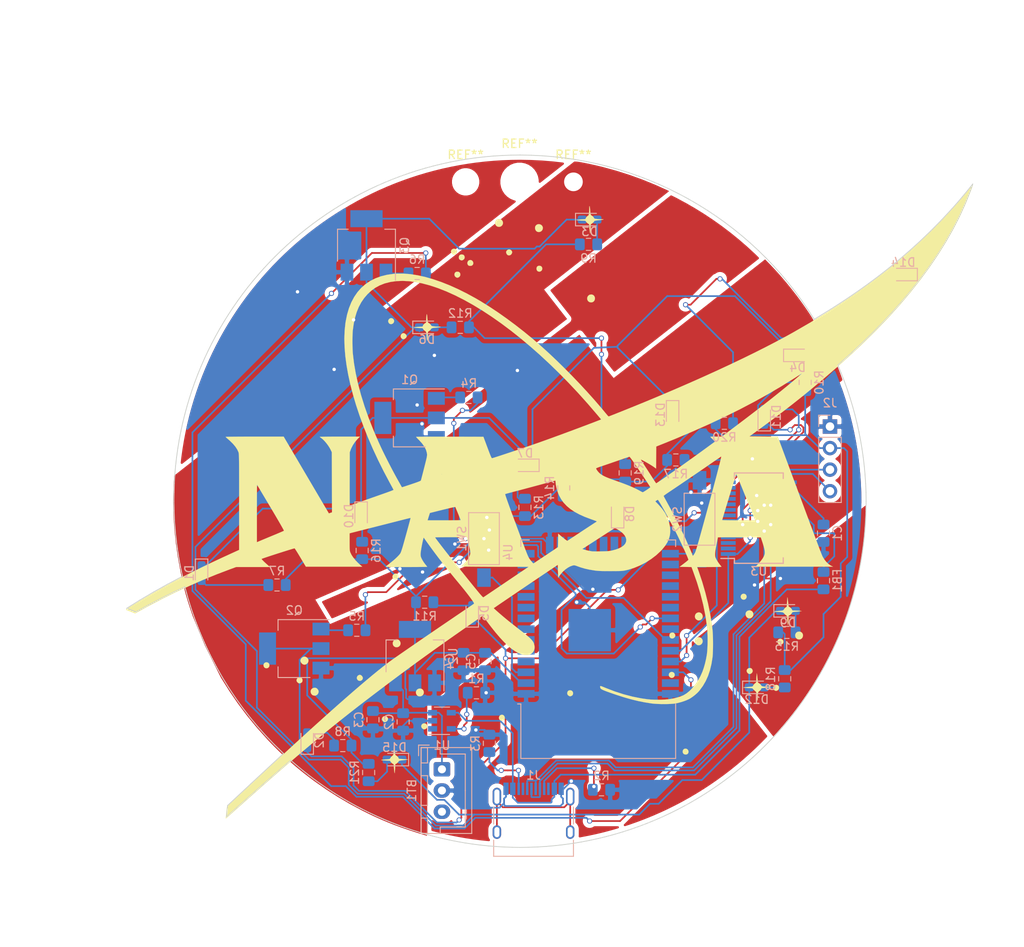
<source format=kicad_pcb>
(kicad_pcb (version 20171130) (host pcbnew 5.1.5+dfsg1-2build2)
  (title_block (rev 0.2))
  (layers (0 F.Cu signal) (31 B.Cu signal) (34 B.Paste user hide) (35 F.Paste user) (36 B.SilkS user) (37 F.SilkS user hide) (38 B.Mask user) (39 F.Mask user hide) (44 Edge.Cuts user))
  (net 0 "")
  (net 1 GND)
  (net 2 "Net-(BT1-Pad1)")
  (net 3 "Net-(C1-Pad2)")
  (net 4 +3V3)
  (net 5 "Net-(D1-Pad2)")
  (net 6 "Net-(D1-Pad1)")
  (net 7 "Net-(D2-Pad2)")
  (net 8 "Net-(D11-Pad1)")
  (net 9 "Net-(D3-Pad2)")
  (net 10 "Net-(D12-Pad1)")
  (net 11 "Net-(D4-Pad2)")
  (net 12 "Net-(D5-Pad2)")
  (net 13 "Net-(D6-Pad2)")
  (net 14 "Net-(D7-Pad2)")
  (net 15 "Net-(D8-Pad2)")
  (net 16 "Net-(D9-Pad2)")
  (net 17 "Net-(D10-Pad2)")
  (net 18 "Net-(D11-Pad2)")
  (net 19 "Net-(D12-Pad2)")
  (net 20 "Net-(D13-Pad2)")
  (net 21 "Net-(D14-Pad2)")
  (net 22 "Net-(D15-Pad2)")
  (net 23 "Net-(FB1-Pad2)")
  (net 24 +5V)
  (net 25 "Net-(J1-PadB8)")
  (net 26 "Net-(J1-PadA5)")
  (net 27 "Net-(J1-PadA7)")
  (net 28 "Net-(J1-PadA6)")
  (net 29 "Net-(J1-PadA8)")
  (net 30 "Net-(J1-PadB5)")
  (net 31 "Net-(J1-PadS1)")
  (net 32 "Net-(J2-Pad4)")
  (net 33 "Net-(J2-Pad3)")
  (net 34 "Net-(Q1-Pad1)")
  (net 35 "Net-(Q2-Pad1)")
  (net 36 "Net-(Q3-Pad1)")
  (net 37 "Net-(R1-Pad2)")
  (net 38 "Net-(R4-Pad1)")
  (net 39 "Net-(R5-Pad1)")
  (net 40 "Net-(R6-Pad1)")
  (net 41 "Net-(SW1-Pad2)")
  (net 42 "Net-(SW2-Pad2)")
  (net 43 "Net-(U1-Pad1)")
  (net 44 "Net-(U3-Pad28)")
  (net 45 "Net-(U3-Pad27)")
  (net 46 "Net-(U3-Pad23)")
  (net 47 "Net-(U3-Pad22)")
  (net 48 "Net-(U3-Pad19)")
  (net 49 "Net-(U3-Pad14)")
  (net 50 "Net-(U3-Pad13)")
  (net 51 "Net-(U3-Pad12)")
  (net 52 "Net-(U3-Pad11)")
  (net 53 "Net-(U3-Pad10)")
  (net 54 "Net-(U3-Pad9)")
  (net 55 "Net-(U3-Pad6)")
  (net 56 "Net-(U3-Pad3)")
  (net 57 "Net-(U3-Pad2)")
  (net 58 "Net-(U4-Pad37)")
  (net 59 "Net-(U4-Pad32)")
  (net 60 "Net-(U4-Pad30)")
  (net 61 "Net-(U4-Pad29)")
  (net 62 "Net-(U4-Pad28)")
  (net 63 "Net-(U4-Pad27)")
  (net 64 "Net-(U4-Pad26)")
  (net 65 "Net-(U4-Pad24)")
  (net 66 "Net-(U4-Pad23)")
  (net 67 "Net-(U4-Pad22)")
  (net 68 "Net-(U4-Pad21)")
  (net 69 "Net-(U4-Pad20)")
  (net 70 "Net-(U4-Pad19)")
  (net 71 "Net-(U4-Pad18)")
  (net 72 "Net-(U4-Pad17)")
  (net 73 "Net-(U4-Pad16)")
  (net 74 "Net-(U4-Pad14)")
  (net 75 "Net-(U4-Pad13)")
  (net 76 "Net-(U4-Pad12)")
  (net 77 "Net-(U4-Pad11)")
  (net 78 "Net-(U4-Pad10)")
  (net 79 "Net-(U4-Pad9)")
  (net 80 "Net-(U4-Pad8)")
  (net 81 "Net-(U4-Pad7)")
  (net 82 "Net-(U4-Pad6)")
  (net 83 "Net-(U4-Pad5)")
  (net 84 "Net-(U4-Pad4)")
  (module Package_TO_SOT_SMD:SOT-223-3_TabPin2 (layer B.Cu) (at 131.445 118.11 90)
    (fp_text reference U2 (at 0 4.5 270) (layer B.SilkS) (effects (justify mirror)))
    (fp_text value AP2114H-3.3)
    (pad 1 smd rect (at -3.15 2.3 90) (size 2 1.5) (layers B.Cu B.Paste B.Mask) (net 1 GND))
    (pad 3 smd rect (at -3.15 -2.3 90) (size 2 1.5) (layers B.Cu B.Paste B.Mask) (net 2 "Net-(BT1-Pad1)"))
    (pad 2 smd rect (at -3.15 0 90) (size 2 1.5) (layers B.Cu B.Paste B.Mask) (net 4 +3V3))
    (pad 2 smd rect (at 3.15 0 90) (size 2 3.8) (layers B.Cu B.Paste B.Mask) (net 4 +3V3))
  )
  (module MountingHole:MountingHole_2.2mm_M2 (layer F.Cu) (at 150.114 62.23)
    (fp_text reference REF** (at 0 -3.2) (layer F.SilkS))
    (fp_text value MountingHole_2.2mm_M2)
    (pad 1 np_thru_hole circle (at 0 0) (size 2.2 2.2) (drill 2.2) (layers *.Cu *.Mask))
  )
  (module MountingHole:MountingHole_2.2mm_M2 (layer F.Cu) (at 137.414 62.23)
    (fp_text reference REF** (at 0 -3.2) (layer F.SilkS))
    (fp_text value MountingHole_2.2mm_M2)
    (pad 1 np_thru_hole circle (at 0 0) (size 2.2 2.2) (drill 2.2) (layers *.Cu *.Mask))
  )
  (module MountingHole:MountingHole_3.5mm (layer F.Cu) (at 143.764 62.23)
    (fp_text reference REF** (at 0 -4.5) (layer F.SilkS))
    (fp_text value MountingHole_3.5mm)
    (pad 1 np_thru_hole circle (at 0 0) (size 3.5 3.5) (drill 3.5) (layers *.Cu *.Mask))
  )
  (module LOGO (layer F.Cu) (at 147.32 90.805)
    (fp_text reference G*** hide)
    (fp_text value LOGO hide)
    (fp_poly (pts (xy 3.132667 -30.960329) (xy 3.269084 -30.947773) (xy 3.476485 -30.917071) (xy 3.743692 -30.870524) (xy 4.05953 -30.810434) (xy 4.412821 -30.7391) (xy 4.792388 -30.658827) (xy 5.187055 -30.571913) (xy 5.585645 -30.480662) (xy 5.97698 -30.387374) (xy 6.277411 -30.312799) (xy 7.837447 -29.885019) (xy 9.377602 -29.397768) (xy 10.881986 -28.85656) (xy 12.33471 -28.26691) (xy 12.933131 -28.002743) (xy 13.176949 -27.892514) (xy 13.408701 -27.787977) (xy 13.611536 -27.696715) (xy 13.768603 -27.626312) (xy 13.854221 -27.588231) (xy 13.965507 -27.532812) (xy 14.033696 -27.486412) (xy 14.044721 -27.467571) (xy 14.010836 -27.438807) (xy 13.913334 -27.360171) (xy 13.755226 -27.234036) (xy 13.53952 -27.062771) (xy 13.269227 -26.84875) (xy 12.947357 -26.594343) (xy 12.576919 -26.301922) (xy 12.160923 -25.973858) (xy 11.702379 -25.612523) (xy 11.204296 -25.220289) (xy 10.669685 -24.799527) (xy 10.101556 -24.352608) (xy 9.502917 -23.881904) (xy 8.876779 -23.389787) (xy 8.226152 -22.878628) (xy 7.554046 -22.350799) (xy 6.863469 -21.808671) (xy 6.688667 -21.671477) (xy 5.994036 -21.126314) (xy 5.317104 -20.595032) (xy 4.660881 -20.079991) (xy 4.028375 -19.583555) (xy 3.422595 -19.108085) (xy 2.846552 -18.655945) (xy 2.303254 -18.229495) (xy 1.795711 -17.831098) (xy 1.326931 -17.463117) (xy 0.899925 -17.127914) (xy 0.517702 -16.827851) (xy 0.18327 -16.56529) (xy -0.100361 -16.342593) (xy -0.330181 -16.162123) (xy -0.503182 -16.026242) (xy -0.616354 -15.937312) (xy -0.666687 -15.897696) (xy -0.669102 -15.895772) (xy -0.662073 -15.883814) (xy -0.637048 -15.849141) (xy -0.592453 -15.78974) (xy -0.526712 -15.703601) (xy -0.438253 -15.588713) (xy -0.3255 -15.443064) (xy -0.186878 -15.264644) (xy -0.020815 -15.051441) (xy 0.174264 -14.801445) (xy 0.399934 -14.512644) (xy 0.65777 -14.183028) (xy 0.949344 -13.810584) (xy 1.276232 -13.393303) (xy 1.640007 -12.929173) (xy 2.042245 -12.416183) (xy -16.51 1.905) (xy -15.24 3.81) (xy 3.495473 -10.563943) (xy 4.067302 -9.835402) (xy 4.685464 -9.047947) (xy 5.351534 -8.199565) (xy 6.067086 -7.288246) (xy 6.679176 -6.50875) (xy 6.882028 -6.251792) (xy 7.068909 -6.017674) (xy 7.233281 -5.814385) (xy 7.368602 -5.649915) (xy 7.468332 -5.532253) (xy 7.525931 -5.469388) (xy 7.536943 -5.461) (xy 7.572815 -5.486797) (xy 7.672524 -5.56276) (xy 7.833329 -5.686748) (xy 8.052493 -5.856618) (xy 8.327274 -6.070228) (xy 8.654935 -6.325437) (xy 9.032735 -6.620102) (xy 9.457935 -6.952081) (xy 9.927797 -7.319233) (xy 10.43958 -7.719416) (xy 10.990546 -8.150487) (xy 11.577955 -8.610305) (xy 12.199068 -9.096727) (xy 12.851145 -9.607612) (xy 13.531448 -10.140818) (xy 14.237236 -10.694203) (xy 14.965772 -11.265624) (xy 15.714314 -11.85294) (xy 16.475393 -12.450295) (xy 25.378834 -19.43959) (xy 25.95676 -18.844716) (xy 26.587691 -18.175229) (xy 27.236858 -17.448564) (xy 27.887422 -16.684603) (xy 28.522544 -15.903226) (xy 29.125387 -15.124318) (xy 29.260636 -14.943666) (xy 29.50102 -14.616741) (xy 29.741185 -14.283278) (xy 29.976267 -13.950601) (xy 30.201405 -13.626034) (xy 30.411736 -13.316901) (xy 30.602396 -13.030524) (xy 30.768525 -12.774229) (xy 30.905259 -12.555337) (xy 31.007735 -12.381173) (xy 31.071091 -12.25906) (xy 31.090465 -12.196322) (xy 31.088231 -12.191103) (xy 31.035717 -12.154076) (xy 30.918834 -12.080643) (xy 30.746835 -11.976207) (xy 30.528972 -11.846172) (xy 30.274499 -11.695943) (xy 29.992668 -11.530923) (xy 29.692734 -11.356516) (xy 29.38395 -11.178126) (xy 29.075567 -11.001157) (xy 28.776841 -10.831013) (xy 28.497023 -10.673098) (xy 28.311774 -10.569625) (xy 27.123249 -9.922026) (xy 25.856123 -9.255961) (xy 24.514032 -8.573099) (xy 23.100613 -7.875106) (xy 21.619501 -7.16365) (xy 20.074334 -6.440399) (xy 18.468749 -5.70702) (xy 16.806381 -4.965181) (xy 15.090868 -4.216548) (xy 13.325845 -3.46279) (xy 11.51495 -2.705574) (xy 9.661819 -1.946567) (xy 8.382 -1.431302) (xy 8.06108 -1.302741) (xy 7.76583 -1.183989) (xy 7.505286 -1.078719) (xy 7.288485 -0.990601) (xy 7.124462 -0.923306) (xy 7.022253 -0.880505) (xy 6.990668 -0.866071) (xy 7.011099 -0.830014) (xy 7.077034 -0.737894) (xy 7.180959 -0.599658) (xy 7.31536 -0.425257) (xy 7.472724 -0.224637) (xy 7.523237 -0.16089) (xy 7.727008 0.096986) (xy 7.948839 0.379924) (xy 8.170026 0.663928) (xy 8.371868 0.924999) (xy 8.506425 1.100667) (xy 8.941548 1.672167) (xy 9.561357 1.761783) (xy 9.838161 1.803589) (xy 10.139274 1.851989) (xy 10.42916 1.901112) (xy 10.672283 1.945087) (xy 10.68163 1.946865) (xy 10.894537 1.983061) (xy 11.093089 2.008947) (xy 11.253632 2.0219) (xy 11.345483 2.020416) (xy 11.583986 1.954321) (xy 11.839085 1.816174) (xy 12.116164 1.60283) (xy 12.219947 1.509235) (xy 12.530667 1.219303) (xy 12.530667 2.57595) (xy 12.964584 2.407044) (xy 14.147781 1.935843) (xy 15.379897 1.425064) (xy 16.640532 0.88374) (xy 17.909284 0.320903) (xy 19.16575 -0.254414) (xy 20.389531 -0.833179) (xy 21.420667 -1.336902) (xy 22.545784 -1.903027) (xy 23.601191 -2.450026) (xy 24.597947 -2.984162) (xy 25.547113 -3.511696) (xy 26.459749 -4.038888) (xy 27.346917 -4.572001) (xy 28.219675 -5.117295) (xy 29.056237 -5.65937) (xy 29.304513 -5.82189) (xy 29.529011 -5.966734) (xy 29.720287 -6.087978) (xy 29.868898 -6.179703) (xy 29.9654 -6.235985) (xy 30.000176 -6.251268) (xy 29.981085 -6.212344) (xy 29.899894 -6.125108) (xy 29.761227 -5.993373) (xy 29.569707 -5.820948) (xy 29.329956 -5.611645) (xy 29.046596 -5.369274) (xy 28.72425 -5.097648) (xy 28.36754 -4.800576) (xy 27.98109 -4.48187) (xy 27.569521 -4.14534) (xy 27.137456 -3.794798) (xy 26.689518 -3.434055) (xy 26.230329 -3.066922) (xy 25.764512 -2.69721) (xy 25.296689 -2.328729) (xy 24.831482 -1.965291) (xy 24.373515 -1.610706) (xy 24.341667 -1.586175) (xy 23.601705 -1.019288) (xy 22.821548 -0.426934) (xy 22.009141 0.185079) (xy 21.172431 0.810945) (xy 20.319365 1.444858) (xy 19.457888 2.081012) (xy 18.595947 2.7136) (xy 17.741489 3.336816) (xy 16.902459 3.944854) (xy 16.086804 4.531906) (xy 15.302471 5.092167) (xy 14.557406 5.619831) (xy 13.859555 6.109091) (xy 13.216865 6.554141) (xy 12.964584 6.726968) (xy 12.808184 6.835197) (xy 12.681483 6.925682) (xy 12.598565 6.988175) (xy 12.573 7.011871) (xy 12.59391 7.059901) (xy 12.65094 7.163988) (xy 12.735542 7.310158) (xy 12.839168 7.484433) (xy 12.95327 7.672839) (xy 13.069299 7.861398) (xy 13.178708 8.036135) (xy 13.272947 8.183075) (xy 13.34347 8.28824) (xy 13.381728 8.337655) (xy 13.385126 8.339667) (xy 13.435174 8.315853) (xy 13.549969 8.246497) (xy 13.724975 8.134724) (xy 13.95566 7.98366) (xy 14.237488 7.796432) (xy 14.565926 7.576166) (xy 14.936439 7.325987) (xy 15.344494 7.049023) (xy 15.785557 6.7484) (xy 16.255092 6.427243) (xy 16.748567 6.088679) (xy 17.261446 5.735834) (xy 17.789197 5.371833) (xy 18.327284 4.999805) (xy 18.871174 4.622874) (xy 19.416333 4.244166) (xy 19.958225 3.866809) (xy 20.492318 3.493927) (xy 21.014078 3.128648) (xy 21.518969 2.774098) (xy 22.002458 2.433402) (xy 22.460011 2.109687) (xy 22.887093 1.806079) (xy 23.279171 1.525704) (xy 23.537334 1.339913) (xy 24.475545 0.659794) (xy 25.351592 0.018588) (xy 26.174427 -0.590739) (xy 26.952999 -1.175219) (xy 27.696261 -1.741885) (xy 28.413163 -2.297771) (xy 29.112657 -2.84991) (xy 29.803694 -3.405335) (xy 30.495226 -3.971078) (xy 31.196203 -4.554173) (xy 31.915577 -5.161653) (xy 32.662298 -5.800551) (xy 33.039692 -6.126177) (xy 33.331116 -6.375387) (xy 33.564555 -6.568753) (xy 33.739226 -6.705666) (xy 33.854348 -6.785518) (xy 33.909136 -6.807703) (xy 33.913055 -6.804711) (xy 33.936151 -6.75003) (xy 33.983578 -6.629275) (xy 34.050226 -6.455757) (xy 34.130985 -6.242783) (xy 34.220744 -6.003664) (xy 34.224286 -5.994182) (xy 34.322102 -5.731004) (xy 34.392754 -5.535516) (xy 34.439094 -5.396238) (xy 34.463971 -5.30169) (xy 34.470236 -5.240394) (xy 34.460739 -5.200869) (xy 34.438331 -5.171638) (xy 34.430423 -5.164008) (xy 34.392893 -5.133883) (xy 34.290594 -5.052972) (xy 34.12538 -4.922733) (xy 33.899109 -4.744623) (xy 33.613636 -4.520098) (xy 33.270819 -4.250617) (xy 32.872514 -3.937635) (xy 32.420577 -3.58261) (xy 31.916865 -3.186998) (xy 31.363234 -2.752258) (xy 30.761541 -2.279846) (xy 30.113642 -1.771219) (xy 29.421394 -1.227834) (xy 28.686654 -0.651148) (xy 27.911277 -0.042619) (xy 27.09712 0.596297) (xy 26.24604 1.264143) (xy 25.359893 1.959461) (xy 24.440536 2.680795) (xy 23.489824 3.426687) (xy 22.509616 4.195681) (xy 21.501767 4.986319) (xy 20.468133 5.797144) (xy 19.410571 6.626699) (xy 18.330938 7.473528) (xy 17.23109 8.336172) (xy 16.112883 9.213176) (xy 14.978175 10.103082) (xy 14.9225 10.146744) (xy 13.750536 11.065846) (xy 12.580789 11.983211) (xy 11.415703 12.896924) (xy 10.257722 13.805065) (xy 9.109291 14.705719) (xy 7.972854 15.59697) (xy 6.850856 16.476898) (xy 5.745739 17.343589) (xy 4.65995 18.195125) (xy 3.595931 19.029588) (xy 2.556127 19.845063) (xy 1.542983 20.639632) (xy 0.558943 21.411377) (xy -0.393549 22.158383) (xy -1.312049 22.878733) (xy -2.194113 23.570508) (xy -3.037296 24.231793) (xy -3.839153 24.86067) (xy -4.597242 25.455223) (xy -5.309117 26.013534) (xy -5.972334 26.533687) (xy -6.584449 27.013764) (xy -7.143018 27.451849) (xy -7.645596 27.846025) (xy -8.089739 28.194374) (xy -8.473004 28.494981) (xy -8.792945 28.745927) (xy -8.889489 28.821654) (xy -13.270478 32.258) (xy -14.435666 32.258) (xy -14.435666 40.364834) (xy -14.43583 41.186598) (xy -14.436308 41.985411) (xy -14.437086 42.757182) (xy -14.438148 43.497817) (xy -14.439477 44.203223) (xy -14.441057 44.869309) (xy -14.442873 45.49198) (xy -14.444908 46.067145) (xy -14.447146 46.590711) (xy -14.449571 47.058586) (xy -14.452168 47.466675) (xy -14.45492 47.810888) (xy -14.45781 48.08713) (xy -14.460824 48.29131) (xy -14.463945 48.419335) (xy -14.467157 48.467112) (xy -14.467416 48.467345) (xy -14.52586 48.453286) (xy -14.628245 48.42435) (xy -14.647333 48.418679) (xy -15.641921 48.113834) (xy -16.566175 47.814852) (xy -17.433687 47.516426) (xy -18.258049 47.213248) (xy -19.052852 46.900009) (xy -19.83169 46.5714) (xy -20.608154 46.222113) (xy -21.395837 45.846841) (xy -21.992166 45.550183) (xy -23.503759 44.748229) (xy -24.954396 43.900742) (xy -26.359878 42.997921) (xy -27.736008 42.029962) (xy -28.088166 41.768498) (xy -28.390992 41.53879) (xy -28.700297 41.299695) (xy -29.008668 41.057327) (xy -29.308697 40.8178) (xy -29.592971 40.587226) (xy -29.854081 40.371719) (xy -30.084615 40.177394) (xy -30.277162 40.010363) (xy -30.424313 39.87674) (xy -30.518655 39.782639) (xy -30.552611 39.735446) (xy -30.523099 39.695949) (xy -30.432652 39.607196) (xy -30.358416 39.539334) (xy -19.388666 39.539334) (xy -19.349356 39.560805) (xy -19.243317 39.575723) (xy -19.088385 39.58165) (xy -19.079007 39.581667) (xy -18.919247 39.583121) (xy -18.822198 39.592865) (xy -18.765904 39.618972) (xy -18.728409 39.669514) (xy -18.703507 39.719737) (xy -18.622996 39.8338) (xy -18.519325 39.918863) (xy -18.51575 39.920752) (xy -18.413601 39.981414) (xy -18.358134 40.047319) (xy -18.335115 40.146073) (xy -18.330403 40.280167) (xy -18.324162 40.457675) (xy -18.310321 40.567635) (xy -18.29255 40.606404) (xy -18.27452 40.570339) (xy -18.259904 40.455797) (xy -18.254557 40.355433) (xy -18.242281 40.007366) (xy -18.091949 39.936029) (xy -17.961519 39.842263) (xy -17.87634 39.727804) (xy -17.813027 39.637968) (xy -17.715263 39.580484) (xy -17.566938 39.549667) (xy -17.351943 39.539832) (xy -17.343585 39.539799) (xy -17.241759 39.530042) (xy -17.205844 39.504635) (xy -17.2085 39.497) (xy -17.261031 39.475872) (xy -17.374062 39.4607) (xy -17.523471 39.454673) (xy -17.528498 39.454667) (xy -17.686784 39.451303) (xy -17.777215 39.438657) (xy -17.816429 39.412891) (xy -17.822333 39.386934) (xy -17.852813 39.314047) (xy -17.928123 39.217579) (xy -18.024071 39.122121) (xy -18.116461 39.052265) (xy -18.172179 39.031334) (xy -18.216925 38.99074) (xy -18.253553 38.875497) (xy -18.279889 38.695414) (xy -18.293008 38.485675) (xy -18.298017 38.332834) (xy -18.330333 38.459834) (xy -18.35129 38.580427) (xy -18.366215 38.735424) (xy -18.369289 38.7985) (xy -18.379645 38.931212) (xy -18.410451 39.011734) (xy -18.477263 39.072402) (xy -18.511881 39.094834) (xy -18.623153 39.190282) (xy -18.707907 39.306496) (xy -18.711333 39.313459) (xy -18.772893 39.404129) (xy -18.865129 39.460514) (xy -19.005843 39.489255) (xy -19.203458 39.497) (xy -19.315219 39.505634) (xy -19.381145 39.527413) (xy -19.388666 39.539334) (xy -30.358416 39.539334) (xy -30.286112 39.473239) (xy -30.088321 39.298131) (xy -29.844121 39.085924) (xy -29.558353 38.840672) (xy -29.23586 38.566427) (xy -28.881483 38.267243) (xy -28.500064 37.947171) (xy -28.096444 37.610265) (xy -27.675466 37.260578) (xy -27.241972 36.902162) (xy -26.800802 36.53907) (xy -26.3568 36.175355) (xy -25.914806 35.81507) (xy -25.479663 35.462267) (xy -25.056212 35.121) (xy -24.680333 34.820075) (xy -24.109149 34.367201) (xy -23.479417 33.872944) (xy -22.801461 33.345164) (xy -22.085606 32.791721) (xy -21.342177 32.220474) (xy -20.5815 31.639282) (xy -19.813899 31.056006) (xy -19.0497 30.478506) (xy -18.299227 29.914641) (xy -17.572806 29.372271) (xy -16.880761 28.859255) (xy -16.233418 28.383453) (xy -16.023166 28.229972) (xy -15.16275 27.606288) (xy -14.243885 26.946199) (xy -13.273711 26.254605) (xy -12.259367 25.536407) (xy -11.207992 24.796508) (xy -10.126724 24.039807) (xy -9.022702 23.271207) (xy -7.903065 22.495608) (xy -6.774952 21.717911) (xy -5.645502 20.943018) (xy -4.521853 20.175829) (xy -3.411145 19.421246) (xy -2.320516 18.684171) (xy -1.257105 17.969503) (xy -0.228051 17.282145) (xy 0.759508 16.626997) (xy 1.698432 16.008961) (xy 2.581583 15.432938) (xy 3.175 15.049482) (xy 4.043738 14.4901) (xy 4.846189 13.972379) (xy 5.587701 13.492851) (xy 6.273624 13.048046) (xy 6.909307 12.634497) (xy 7.500099 12.248734) (xy 8.022167 11.906466) (xy 8.749772 11.428244) (xy 9.408506 10.99489) (xy 10.000425 10.605033) (xy 10.527585 10.257307) (xy 10.992042 9.950344) (xy 11.395853 9.682774) (xy 11.741073 9.453229) (xy 12.029761 9.260342) (xy 12.26397 9.102745) (xy 12.445759 8.979068) (xy 12.577183 8.887944) (xy 12.660298 8.828004) (xy 12.697162 8.797881) (xy 12.699527 8.794271) (xy 12.67842 8.745661) (xy 12.620479 8.641605) (xy 12.534492 8.49611) (xy 12.429245 8.323186) (xy 12.313527 8.13684) (xy 12.196124 7.95108) (xy 12.085822 7.779915) (xy 11.99141 7.637352) (xy 11.921674 7.5374) (xy 11.885401 7.494067) (xy 11.88346 7.493315) (xy 11.836506 7.515455) (xy 11.73589 7.57552) (xy 11.597782 7.663566) (xy 11.481293 7.740658) (xy 10.953549 8.089187) (xy 10.369609 8.464204) (xy 9.748626 8.853583) (xy 9.109755 9.2452) (xy 8.995834 9.314089) (xy 8.62801 9.537252) (xy 8.254685 9.766289) (xy 7.870277 10.004795) (xy 7.4692 10.256363) (xy 7.045871 10.524586) (xy 6.594707 10.813055) (xy 6.110122 11.125366) (xy 5.586533 11.46511) (xy 5.018356 11.835881) (xy 4.400007 12.241272) (xy 3.725903 12.684875) (xy 2.990459 13.170284) (xy 2.54 13.468155) (xy 1.986222 13.835238) (xy 1.390117 14.231635) (xy 0.755197 14.654959) (xy 0.084971 15.102829) (xy -0.617051 15.572859) (xy -1.34736 16.062666) (xy -2.102445 16.569866) (xy -2.878796 17.092074) (xy -3.672904 17.626908) (xy -4.481258 18.171982) (xy -5.300349 18.724913) (xy -6.126667 19.283316) (xy -6.956702 19.844809) (xy -7.786944 20.407006) (xy -8.613883 20.967525) (xy -9.43401 21.52398) (xy -10.243814 22.073988) (xy -11.039786 22.615166) (xy -11.818415 23.145128) (xy -12.576192 23.661491) (xy -13.309607 24.161871) (xy -14.015149 24.643885) (xy -14.68931 25.105147) (xy -15.328579 25.543275) (xy -15.929446 25.955883) (xy -16.488402 26.340589) (xy -17.001936 26.695008) (xy -17.466539 27.016756) (xy -17.878701 27.30345) (xy -18.234911 27.552704) (xy -18.531661 27.762136) (xy -18.765439 27.929361) (xy -18.932737 28.051996) (xy -18.944166 28.060578) (xy -19.36625 28.382907) (xy -19.816171 28.73546) (xy -20.296065 29.1201) (xy -20.808064 29.538687) (xy -21.354304 29.993083) (xy -21.936917 30.485149) (xy -22.558038 31.016747) (xy -23.2198 31.589737) (xy -23.924338 32.205981) (xy -24.673784 32.867341) (xy -25.470273 33.575677) (xy -26.315939 34.332852) (xy -27.212915 35.140725) (xy -28.163335 36.00116) (xy -29.169334 36.916016) (xy -30.233044 37.887155) (xy -30.712833 38.326285) (xy -30.912387 38.508073) (xy -31.09091 38.668825) (xy -31.239043 38.800269) (xy -31.34743 38.894135) (xy -31.406714 38.942148) (xy -31.414584 38.946662) (xy -31.458659 38.917471) (xy -31.553314 38.835222) (xy -31.690472 38.70791) (xy -31.862054 38.54353) (xy -32.059981 38.350077) (xy -32.276175 38.135546) (xy -32.502556 37.907932) (xy -32.731046 37.67523) (xy -32.953567 37.445435) (xy -33.162039 37.226541) (xy -33.27977 37.100803) (xy -34.512279 35.720114) (xy -35.665399 34.315738) (xy -36.742321 32.882664) (xy -37.746239 31.415878) (xy -38.735 29.845) (xy -31.75 26.035) (xy -5.715 14.9225) (xy -6.985 11.7475) (xy -27.6225 20.6375) (xy -25.7175 23.8125) (xy -38.735 29.845) (xy -40.64 26.035) (xy -42.060778 22.59566) (xy -42.223404 22.120773) (xy -42.38111 21.647829) (xy -42.530361 21.187591) (xy -42.667627 20.750823) (xy -42.789374 20.34829) (xy -42.892069 19.990756) (xy -42.972181 19.688986) (xy -43.026177 19.453743) (xy -43.032379 19.421811) (xy -43.060055 19.274284) (xy -42.305111 18.933523) (xy -40.821338 18.285994) (xy -39.295952 17.662877) (xy -37.812903 17.096804) (xy -37.081306 16.8275) (xy -37.580069 16.806334) (xy -38.078833 16.785167) (xy -37.844981 16.65262) (xy -37.649685 16.516376) (xy -37.437089 16.325658) (xy -37.227711 16.101743) (xy -37.042069 15.865908) (xy -36.946771 15.721178) (xy -36.868106 15.577687) (xy -36.789479 15.413152) (xy -36.718421 15.246473) (xy -36.662461 15.096547) (xy -36.629128 14.982273) (xy -36.625952 14.922551) (xy -36.627661 14.920228) (xy -36.670443 14.929131) (xy -36.783418 14.972047) (xy -36.967457 15.049362) (xy -37.22343 15.161463) (xy -37.552206 15.308734) (xy -37.954656 15.491562) (xy -38.431649 15.710332) (xy -38.984055 15.965431) (xy -38.989 15.967721) (xy -39.207162 16.069992) (xy -39.488153 16.203668) (xy -39.818985 16.362467) (xy -40.186673 16.540106) (xy -40.578228 16.730302) (xy -40.980664 16.926772) (xy -41.380993 17.123234) (xy -41.563474 17.213163) (xy -41.920243 17.389095) (xy -42.253155 17.552986) (xy -42.554647 17.701131) (xy -42.817157 17.829828) (xy -43.033121 17.935373) (xy -43.194976 18.014063) (xy -43.295159 18.062196) (xy -43.326302 18.076334) (xy -43.337267 18.063514) (xy -43.352687 18.018953) (xy -43.374671 17.933492) (xy -43.405329 17.797975) (xy -43.446771 17.603245) (xy -43.501104 17.340145) (xy -43.541278 17.14316) (xy -43.832573 15.551145) (xy -43.995722 14.410744) (xy -34.492574 14.410744) (xy -34.492062 14.698451) (xy -34.468935 14.929393) (xy -34.416398 15.129978) (xy -34.327661 15.326615) (xy -34.203742 15.533661) (xy -34.120115 15.658921) (xy -34.054013 15.750315) (xy -34.018482 15.78991) (xy -34.01701 15.790334) (xy -33.973675 15.778062) (xy -33.857446 15.742875) (xy -33.676209 15.687217) (xy -33.437851 15.613532) (xy -33.150256 15.524263) (xy -32.821312 15.421853) (xy -32.458904 15.308747) (xy -32.070919 15.187389) (xy -32.04253 15.178499) (xy -31.653217 15.056384) (xy -31.289173 14.941828) (xy -30.958255 14.837327) (xy -30.668316 14.74538) (xy -30.427212 14.668485) (xy -30.242797 14.609139) (xy -30.122926 14.569841) (xy -30.075455 14.553088) (xy -30.07504 14.552818) (xy -30.0906 14.51315) (xy -30.143934 14.413102) (xy -30.228107 14.264196) (xy -30.336187 14.077952) (xy -30.461241 13.865891) (xy -30.596335 13.639536) (xy -30.734536 13.410406) (xy -30.868911 13.190023) (xy -30.992527 12.989909) (xy -31.098451 12.821585) (xy -31.179749 12.696571) (xy -31.229489 12.62639) (xy -31.240969 12.615334) (xy -31.289057 12.631088) (xy -31.405783 12.675781) (xy -31.581728 12.745553) (xy -31.807471 12.836548) (xy -32.073594 12.944908) (xy -32.370678 13.066774) (xy -32.689302 13.19829) (xy -33.020047 13.335598) (xy -33.353495 13.474839) (xy -33.680225 13.612157) (xy -33.8455 13.682011) (xy -34.4805 13.950977) (xy -34.492574 14.410744) (xy -43.995722 14.410744) (xy -44.061178 13.953216) (xy -44.225895 12.362035) (xy -44.298105 11.222863) (xy -23.579666 11.222863) (xy -23.578667 11.59852) (xy -23.5758 11.9367) (xy -23.571261 12.229359) (xy -23.565246 12.468452) (xy -23.557951 12.645937) (xy -23.549573 12.75377) (xy -23.541591 12.784667) (xy -23.491524 12.774493) (xy -23.371266 12.745918) (xy -23.192564 12.701859) (xy -22.967164 12.645235) (xy -22.706814 12.578962) (xy -22.515008 12.529668) (xy -22.264931 12.46546) (xy -21.946515 12.384185) (xy -21.573554 12.289338) (xy -21.159841 12.184415) (xy -20.719169 12.07291) (xy -20.26533 11.958319) (xy -19.812119 11.844138) (xy -19.4945 11.764283) (xy -18.849007 11.601931) (xy -18.283472 11.459209) (xy -17.795635 11.335535) (xy -17.383235 11.230324) (xy -17.044014 11.142993) (xy -16.775711 11.072959) (xy -16.576065 11.019637) (xy -16.442816 10.982445) (xy -16.373706 10.960797) (xy -16.362279 10.955392) (xy -16.347141 10.91028) (xy -16.313153 10.793262) (xy -16.26283 10.613734) (xy -16.198682 10.38109) (xy -16.184967 10.330858) (xy -14.083347 10.330858) (xy -14.077086 10.349142) (xy -14.052281 10.358568) (xy -14.001135 10.357697) (xy -13.915849 10.345089) (xy -13.788628 10.319304) (xy -13.611674 10.278904) (xy -13.377189 10.22245) (xy -13.077377 10.1485) (xy -12.704441 10.055617) (xy -12.639946 10.039522) (xy -12.302127 9.954) (xy -11.991825 9.873115) (xy -11.718271 9.799453) (xy -11.490698 9.735601) (xy -11.31834 9.684143) (xy -11.210428 9.647668) (xy -11.176 9.629446) (xy -11.191543 9.576412) (xy -11.235596 9.455828) (xy -11.304296 9.27711) (xy -11.393781 9.049677) (xy -11.500186 8.782945) (xy -11.61965 8.486332) (xy -11.748308 8.169255) (xy -11.882299 7.841132) (xy -12.017758 7.511379) (xy -12.150822 7.189415) (xy -12.27763 6.884656) (xy -12.394316 6.606521) (xy -12.49702 6.364426) (xy -12.581876 6.167788) (xy -12.645023 6.026026) (xy -12.682597 5.948556) (xy -12.69075 5.936806) (xy -12.724582 5.96625) (xy -12.771567 6.057302) (xy -12.821137 6.18911) (xy -12.852954 6.289118) (xy -12.904882 6.455482) (xy -12.973945 6.678468) (xy -13.057169 6.948342) (xy -13.15158 7.255372) (xy -13.254204 7.589825) (xy -13.362067 7.941966) (xy -13.472195 8.302063) (xy -13.581612 8.660381) (xy -13.687346 9.007189) (xy -13.786422 9.332751) (xy -13.875866 9.627336) (xy -13.952703 9.88121) (xy -14.01396 10.084638) (xy -14.056662 10.227889) (xy -14.077835 10.301228) (xy -14.07886 10.305155) (xy -14.083347 10.330858) (xy -16.184967 10.330858) (xy -16.123222 10.104727) (xy -16.038961 9.794039) (xy -15.948412 9.458422) (xy -15.854086 9.107271) (xy -15.758495 8.749982) (xy -15.664151 8.395949) (xy -15.573567 8.054569) (xy -15.489254 7.735237) (xy -15.413724 7.447347) (xy -15.349489 7.200296) (xy -15.299061 7.003479) (xy -15.264952 6.86629) (xy -15.249674 6.798127) (xy -15.249238 6.792317) (xy -15.293664 6.800454) (xy -15.411565 6.834523) (xy -15.596556 6.892329) (xy -15.842253 6.971676) (xy -16.142274 7.070368) (xy -16.490235 7.186209) (xy -16.879752 7.317003) (xy -17.304441 7.460555) (xy -17.757919 7.614668) (xy -18.233802 7.777147) (xy -18.725707 7.945796) (xy -19.227251 8.118418) (xy -19.732049 8.292819) (xy -20.233718 8.466802) (xy -20.725874 8.638171) (xy -21.202134 8.804731) (xy -21.656115 8.964285) (xy -22.081432 9.114638) (xy -22.471702 9.253594) (xy -22.820541 9.378957) (xy -23.121567 9.488531) (xy -23.368395 9.58012) (xy -23.505583 9.632385) (xy -23.524842 9.644776) (xy -23.540458 9.670952) (xy -23.552808 9.719043) (xy -23.562273 9.79718) (xy -23.56923 9.913492) (xy -23.574057 10.076111) (xy -23.577135 10.293166) (xy -23.578841 10.572788) (xy -23.579555 10.923106) (xy -23.579666 11.222863) (xy -44.298105 11.222863) (xy -44.325527 10.790261) (xy -44.330733 10.549857) (xy -25.982519 10.549857) (xy -25.828843 10.820203) (xy -25.753236 10.950925) (xy -25.695182 11.047018) (xy -25.665794 11.090167) (xy -25.664583 11.090942) (xy -25.659646 11.052158) (xy -25.655938 10.948818) (xy -25.654095 10.801028) (xy -25.654 10.756072) (xy -25.654 10.420811) (xy -25.818259 10.485334) (xy -25.982519 10.549857) (xy -44.330733 10.549857) (xy -44.358876 9.250555) (xy -44.35196 8.5725) (xy -44.344617 8.27402) (xy -44.334615 7.955671) (xy -44.322518 7.628632) (xy -44.308891 7.304081) (xy -44.294298 6.993195) (xy -44.279305 6.707152) (xy -44.264476 6.457129) (xy -44.250377 6.254305) (xy -44.237571 6.109857) (xy -44.226624 6.034962) (xy -44.22335 6.027261) (xy -44.189917 6.000974) (xy -44.094187 5.925806) (xy -43.940473 5.80514) (xy -43.733088 5.64236) (xy -43.476342 5.440852) (xy -43.174549 5.203999) (xy -42.83202 4.935185) (xy -42.453069 4.637796) (xy -42.042006 4.315214) (xy -41.748854 4.085167) (xy -6.838584 4.085167) (xy -6.079899 6.12775) (xy -5.932899 6.522186) (xy -5.794287 6.891553) (xy -5.666913 7.228434) (xy -5.553626 7.525413) (xy -5.457276 7.775076) (xy -5.380713 7.970005) (xy -5.326787 8.102786) (xy -5.298346 8.166002) (xy -5.295028 8.170334) (xy -5.249146 8.160043) (xy -5.131301 8.130866) (xy -4.951445 8.085343) (xy -4.719524 8.026013) (xy -4.44549 7.955417) (xy -4.13929 7.876096) (xy -3.957338 7.828775) (xy -3.624371 7.741601) (xy -3.259148 7.645171) (xy -2.869983 7.541747) (xy -2.465187 7.433586) (xy -2.053075 7.32295) (xy -1.641957 7.212098) (xy -1.240147 7.103289) (xy -0.855956 6.998784) (xy -0.497699 6.900841) (xy -0.173686 6.811721) (xy 0.107768 6.733683) (xy 0.338352 6.668987) (xy 0.509754 6.619892) (xy 0.61366 6.588659) (xy 0.642051 6.578476) (xy 0.657832 6.529086) (xy 0.669969 6.415653) (xy 0.676619 6.258782) (xy 0.677334 6.183714) (xy 0.718922 5.592914) (xy 0.841075 5.014692) (xy 0.925122 4.778518) (xy 5.376334 4.778518) (xy 5.383601 4.935961) (xy 5.402887 5.055855) (xy 5.430412 5.117965) (xy 5.44052 5.122334) (xy 5.482137 5.109122) (xy 5.59448 5.071604) (xy 5.768192 5.012953) (xy 5.993917 4.936344) (xy 6.262297 4.844949) (xy 6.563976 4.741944) (xy 6.801241 4.660766) (xy 7.323512 4.48183) (xy 7.77115 4.328128) (xy 8.149662 4.197573) (xy 8.464554 4.08808) (xy 8.721331 3.997566) (xy 8.9255 3.923944) (xy 9.082568 3.86513) (xy 9.198039 3.819039) (xy 9.277421 3.783585) (xy 9.326218 3.756685) (xy 9.349939 3.736253) (xy 9.354087 3.720203) (xy 9.344171 3.706452) (xy 9.33682 3.700628) (xy 9.225768 3.652063) (xy 9.044655 3.61088) (xy 8.807803 3.577562) (xy 8.529535 3.55259) (xy 8.224173 3.536444) (xy 7.906041 3.529607) (xy 7.589462 3.53256) (xy 7.288759 3.545784) (xy 7.018255 3.569761) (xy 6.792272 3.604972) (xy 6.752167 3.613756) (xy 6.34863 3.732785) (xy 6.010131 3.885204) (xy 5.740164 4.068058) (xy 5.542221 4.278388) (xy 5.419795 4.513239) (xy 5.376379 4.769652) (xy 5.376334 4.778518) (xy 0.925122 4.778518) (xy 1.03987 4.456077) (xy 1.311386 3.9241) (xy 1.651703 3.42579) (xy 2.056899 2.968178) (xy 2.523053 2.558292) (xy 2.817515 2.346722) (xy 3.328871 2.046379) (xy 3.870795 1.808448) (xy 4.461314 1.625363) (xy 4.6355 1.583423) (xy 4.81923 1.553198) (xy 5.071342 1.528327) (xy 5.375697 1.509252) (xy 5.716154 1.496413) (xy 6.076572 1.490248) (xy 6.44081 1.491199) (xy 6.792727 1.499704) (xy 7.112 1.515922) (xy 7.329755 1.530003) (xy 7.514863 1.540828) (xy 7.652185 1.547603) (xy 7.726582 1.549531) (xy 7.735431 1.548697) (xy 7.713035 1.51473) (xy 7.64546 1.424028) (xy 7.540176 1.28616) (xy 7.404652 1.110699) (xy 7.246358 0.907215) (xy 7.072763 0.685279) (xy 6.891338 0.454461) (xy 6.709551 0.224333) (xy 6.534872 0.004466) (xy 6.374772 -0.19557) (xy 6.352987 -0.222638) (xy 6.244691 -0.35147) (xy 6.153204 -0.450053) (xy 6.093149 -0.503022) (xy 6.081377 -0.508) (xy 6.031229 -0.493388) (xy 5.914142 -0.452481) (xy 5.742084 -0.389676) (xy 5.527025 -0.309365) (xy 5.280933 -0.215945) (xy 5.168223 -0.17271) (xy 3.204333 0.574055) (xy 1.291492 1.283041) (xy -0.590866 1.961629) (xy -2.463307 2.617203) (xy -4.346397 3.257145) (xy -4.911542 3.445545) (xy -6.838584 4.085167) (xy -41.748854 4.085167) (xy -41.603145 3.970825) (xy -41.140797 3.608012) (xy -40.659275 3.230159) (xy -40.64 3.215034) (xy -39.43359 2.268337) (xy -38.160901 1.269565) (xy -36.82223 0.218953) (xy -35.417874 -0.883268) (xy -33.948131 -2.036862) (xy -32.413296 -3.241599) (xy -30.813668 -4.497243) (xy -29.149544 -5.803562) (xy -27.42122 -7.160323) (xy -25.628993 -8.567292) (xy -23.773161 -10.024236) (xy -21.988616 -11.425254) (xy -15.571622 -11.425254) (xy -15.542317 -11.408738) (xy -15.435433 -11.396633) (xy -15.318265 -11.392675) (xy -14.95203 -11.387666) (xy -14.862227 -11.235462) (xy -14.774721 -11.125641) (xy -14.672181 -11.047017) (xy -14.651105 -11.037465) (xy -14.579452 -10.992283) (xy -14.529561 -10.911061) (xy -14.497411 -10.780307) (xy -14.478981 -10.58653) (xy -14.472991 -10.439841) (xy -14.468756 -10.335054) (xy -14.461213 -10.308783) (xy -14.445491 -10.354893) (xy -14.435666 -10.392833) (xy -14.415461 -10.511819) (xy -14.401385 -10.667352) (xy -14.398342 -10.740097) (xy -14.391027 -10.872021) (xy -14.366961 -10.948042) (xy -14.311404 -10.996899) (xy -14.250632 -11.028077) (xy -14.13125 -11.11383) (xy -14.036 -11.229617) (xy -14.031917 -11.236942) (xy -13.972447 -11.318146) (xy -13.886513 -11.373612) (xy -13.758012 -11.408587) (xy -13.570846 -11.428322) (xy -13.424341 -11.435008) (xy -13.2715 -11.440017) (xy -13.3985 -11.472333) (xy -13.518567 -11.492818) (xy -13.673744 -11.506898) (xy -13.739909 -11.509658) (xy -13.869748 -11.517254) (xy -13.944636 -11.542892) (xy -13.994262 -11.602559) (xy -14.025195 -11.663297) (xy -14.129225 -11.802425) (xy -14.241404 -11.881231) (xy -14.34277 -11.945168) (xy -14.402414 -12.031989) (xy -14.43092 -12.164115) (xy -14.438064 -12.297833) (xy -14.448541 -12.463814) (xy -14.46743 -12.547088) (xy -14.488983 -12.548421) (xy -14.507454 -12.468581) (xy -14.517095 -12.308335) (xy -14.517358 -12.28725) (xy -14.523316 -12.125413) (xy -14.536598 -12.004002) (xy -14.554808 -11.942114) (xy -14.561193 -11.938) (xy -14.629563 -11.907693) (xy -14.722313 -11.833174) (xy -14.814727 -11.739041) (xy -14.882086 -11.649896) (xy -14.901333 -11.599477) (xy -14.922512 -11.533566) (xy -14.994698 -11.492799) (xy -15.130866 -11.472004) (xy -15.232879 -11.467325) (xy -15.413022 -11.45794) (xy -15.52723 -11.442785) (xy -15.571622 -11.425254) (xy -21.988616 -11.425254) (xy -21.854021 -11.530922) (xy -19.87187 -13.087118) (xy -17.827005 -14.692588) (xy -15.719723 -16.347101) (xy -13.550321 -18.050424) (xy -11.319095 -19.802322) (xy -10.414 -20.512988) (xy -5.867829 -24.082581) (xy 3.605993 -24.082581) (xy 3.640557 -24.065892) (xy 3.753994 -24.053532) (xy 3.8735 -24.04938) (xy 4.2545 -24.04341) (xy 4.320312 -23.906788) (xy 4.404708 -23.792659) (xy 4.51657 -23.707654) (xy 4.518605 -23.706666) (xy 4.614945 -23.643931) (xy 4.670392 -23.556028) (xy 4.694934 -23.420692) (xy 4.699 -23.3045) (xy 4.706154 -23.134824) (xy 4.721732 -23.041111) (xy 4.741155 -23.02527) (xy 4.759839 -23.089212) (xy 4.773203 -23.234848) (xy 4.774798 -23.272898) (xy 4.787096 -23.622296) (xy 4.933117 -23.683308) (xy 5.079957 -23.788008) (xy 5.148522 -23.88982) (xy 5.205412 -23.984495) (xy 5.279527 -24.034195) (xy 5.404099 -24.060835) (xy 5.408862 -24.061493) (xy 5.575273 -24.079704) (xy 5.743672 -24.091425) (xy 5.773825 -24.092535) (xy 5.947834 -24.097403) (xy 5.7785 -24.132428) (xy 5.624729 -24.15525) (xy 5.451649 -24.1687) (xy 5.408084 -24.169894) (xy 5.275525 -24.180109) (xy 5.214445 -24.209037) (xy 5.207 -24.232585) (xy 5.175191 -24.31854) (xy 5.096738 -24.42135) (xy 4.997109 -24.513499) (xy 4.901767 -24.56747) (xy 4.89547 -24.569219) (xy 4.830478 -24.612233) (xy 4.784247 -24.709788) (xy 4.754156 -24.871313) (xy 4.73758 -25.106233) (xy 4.736325 -25.141325) (xy 4.731316 -25.294166) (xy 4.699 -25.167166) (xy 4.678936 -25.048724) (xy 4.664866 -24.893026) (xy 4.661675 -24.816869) (xy 4.653561 -24.682027) (xy 4.630291 -24.6068) (xy 4.581839 -24.566291) (xy 4.556393 -24.555447) (xy 4.460956 -24.495312) (xy 4.365732 -24.400425) (xy 4.296035 -24.299715) (xy 4.275667 -24.234653) (xy 4.245874 -24.178194) (xy 4.150942 -24.142976) (xy 3.982542 -24.126244) (xy 3.944121 -24.124991) (xy 3.760916 -24.115493) (xy 3.647159 -24.100236) (xy 3.605993 -24.082581) (xy -5.867829 -24.082581) (xy 2.899834 -30.966833) (xy 3.132667 -30.960329)) (layer F.Cu) (width 0.01))
    (fp_poly (pts (xy 37.210591 10.124386) (xy 37.200627 10.697277) (xy 37.172479 11.336828) (xy 37.127603 12.027344) (xy 37.067452 12.753126) (xy 36.993482 13.498478) (xy 36.907147 14.247703) (xy 36.8099 14.985104) (xy 36.703198 15.694984) (xy 36.682727 15.820895) (xy 36.356661 17.551731) (xy 35.949346 19.282779) (xy 35.46375 21.005551) (xy 34.902842 22.711559) (xy 34.269592 24.392315) (xy 33.566967 26.039333) (xy 32.797939 27.644123) (xy 32.065923 29.0195) (xy 31.311538 30.310887) (xy 30.495909 31.596421) (xy 29.6328 32.855934) (xy 28.735975 34.069257) (xy 27.92026 35.094334) (xy 27.789894 35.250377) (xy 27.631392 35.437092) (xy 27.453918 35.643995) (xy 27.266637 35.860601) (xy 27.078711 36.076424) (xy 26.899306 36.28098) (xy 26.737584 36.463784) (xy 26.602711 36.614352) (xy 26.503849 36.722198) (xy 26.450164 36.776837) (xy 26.448387 36.778355) (xy 26.419269 36.787345) (xy 26.377105 36.767916) (xy 26.314759 36.712642) (xy 26.225098 36.6141) (xy 26.100987 36.464865) (xy 25.935292 36.257512) (xy 25.877681 36.184482) (xy 25.210281 35.336465) (xy 24.556573 34.505228) (xy 23.918487 33.693243) (xy 23.297949 32.902982) (xy 22.696887 32.136917) (xy 22.11723 31.397521) (xy 21.81949 31.017398) (xy 23.0505 31.017398) (xy 23.394459 31.023866) (xy 23.631396 31.031482) (xy 23.798466 31.046597) (xy 23.910394 31.073219) (xy 23.981906 31.115361) (xy 24.02773 31.177034) (xy 24.038355 31.19923) (xy 24.113297 31.299657) (xy 24.22346 31.381307) (xy 24.231496 31.385271) (xy 24.309813 31.428847) (xy 24.355392 31.482417) (xy 24.381097 31.571139) (xy 24.39904 31.712955) (xy 24.415072 31.882638) (xy 24.427469 32.043205) (xy 24.432099 32.126627) (xy 24.437614 32.204277) (xy 24.445965 32.209263) (xy 24.45767 32.13856) (xy 24.473244 31.989143) (xy 24.491461 31.77924) (xy 24.508372 31.608966) (xy 24.528715 31.504288) (xy 24.55866 31.446177) (xy 24.604375 31.415607) (xy 24.610097 31.413315) (xy 24.722499 31.34117) (xy 24.831996 31.228347) (xy 24.902653 31.112124) (xy 24.90398 31.108457) (xy 24.935373 31.071663) (xy 25.009272 31.04495) (xy 25.140623 31.024624) (xy 25.301871 31.010118) (xy 25.519113 30.99194) (xy 25.656623 30.976518) (xy 25.713257 30.964144) (xy 25.687867 30.955106) (xy 25.579308 30.949694) (xy 25.543492 30.949009) (xy 25.269595 30.936644) (xy 25.073482 30.908422) (xy 24.949536 30.863075) (xy 24.893078 30.801862) (xy 24.815309 30.682161) (xy 24.694178 30.571505) (xy 24.569606 30.504985) (xy 24.528048 30.484177) (xy 24.498434 30.440772) (xy 24.476219 30.358811) (xy 24.45686 30.222338) (xy 24.438632 30.045036) (xy 24.397219 29.612167) (xy 24.390609 29.934959) (xy 24.378618 30.203261) (xy 24.355131 30.389311) (xy 24.319834 30.494784) (xy 24.280795 30.522334) (xy 24.214102 30.55447) (xy 24.127789 30.633732) (xy 24.045386 30.734398) (xy 23.990421 30.830745) (xy 23.985358 30.845308) (xy 23.965441 30.886164) (xy 23.924278 30.915334) (xy 23.846271 30.93707) (xy 23.71582 30.955625) (xy 23.517327 30.975249) (xy 23.504352 30.976424) (xy 23.0505 31.017398) (xy 21.81949 31.017398) (xy 21.560904 30.687265) (xy 21.029839 30.008622) (xy 20.525961 29.364064) (xy 20.051199 28.756064) (xy 19.60748 28.187093) (xy 19.196732 27.659623) (xy 18.820884 27.176127) (xy 18.481862 26.739078) (xy 18.181595 26.350946) (xy 17.922011 26.014205) (xy 17.705037 25.731327) (xy 17.532602 25.504783) (xy 17.406633 25.337047) (xy 17.329057 25.230589) (xy 17.301804 25.187884) (xy 17.301919 25.187215) (xy 17.337585 25.158911) (xy 17.437233 25.080406) (xy 17.598233 24.953764) (xy 17.817957 24.781048) (xy 18.093778 24.564322) (xy 18.423065 24.30565) (xy 18.803192 24.007096) (xy 19.231529 23.670722) (xy 19.705448 23.298593) (xy 20.22232 22.892773) (xy 20.779517 22.455325) (xy 21.315251 22.034755) (xy 26.8984 22.034755) (xy 26.935364 22.046295) (xy 27.050789 22.05957) (xy 27.20975 22.073695) (xy 27.41513 22.095711) (xy 27.5423 22.120786) (xy 27.597701 22.150364) (xy 27.601334 22.161609) (xy 27.631547 22.21903) (xy 27.706223 22.303433) (xy 27.801414 22.391918) (xy 27.893172 22.461582) (xy 27.940913 22.48636) (xy 27.971931 22.537035) (xy 27.998031 22.657708) (xy 28.014452 22.812231) (xy 28.032563 22.974143) (xy 28.055054 23.054287) (xy 28.077864 23.055138) (xy 28.096937 22.979175) (xy 28.108213 22.828873) (xy 28.109601 22.754167) (xy 28.113237 22.61161) (xy 28.129254 22.52844) (xy 28.168653 22.479386) (xy 28.242435 22.439181) (xy 28.247833 22.436667) (xy 28.360333 22.358508) (xy 28.465372 22.245687) (xy 28.483499 22.219584) (xy 28.53299 22.147177) (xy 28.581749 22.10031) (xy 28.649982 22.071124) (xy 28.757897 22.051757) (xy 28.925701 22.034351) (xy 28.970332 22.030219) (xy 29.358167 21.994437) (xy 28.959434 21.972135) (xy 28.759463 21.957488) (xy 28.631196 21.938644) (xy 28.561684 21.912955) (xy 28.53988 21.886334) (xy 28.492333 21.807419) (xy 28.407063 21.711369) (xy 28.308535 21.621356) (xy 28.22121 21.560552) (xy 28.182359 21.547667) (xy 28.12943 21.507762) (xy 28.090792 21.396348) (xy 28.069813 21.225874) (xy 28.067 21.12154) (xy 28.056848 21.010602) (xy 28.031734 20.940468) (xy 28.024667 20.933834) (xy 28.001626 20.958168) (xy 27.987191 21.06006) (xy 27.982334 21.227668) (xy 27.979348 21.394369) (xy 27.968166 21.492544) (xy 27.94545 21.538198) (xy 27.915577 21.547667) (xy 27.833789 21.580452) (xy 27.737613 21.66075) (xy 27.6527 21.761475) (xy 27.604706 21.855541) (xy 27.601334 21.879465) (xy 27.592167 21.922968) (xy 27.553337 21.951567) (xy 27.467852 21.971044) (xy 27.318717 21.987177) (xy 27.27325 21.991053) (xy 27.065847 22.009082) (xy 26.941396 22.023) (xy 26.8984 22.034755) (xy 21.315251 22.034755) (xy 21.374411 21.988313) (xy 22.004373 21.4938) (xy 22.666775 20.97385) (xy 23.358987 20.430527) (xy 24.078382 19.865895) (xy 24.822332 19.282016) (xy 25.588207 18.680956) (xy 26.373379 18.064777) (xy 27.008667 17.566241) (xy 27.810168 16.937281) (xy 28.595897 16.320695) (xy 29.363142 15.718612) (xy 30.109191 15.133161) (xy 30.831331 14.56647) (xy 31.52685 14.020667) (xy 32.193035 13.497883) (xy 32.827173 13.000244) (xy 33.426553 12.52988) (xy 33.988462 12.088919) (xy 34.510187 11.67949) (xy 34.989016 11.303722) (xy 35.422237 10.963743) (xy 35.807137 10.661681) (xy 36.141003 10.399666) (xy 36.421124 10.179826) (xy 36.644786 10.004289) (xy 36.809278 9.875185) (xy 36.911887 9.794641) (xy 36.946417 9.767526) (xy 37.211 9.559605) (xy 37.210591 10.124386)) (layer F.Cu) (width 0.01))
  )
  (module LOGO (layer F.Cu) (at 147.32 90.805)
    (fp_text reference G*** hide)
    (fp_text value LOGO hide)
  )
  (module LOGO (layer F.Cu) (at 147.32 90.805)
    (fp_text reference G*** hide)
    (fp_text value LOGO hide)
  )
  (module Button_Switch_SMD:SW_SPST_FSMSM (layer B.Cu) (at 164.973 101.981 270)
    (fp_text reference SW2 (at 0 2.6 90) (layer B.SilkS) (effects (justify mirror)))
    (fp_text value SW_Push)
    (pad 2 smd rect (at 4.59 0 270) (size 2.18 1.6) (layers B.Cu B.Paste B.Mask) (net 42 "Net-(SW2-Pad2)"))
    (pad 1 smd rect (at -4.59 0 270) (size 2.18 1.6) (layers B.Cu B.Paste B.Mask) (net 1 GND))
  )
  (module Button_Switch_SMD:SW_SPST_FSMSM (layer B.Cu) (at 139.573 104.267 270)
    (fp_text reference SW1 (at 0 2.6 90) (layer B.SilkS) (effects (justify mirror)))
    (fp_text value SW_Push)
    (pad 2 smd rect (at 4.59 0 270) (size 2.18 1.6) (layers B.Cu B.Paste B.Mask) (net 41 "Net-(SW1-Pad2)"))
    (pad 1 smd rect (at -4.59 0 270) (size 2.18 1.6) (layers B.Cu B.Paste B.Mask) (net 1 GND))
  )
  (module RF_Module:ESP32-WROOM-32 (layer B.Cu) (at 153.035 114.3)
    (fp_text reference U4 (at -10.61 -8.43 -90) (layer B.SilkS) (effects (justify mirror)))
    (fp_text value ESP32-WROOM-32)
    (pad 39 smd rect (at -1 0.755) (size 5 5) (layers B.Cu B.Paste B.Mask) (net 1 GND))
    (pad 1 smd rect (at -8.5 8.255) (size 2 0.9) (layers B.Cu B.Paste B.Mask) (net 1 GND))
    (pad 2 smd rect (at -8.5 6.985) (size 2 0.9) (layers B.Cu B.Paste B.Mask) (net 4 +3V3))
    (pad 3 smd rect (at -8.5 5.715) (size 2 0.9) (layers B.Cu B.Paste B.Mask) (net 41 "Net-(SW1-Pad2)"))
    (pad 4 smd rect (at -8.5 4.445) (size 2 0.9) (layers B.Cu B.Paste B.Mask) (net 84 "Net-(U4-Pad4)"))
    (pad 5 smd rect (at -8.5 3.175) (size 2 0.9) (layers B.Cu B.Paste B.Mask) (net 83 "Net-(U4-Pad5)"))
    (pad 6 smd rect (at -8.5 1.905) (size 2 0.9) (layers B.Cu B.Paste B.Mask) (net 82 "Net-(U4-Pad6)"))
    (pad 7 smd rect (at -8.5 0.635) (size 2 0.9) (layers B.Cu B.Paste B.Mask) (net 81 "Net-(U4-Pad7)"))
    (pad 8 smd rect (at -8.5 -0.635) (size 2 0.9) (layers B.Cu B.Paste B.Mask) (net 80 "Net-(U4-Pad8)"))
    (pad 9 smd rect (at -8.5 -1.905) (size 2 0.9) (layers B.Cu B.Paste B.Mask) (net 79 "Net-(U4-Pad9)"))
    (pad 10 smd rect (at -8.5 -3.175) (size 2 0.9) (layers B.Cu B.Paste B.Mask) (net 78 "Net-(U4-Pad10)"))
    (pad 11 smd rect (at -8.5 -4.445) (size 2 0.9) (layers B.Cu B.Paste B.Mask) (net 77 "Net-(U4-Pad11)"))
    (pad 12 smd rect (at -8.5 -5.715) (size 2 0.9) (layers B.Cu B.Paste B.Mask) (net 76 "Net-(U4-Pad12)"))
    (pad 13 smd rect (at -8.5 -6.985) (size 2 0.9) (layers B.Cu B.Paste B.Mask) (net 75 "Net-(U4-Pad13)"))
    (pad 14 smd rect (at -8.5 -8.255) (size 2 0.9) (layers B.Cu B.Paste B.Mask) (net 74 "Net-(U4-Pad14)"))
    (pad 15 smd rect (at -5.715 -9.255 270) (size 2 0.9) (layers B.Cu B.Paste B.Mask) (net 1 GND))
    (pad 16 smd rect (at -4.445 -9.255 270) (size 2 0.9) (layers B.Cu B.Paste B.Mask) (net 73 "Net-(U4-Pad16)"))
    (pad 17 smd rect (at -3.175 -9.255 270) (size 2 0.9) (layers B.Cu B.Paste B.Mask) (net 72 "Net-(U4-Pad17)"))
    (pad 18 smd rect (at -1.905 -9.255 270) (size 2 0.9) (layers B.Cu B.Paste B.Mask) (net 71 "Net-(U4-Pad18)"))
    (pad 19 smd rect (at -0.635 -9.255 270) (size 2 0.9) (layers B.Cu B.Paste B.Mask) (net 70 "Net-(U4-Pad19)"))
    (pad 20 smd rect (at 0.635 -9.255 270) (size 2 0.9) (layers B.Cu B.Paste B.Mask) (net 69 "Net-(U4-Pad20)"))
    (pad 21 smd rect (at 1.905 -9.255 270) (size 2 0.9) (layers B.Cu B.Paste B.Mask) (net 68 "Net-(U4-Pad21)"))
    (pad 22 smd rect (at 3.175 -9.255 270) (size 2 0.9) (layers B.Cu B.Paste B.Mask) (net 67 "Net-(U4-Pad22)"))
    (pad 23 smd rect (at 4.445 -9.255 270) (size 2 0.9) (layers B.Cu B.Paste B.Mask) (net 66 "Net-(U4-Pad23)"))
    (pad 24 smd rect (at 5.715 -9.255 270) (size 2 0.9) (layers B.Cu B.Paste B.Mask) (net 65 "Net-(U4-Pad24)"))
    (pad 25 smd rect (at 8.5 -8.255) (size 2 0.9) (layers B.Cu B.Paste B.Mask) (net 42 "Net-(SW2-Pad2)"))
    (pad 26 smd rect (at 8.5 -6.985) (size 2 0.9) (layers B.Cu B.Paste B.Mask) (net 64 "Net-(U4-Pad26)"))
    (pad 27 smd rect (at 8.5 -5.715) (size 2 0.9) (layers B.Cu B.Paste B.Mask) (net 63 "Net-(U4-Pad27)"))
    (pad 28 smd rect (at 8.5 -4.445) (size 2 0.9) (layers B.Cu B.Paste B.Mask) (net 62 "Net-(U4-Pad28)"))
    (pad 29 smd rect (at 8.5 -3.175) (size 2 0.9) (layers B.Cu B.Paste B.Mask) (net 61 "Net-(U4-Pad29)"))
    (pad 30 smd rect (at 8.5 -1.905) (size 2 0.9) (layers B.Cu B.Paste B.Mask) (net 60 "Net-(U4-Pad30)"))
    (pad 31 smd rect (at 8.5 -0.635) (size 2 0.9) (layers B.Cu B.Paste B.Mask) (net 38 "Net-(R4-Pad1)"))
    (pad 32 smd rect (at 8.5 0.635) (size 2 0.9) (layers B.Cu B.Paste B.Mask) (net 59 "Net-(U4-Pad32)"))
    (pad 33 smd rect (at 8.5 1.905) (size 2 0.9) (layers B.Cu B.Paste B.Mask) (net 39 "Net-(R5-Pad1)"))
    (pad 34 smd rect (at 8.5 3.175) (size 2 0.9) (layers B.Cu B.Paste B.Mask) (net 33 "Net-(J2-Pad3)"))
    (pad 35 smd rect (at 8.5 4.445) (size 2 0.9) (layers B.Cu B.Paste B.Mask) (net 32 "Net-(J2-Pad4)"))
    (pad 36 smd rect (at 8.5 5.715) (size 2 0.9) (layers B.Cu B.Paste B.Mask) (net 40 "Net-(R6-Pad1)"))
    (pad 37 smd rect (at 8.5 6.985) (size 2 0.9) (layers B.Cu B.Paste B.Mask) (net 58 "Net-(U4-Pad37)"))
    (pad 38 smd rect (at 8.5 8.255) (size 2 0.9) (layers B.Cu B.Paste B.Mask) (net 1 GND))
  )
  (module Package_SO:SSOP-28_5.3x10.2mm_P0.65mm (layer B.Cu) (at 171.958 101.854)
    (fp_text reference U3 (at 0 6.25) (layer B.SilkS) (effects (justify mirror)))
    (fp_text value FT232RL)
    (pad 1 smd rect (at -3.6 4.225) (size 1.75 0.45) (layers B.Cu B.Paste B.Mask) (net 33 "Net-(J2-Pad3)"))
    (pad 2 smd rect (at -3.6 3.575) (size 1.75 0.45) (layers B.Cu B.Paste B.Mask) (net 57 "Net-(U3-Pad2)"))
    (pad 3 smd rect (at -3.6 2.925) (size 1.75 0.45) (layers B.Cu B.Paste B.Mask) (net 56 "Net-(U3-Pad3)"))
    (pad 4 smd rect (at -3.6 2.275) (size 1.75 0.45) (layers B.Cu B.Paste B.Mask) (net 3 "Net-(C1-Pad2)"))
    (pad 5 smd rect (at -3.6 1.625) (size 1.75 0.45) (layers B.Cu B.Paste B.Mask) (net 32 "Net-(J2-Pad4)"))
    (pad 6 smd rect (at -3.6 0.975) (size 1.75 0.45) (layers B.Cu B.Paste B.Mask) (net 55 "Net-(U3-Pad6)"))
    (pad 7 smd rect (at -3.6 0.325) (size 1.75 0.45) (layers B.Cu B.Paste B.Mask) (net 1 GND))
    (pad 8 smd rect (at -3.6 -0.325) (size 1.75 0.45) (layers B.Cu B.Paste B.Mask))
    (pad 9 smd rect (at -3.6 -0.975) (size 1.75 0.45) (layers B.Cu B.Paste B.Mask) (net 54 "Net-(U3-Pad9)"))
    (pad 10 smd rect (at -3.6 -1.625) (size 1.75 0.45) (layers B.Cu B.Paste B.Mask) (net 53 "Net-(U3-Pad10)"))
    (pad 11 smd rect (at -3.6 -2.275) (size 1.75 0.45) (layers B.Cu B.Paste B.Mask) (net 52 "Net-(U3-Pad11)"))
    (pad 12 smd rect (at -3.6 -2.925) (size 1.75 0.45) (layers B.Cu B.Paste B.Mask) (net 51 "Net-(U3-Pad12)"))
    (pad 13 smd rect (at -3.6 -3.575) (size 1.75 0.45) (layers B.Cu B.Paste B.Mask) (net 50 "Net-(U3-Pad13)"))
    (pad 14 smd rect (at -3.6 -4.225) (size 1.75 0.45) (layers B.Cu B.Paste B.Mask) (net 49 "Net-(U3-Pad14)"))
    (pad 15 smd rect (at 3.6 -4.225) (size 1.75 0.45) (layers B.Cu B.Paste B.Mask) (net 28 "Net-(J1-PadA6)"))
    (pad 16 smd rect (at 3.6 -3.575) (size 1.75 0.45) (layers B.Cu B.Paste B.Mask) (net 27 "Net-(J1-PadA7)"))
    (pad 17 smd rect (at 3.6 -2.925) (size 1.75 0.45) (layers B.Cu B.Paste B.Mask) (net 3 "Net-(C1-Pad2)"))
    (pad 18 smd rect (at 3.6 -2.275) (size 1.75 0.45) (layers B.Cu B.Paste B.Mask) (net 1 GND))
    (pad 19 smd rect (at 3.6 -1.625) (size 1.75 0.45) (layers B.Cu B.Paste B.Mask) (net 48 "Net-(U3-Pad19)"))
    (pad 20 smd rect (at 3.6 -0.975) (size 1.75 0.45) (layers B.Cu B.Paste B.Mask) (net 23 "Net-(FB1-Pad2)"))
    (pad 21 smd rect (at 3.6 -0.325) (size 1.75 0.45) (layers B.Cu B.Paste B.Mask) (net 1 GND))
    (pad 22 smd rect (at 3.6 0.325) (size 1.75 0.45) (layers B.Cu B.Paste B.Mask) (net 47 "Net-(U3-Pad22)"))
    (pad 23 smd rect (at 3.6 0.975) (size 1.75 0.45) (layers B.Cu B.Paste B.Mask) (net 46 "Net-(U3-Pad23)"))
    (pad 24 smd rect (at 3.6 1.625) (size 1.75 0.45) (layers B.Cu B.Paste B.Mask))
    (pad 25 smd rect (at 3.6 2.275) (size 1.75 0.45) (layers B.Cu B.Paste B.Mask) (net 1 GND))
    (pad 26 smd rect (at 3.6 2.925) (size 1.75 0.45) (layers B.Cu B.Paste B.Mask) (net 1 GND))
    (pad 27 smd rect (at 3.6 3.575) (size 1.75 0.45) (layers B.Cu B.Paste B.Mask) (net 45 "Net-(U3-Pad27)"))
    (pad 28 smd rect (at 3.6 4.225) (size 1.75 0.45) (layers B.Cu B.Paste B.Mask) (net 44 "Net-(U3-Pad28)"))
  )
  (module Package_TO_SOT_SMD:SOT-23-5 (layer B.Cu) (at 134.62 125.73)
    (fp_text reference U1 (at 0 2.9) (layer B.SilkS) (effects (justify mirror)))
    (fp_text value MCP73831-2-OT)
    (pad 5 smd rect (at 1.1 0.95) (size 1.06 0.65) (layers B.Cu B.Paste B.Mask) (net 37 "Net-(R1-Pad2)"))
    (pad 4 smd rect (at 1.1 -0.95) (size 1.06 0.65) (layers B.Cu B.Paste B.Mask) (net 24 +5V))
    (pad 3 smd rect (at -1.1 -0.95) (size 1.06 0.65) (layers B.Cu B.Paste B.Mask) (net 2 "Net-(BT1-Pad1)"))
    (pad 2 smd rect (at -1.1 0) (size 1.06 0.65) (layers B.Cu B.Paste B.Mask) (net 1 GND))
    (pad 1 smd rect (at -1.1 0.95) (size 1.06 0.65) (layers B.Cu B.Paste B.Mask) (net 43 "Net-(U1-Pad1)"))
  )
  (module Resistor_SMD:R_0805_2012Metric_Pad1.15x1.40mm_HandSolder (layer B.Cu) (at 125.984 131.826 270)
    (fp_text reference R21 (at 0 1.65 90) (layer B.SilkS) (effects (justify mirror)))
    (fp_text value 47R)
    (pad 2 smd roundrect (at 1.025 0 270) (size 1.15 1.4) (layers B.Cu B.Paste B.Mask) (roundrect_rratio 0.217391) (net 22 "Net-(D15-Pad2)"))
    (pad 1 smd roundrect (at -1.025 0 270) (size 1.15 1.4) (layers B.Cu B.Paste B.Mask) (roundrect_rratio 0.217391) (net 4 +3V3))
  )
  (module Resistor_SMD:R_0805_2012Metric_Pad1.15x1.40mm_HandSolder (layer B.Cu) (at 167.894 90.678)
    (fp_text reference R20 (at 0 1.65) (layer B.SilkS) (effects (justify mirror)))
    (fp_text value 82R)
    (pad 2 smd roundrect (at 1.025 0) (size 1.15 1.4) (layers B.Cu B.Paste B.Mask) (roundrect_rratio 0.217391) (net 21 "Net-(D14-Pad2)"))
    (pad 1 smd roundrect (at -1.025 0) (size 1.15 1.4) (layers B.Cu B.Paste B.Mask) (roundrect_rratio 0.217391) (net 4 +3V3))
  )
  (module Resistor_SMD:R_0805_2012Metric_Pad1.15x1.40mm_HandSolder (layer B.Cu) (at 156.21 96.52 90)
    (fp_text reference R19 (at 0 1.65 90) (layer B.SilkS) (effects (justify mirror)))
    (fp_text value 82R)
    (pad 2 smd roundrect (at 1.025 0 90) (size 1.15 1.4) (layers B.Cu B.Paste B.Mask) (roundrect_rratio 0.217391) (net 20 "Net-(D13-Pad2)"))
    (pad 1 smd roundrect (at -1.025 0 90) (size 1.15 1.4) (layers B.Cu B.Paste B.Mask) (roundrect_rratio 0.217391) (net 4 +3V3))
  )
  (module Resistor_SMD:R_0805_2012Metric_Pad1.15x1.40mm_HandSolder (layer B.Cu) (at 175.006 120.777 270)
    (fp_text reference R18 (at 0 1.65 90) (layer B.SilkS) (effects (justify mirror)))
    (fp_text value 47R)
    (pad 2 smd roundrect (at 1.025 0 270) (size 1.15 1.4) (layers B.Cu B.Paste B.Mask) (roundrect_rratio 0.217391) (net 19 "Net-(D12-Pad2)"))
    (pad 1 smd roundrect (at -1.025 0 270) (size 1.15 1.4) (layers B.Cu B.Paste B.Mask) (roundrect_rratio 0.217391) (net 4 +3V3))
  )
  (module Resistor_SMD:R_0805_2012Metric_Pad1.15x1.40mm_HandSolder (layer B.Cu) (at 162.179 94.996)
    (fp_text reference R17 (at 0 1.65) (layer B.SilkS) (effects (justify mirror)))
    (fp_text value 82R)
    (pad 2 smd roundrect (at 1.025 0) (size 1.15 1.4) (layers B.Cu B.Paste B.Mask) (roundrect_rratio 0.217391) (net 18 "Net-(D11-Pad2)"))
    (pad 1 smd roundrect (at -1.025 0) (size 1.15 1.4) (layers B.Cu B.Paste B.Mask) (roundrect_rratio 0.217391) (net 4 +3V3))
  )
  (module Resistor_SMD:R_0805_2012Metric_Pad1.15x1.40mm_HandSolder (layer B.Cu) (at 125.222 105.664 90)
    (fp_text reference R16 (at 0 1.65 90) (layer B.SilkS) (effects (justify mirror)))
    (fp_text value 82R)
    (pad 1 smd roundrect (at -1.025 0 90) (size 1.15 1.4) (layers B.Cu B.Paste B.Mask) (roundrect_rratio 0.217391) (net 4 +3V3))
    (pad 2 smd roundrect (at 1.025 0 90) (size 1.15 1.4) (layers B.Cu B.Paste B.Mask) (roundrect_rratio 0.217391) (net 17 "Net-(D10-Pad2)"))
  )
  (module Resistor_SMD:R_0805_2012Metric_Pad1.15x1.40mm_HandSolder (layer B.Cu) (at 175.26 115.316)
    (fp_text reference R15 (at 0 1.65) (layer B.SilkS) (effects (justify mirror)))
    (fp_text value 47R)
    (pad 2 smd roundrect (at 1.025 0) (size 1.15 1.4) (layers B.Cu B.Paste B.Mask) (roundrect_rratio 0.217391) (net 16 "Net-(D9-Pad2)"))
    (pad 1 smd roundrect (at -1.025 0) (size 1.15 1.4) (layers B.Cu B.Paste B.Mask) (roundrect_rratio 0.217391) (net 4 +3V3))
  )
  (module Resistor_SMD:R_0805_2012Metric_Pad1.15x1.40mm_HandSolder (layer B.Cu) (at 148.971 98.298 270)
    (fp_text reference R14 (at 0 1.65 90) (layer B.SilkS) (effects (justify mirror)))
    (fp_text value 82R)
    (pad 2 smd roundrect (at 1.025 0 270) (size 1.15 1.4) (layers B.Cu B.Paste B.Mask) (roundrect_rratio 0.217391) (net 15 "Net-(D8-Pad2)"))
    (pad 1 smd roundrect (at -1.025 0 270) (size 1.15 1.4) (layers B.Cu B.Paste B.Mask) (roundrect_rratio 0.217391) (net 4 +3V3))
  )
  (module Resistor_SMD:R_0805_2012Metric_Pad1.15x1.40mm_HandSolder (layer B.Cu) (at 144.399 100.584 90)
    (fp_text reference R13 (at 0 1.65 90) (layer B.SilkS) (effects (justify mirror)))
    (fp_text value 82R)
    (pad 2 smd roundrect (at 1.025 0 90) (size 1.15 1.4) (layers B.Cu B.Paste B.Mask) (roundrect_rratio 0.217391) (net 14 "Net-(D7-Pad2)"))
    (pad 1 smd roundrect (at -1.025 0 90) (size 1.15 1.4) (layers B.Cu B.Paste B.Mask) (roundrect_rratio 0.217391) (net 4 +3V3))
  )
  (module Resistor_SMD:R_0805_2012Metric_Pad1.15x1.40mm_HandSolder (layer B.Cu) (at 136.779 79.375 180)
    (fp_text reference R12 (at 0 1.65) (layer B.SilkS) (effects (justify mirror)))
    (fp_text value 47R)
    (pad 2 smd roundrect (at 1.025 0 180) (size 1.15 1.4) (layers B.Cu B.Paste B.Mask) (roundrect_rratio 0.217391) (net 13 "Net-(D6-Pad2)"))
    (pad 1 smd roundrect (at -1.025 0 180) (size 1.15 1.4) (layers B.Cu B.Paste B.Mask) (roundrect_rratio 0.217391) (net 4 +3V3))
  )
  (module Resistor_SMD:R_0805_2012Metric_Pad1.15x1.40mm_HandSolder (layer B.Cu) (at 132.588 111.76)
    (fp_text reference R11 (at 0 1.65) (layer B.SilkS) (effects (justify mirror)))
    (fp_text value 82R)
    (pad 1 smd roundrect (at -1.025 0) (size 1.15 1.4) (layers B.Cu B.Paste B.Mask) (roundrect_rratio 0.217391) (net 4 +3V3))
    (pad 2 smd roundrect (at 1.025 0) (size 1.15 1.4) (layers B.Cu B.Paste B.Mask) (roundrect_rratio 0.217391) (net 12 "Net-(D5-Pad2)"))
  )
  (module Resistor_SMD:R_0805_2012Metric_Pad1.15x1.40mm_HandSolder (layer B.Cu) (at 177.419 85.861 90)
    (fp_text reference R10 (at 0 1.65 90) (layer B.SilkS) (effects (justify mirror)))
    (fp_text value 82R)
    (pad 1 smd roundrect (at -1.025 0 90) (size 1.15 1.4) (layers B.Cu B.Paste B.Mask) (roundrect_rratio 0.217391) (net 4 +3V3))
    (pad 2 smd roundrect (at 1.025 0 90) (size 1.15 1.4) (layers B.Cu B.Paste B.Mask) (roundrect_rratio 0.217391) (net 11 "Net-(D4-Pad2)"))
  )
  (module Resistor_SMD:R_0805_2012Metric_Pad1.15x1.40mm_HandSolder (layer B.Cu) (at 151.892 69.596)
    (fp_text reference R9 (at 0 1.65) (layer B.SilkS) (effects (justify mirror)))
    (fp_text value 47R)
    (pad 2 smd roundrect (at 1.025 0) (size 1.15 1.4) (layers B.Cu B.Paste B.Mask) (roundrect_rratio 0.217391) (net 9 "Net-(D3-Pad2)"))
    (pad 1 smd roundrect (at -1.025 0) (size 1.15 1.4) (layers B.Cu B.Paste B.Mask) (roundrect_rratio 0.217391) (net 4 +3V3))
  )
  (module Resistor_SMD:R_0805_2012Metric_Pad1.15x1.40mm_HandSolder (layer B.Cu) (at 122.936 128.651 180)
    (fp_text reference R8 (at 0 1.65) (layer B.SilkS) (effects (justify mirror)))
    (fp_text value 82R)
    (pad 2 smd roundrect (at 1.025 0 180) (size 1.15 1.4) (layers B.Cu B.Paste B.Mask) (roundrect_rratio 0.217391) (net 7 "Net-(D2-Pad2)"))
    (pad 1 smd roundrect (at -1.025 0 180) (size 1.15 1.4) (layers B.Cu B.Paste B.Mask) (roundrect_rratio 0.217391) (net 4 +3V3))
  )
  (module Resistor_SMD:R_0805_2012Metric_Pad1.15x1.40mm_HandSolder (layer B.Cu) (at 115.189 109.728 180)
    (fp_text reference R7 (at 0 1.65) (layer B.SilkS) (effects (justify mirror)))
    (fp_text value 82R)
    (pad 2 smd roundrect (at 1.025 0 180) (size 1.15 1.4) (layers B.Cu B.Paste B.Mask) (roundrect_rratio 0.217391) (net 5 "Net-(D1-Pad2)"))
    (pad 1 smd roundrect (at -1.025 0 180) (size 1.15 1.4) (layers B.Cu B.Paste B.Mask) (roundrect_rratio 0.217391) (net 4 +3V3))
  )
  (module Resistor_SMD:R_0805_2012Metric_Pad1.15x1.40mm_HandSolder (layer B.Cu) (at 131.699 73.025 180)
    (fp_text reference R6 (at 0 1.65) (layer B.SilkS) (effects (justify mirror)))
    (fp_text value 1.8K)
    (pad 2 smd roundrect (at 1.025 0 180) (size 1.15 1.4) (layers B.Cu B.Paste B.Mask) (roundrect_rratio 0.217391) (net 36 "Net-(Q3-Pad1)"))
    (pad 1 smd roundrect (at -1.025 0 180) (size 1.15 1.4) (layers B.Cu B.Paste B.Mask) (roundrect_rratio 0.217391) (net 40 "Net-(R6-Pad1)"))
  )
  (module Resistor_SMD:R_0805_2012Metric_Pad1.15x1.40mm_HandSolder (layer B.Cu) (at 124.587 115.062 180)
    (fp_text reference R5 (at 0 1.65) (layer B.SilkS) (effects (justify mirror)))
    (fp_text value 1.8K)
    (pad 1 smd roundrect (at -1.025 0 180) (size 1.15 1.4) (layers B.Cu B.Paste B.Mask) (roundrect_rratio 0.217391) (net 39 "Net-(R5-Pad1)"))
    (pad 2 smd roundrect (at 1.025 0 180) (size 1.15 1.4) (layers B.Cu B.Paste B.Mask) (roundrect_rratio 0.217391) (net 35 "Net-(Q2-Pad1)"))
  )
  (module Resistor_SMD:R_0805_2012Metric_Pad1.15x1.40mm_HandSolder (layer B.Cu) (at 137.795 87.63 180)
    (fp_text reference R4 (at 0 1.65) (layer B.SilkS) (effects (justify mirror)))
    (fp_text value 1.8K)
    (pad 2 smd roundrect (at 1.025 0 180) (size 1.15 1.4) (layers B.Cu B.Paste B.Mask) (roundrect_rratio 0.217391) (net 34 "Net-(Q1-Pad1)"))
    (pad 1 smd roundrect (at -1.025 0 180) (size 1.15 1.4) (layers B.Cu B.Paste B.Mask) (roundrect_rratio 0.217391) (net 38 "Net-(R4-Pad1)"))
  )
  (module Resistor_SMD:R_0805_2012Metric_Pad1.15x1.40mm_HandSolder (layer B.Cu) (at 140.208 128.388 270)
    (fp_text reference R3 (at 0 1.65 270) (layer B.SilkS) (effects (justify mirror)))
    (fp_text value 51k)
    (pad 2 smd roundrect (at 1.025 0 270) (size 1.15 1.4) (layers B.Cu B.Paste B.Mask) (roundrect_rratio 0.217391) (net 30 "Net-(J1-PadB5)"))
    (pad 1 smd roundrect (at -1.025 0 270) (size 1.15 1.4) (layers B.Cu B.Paste B.Mask) (roundrect_rratio 0.217391) (net 1 GND))
  )
  (module Resistor_SMD:R_0805_2012Metric_Pad1.15x1.40mm_HandSolder (layer B.Cu) (at 153.416 133.858 180)
    (fp_text reference R2 (at 0 1.65) (layer B.SilkS) (effects (justify mirror)))
    (fp_text value 51k)
    (pad 2 smd roundrect (at 1.025 0 180) (size 1.15 1.4) (layers B.Cu B.Paste B.Mask) (roundrect_rratio 0.217391) (net 26 "Net-(J1-PadA5)"))
    (pad 1 smd roundrect (at -1.025 0 180) (size 1.15 1.4) (layers B.Cu B.Paste B.Mask) (roundrect_rratio 0.217391) (net 1 GND))
  )
  (module Resistor_SMD:R_0805_2012Metric_Pad1.15x1.40mm_HandSolder (layer B.Cu) (at 138.684 122.428 180)
    (fp_text reference R1 (at 0 1.65) (layer B.SilkS) (effects (justify mirror)))
    (fp_text value 3k)
    (pad 2 smd roundrect (at 1.025 0 180) (size 1.15 1.4) (layers B.Cu B.Paste B.Mask) (roundrect_rratio 0.217391) (net 37 "Net-(R1-Pad2)"))
    (pad 1 smd roundrect (at -1.025 0 180) (size 1.15 1.4) (layers B.Cu B.Paste B.Mask) (roundrect_rratio 0.217391) (net 1 GND))
  )
  (module Package_TO_SOT_SMD:SOT-223 (layer B.Cu) (at 125.73 69.723 90)
    (fp_text reference Q3 (at 0 4.5 90) (layer B.SilkS) (effects (justify mirror)))
    (fp_text value PZT3904)
    (pad 1 smd rect (at -3.15 2.3 90) (size 2 1.5) (layers B.Cu B.Paste B.Mask) (net 36 "Net-(Q3-Pad1)"))
    (pad 3 smd rect (at -3.15 -2.3 90) (size 2 1.5) (layers B.Cu B.Paste B.Mask) (net 1 GND))
    (pad 2 smd rect (at -3.15 0 90) (size 2 1.5) (layers B.Cu B.Paste B.Mask) (net 10 "Net-(D12-Pad1)"))
    (pad 4 smd rect (at 3.15 0 90) (size 2 3.8) (layers B.Cu B.Paste B.Mask) (net 10 "Net-(D12-Pad1)"))
  )
  (module Package_TO_SOT_SMD:SOT-223 (layer B.Cu) (at 117.221 117.221 180)
    (fp_text reference Q2 (at 0 4.5) (layer B.SilkS) (effects (justify mirror)))
    (fp_text value PZT3904)
    (pad 1 smd rect (at -3.15 2.3 180) (size 2 1.5) (layers B.Cu B.Paste B.Mask) (net 35 "Net-(Q2-Pad1)"))
    (pad 3 smd rect (at -3.15 -2.3 180) (size 2 1.5) (layers B.Cu B.Paste B.Mask) (net 1 GND))
    (pad 2 smd rect (at -3.15 0 180) (size 2 1.5) (layers B.Cu B.Paste B.Mask) (net 8 "Net-(D11-Pad1)"))
    (pad 4 smd rect (at 3.15 0 180) (size 2 3.8) (layers B.Cu B.Paste B.Mask) (net 8 "Net-(D11-Pad1)"))
  )
  (module Package_TO_SOT_SMD:SOT-223 (layer B.Cu) (at 130.81 90.043 180)
    (fp_text reference Q1 (at 0 4.5) (layer B.SilkS) (effects (justify mirror)))
    (fp_text value PZT3904)
    (pad 1 smd rect (at -3.15 2.3 180) (size 2 1.5) (layers B.Cu B.Paste B.Mask) (net 34 "Net-(Q1-Pad1)"))
    (pad 3 smd rect (at -3.15 -2.3 180) (size 2 1.5) (layers B.Cu B.Paste B.Mask) (net 1 GND))
    (pad 2 smd rect (at -3.15 0 180) (size 2 1.5) (layers B.Cu B.Paste B.Mask) (net 6 "Net-(D1-Pad1)"))
    (pad 4 smd rect (at 3.15 0 180) (size 2 3.8) (layers B.Cu B.Paste B.Mask) (net 6 "Net-(D1-Pad1)"))
  )
  (module Connector_PinSocket_2.54mm:PinSocket_1x04_P2.54mm_Vertical (layer B.Cu) (at 180.34 91.059 180)
    (fp_text reference J2 (at 0 2.77) (layer B.SilkS) (effects (justify mirror)))
    (fp_text value Conn_01x04_Female)
    (pad 4 thru_hole oval (at 0 -7.62 180) (size 1.7 1.7) (drill 1) (layers *.Cu *.Mask) (net 32 "Net-(J2-Pad4)"))
    (pad 3 thru_hole oval (at 0 -5.08 180) (size 1.7 1.7) (drill 1) (layers *.Cu *.Mask) (net 33 "Net-(J2-Pad3)"))
    (pad 2 thru_hole oval (at 0 -2.54 180) (size 1.7 1.7) (drill 1) (layers *.Cu *.Mask) (net 4 +3V3))
    (pad 1 thru_hole rect (at 0 0 180) (size 1.7 1.7) (drill 1) (layers *.Cu *.Mask) (net 1 GND))
  )
  (module Connector_USB:USB_C_Receptacle_HRO_TYPE-C-31-M-12 (layer B.Cu) (at 145.415 137.795 180)
    (fp_text reference J1 (at 0 5.645) (layer B.SilkS) (effects (justify mirror)))
    (fp_text value USB_C_Receptacle_USB2.0)
    (pad S1 thru_hole oval (at 4.32 -1.05 180) (size 1 1.6) (drill oval 0.6 1.2) (layers *.Cu *.Mask) (net 31 "Net-(J1-PadS1)"))
    (pad "" np_thru_hole circle (at 2.89 2.6 180) (size 0.65 0.65) (drill 0.65) (layers *.Cu *.Mask))
    (pad S1 thru_hole oval (at -4.32 -1.05 180) (size 1 1.6) (drill oval 0.6 1.2) (layers *.Cu *.Mask) (net 31 "Net-(J1-PadS1)"))
    (pad "" np_thru_hole circle (at -2.89 2.6 180) (size 0.65 0.65) (drill 0.65) (layers *.Cu *.Mask))
    (pad S1 thru_hole oval (at -4.32 3.13 180) (size 1 2.1) (drill oval 0.6 1.7) (layers *.Cu *.Mask) (net 31 "Net-(J1-PadS1)"))
    (pad S1 thru_hole oval (at 4.32 3.13 180) (size 1 2.1) (drill oval 0.6 1.7) (layers *.Cu *.Mask) (net 31 "Net-(J1-PadS1)"))
    (pad A6 smd rect (at -0.25 4.045 180) (size 0.3 1.45) (layers B.Cu B.Paste B.Mask) (net 28 "Net-(J1-PadA6)"))
    (pad B5 smd rect (at 1.75 4.045 180) (size 0.3 1.45) (layers B.Cu B.Paste B.Mask) (net 30 "Net-(J1-PadB5)"))
    (pad A8 smd rect (at 1.25 4.045 180) (size 0.3 1.45) (layers B.Cu B.Paste B.Mask) (net 29 "Net-(J1-PadA8)"))
    (pad B6 smd rect (at 0.75 4.045 180) (size 0.3 1.45) (layers B.Cu B.Paste B.Mask) (net 28 "Net-(J1-PadA6)"))
    (pad A7 smd rect (at 0.25 4.045 180) (size 0.3 1.45) (layers B.Cu B.Paste B.Mask) (net 27 "Net-(J1-PadA7)"))
    (pad B7 smd rect (at -0.75 4.045 180) (size 0.3 1.45) (layers B.Cu B.Paste B.Mask) (net 27 "Net-(J1-PadA7)"))
    (pad A5 smd rect (at -1.25 4.045 180) (size 0.3 1.45) (layers B.Cu B.Paste B.Mask) (net 26 "Net-(J1-PadA5)"))
    (pad B8 smd rect (at -1.75 4.045 180) (size 0.3 1.45) (layers B.Cu B.Paste B.Mask) (net 25 "Net-(J1-PadB8)"))
    (pad A12 smd rect (at 3.25 4.045 180) (size 0.6 1.45) (layers B.Cu B.Paste B.Mask) (net 1 GND))
    (pad B4 smd rect (at 2.45 4.045 180) (size 0.6 1.45) (layers B.Cu B.Paste B.Mask) (net 24 +5V))
    (pad A4 smd rect (at -2.45 4.045 180) (size 0.6 1.45) (layers B.Cu B.Paste B.Mask) (net 24 +5V))
    (pad A1 smd rect (at -3.25 4.045 180) (size 0.6 1.45) (layers B.Cu B.Paste B.Mask) (net 1 GND))
    (pad B12 smd rect (at -3.25 4.045 180) (size 0.6 1.45) (layers B.Cu B.Paste B.Mask) (net 1 GND))
    (pad B9 smd rect (at -2.45 4.045 180) (size 0.6 1.45) (layers B.Cu B.Paste B.Mask) (net 24 +5V))
    (pad A9 smd rect (at 2.45 4.045 180) (size 0.6 1.45) (layers B.Cu B.Paste B.Mask) (net 24 +5V))
    (pad B1 smd rect (at 3.25 4.045 180) (size 0.6 1.45) (layers B.Cu B.Paste B.Mask) (net 1 GND))
  )
  (module Inductor_SMD:L_0805_2012Metric_Pad1.15x1.40mm_HandSolder (layer B.Cu) (at 179.578 109.22 90)
    (fp_text reference FB1 (at 0 1.65 90) (layer B.SilkS) (effects (justify mirror)))
    (fp_text value MI0805K400R-10)
    (pad 1 smd roundrect (at -1.025 0 90) (size 1.15 1.4) (layers B.Cu B.Paste B.Mask) (roundrect_rratio 0.217391) (net 24 +5V))
    (pad 2 smd roundrect (at 1.025 0 90) (size 1.15 1.4) (layers B.Cu B.Paste B.Mask) (roundrect_rratio 0.217391) (net 23 "Net-(FB1-Pad2)"))
  )
  (module LED_SMD:LED_0603_1608Metric_Pad1.05x0.95mm_HandSolder (layer B.Cu) (at 129.032 130.302 180)
    (fp_text reference D15 (at 0 1.43) (layer B.SilkS) (effects (justify mirror)))
    (fp_text value LED_W)
    (pad 2 smd roundrect (at 0.875 0 180) (size 1.05 0.95) (layers B.Cu B.Paste B.Mask) (net 22 "Net-(D15-Pad2)"))
    (pad 1 smd roundrect (at -0.875 0 180) (size 1.05 0.95) (layers B.Cu B.Paste B.Mask) (net 10 "Net-(D12-Pad1)"))
  )
  (module LED_SMD:LED_0603_1608Metric_Pad1.05x0.95mm_HandSolder (layer B.Cu) (at 188.976 73.152 180)
    (fp_text reference D14 (at 0 1.43) (layer B.SilkS) (effects (justify mirror)))
    (fp_text value LED_R)
    (pad 1 smd roundrect (at -0.875 0 180) (size 1.05 0.95) (layers B.Cu B.Paste B.Mask) (net 8 "Net-(D11-Pad1)"))
    (pad 2 smd roundrect (at 0.875 0 180) (size 1.05 0.95) (layers B.Cu B.Paste B.Mask) (net 21 "Net-(D14-Pad2)"))
  )
  (module LED_SMD:LED_0603_1608Metric_Pad1.05x0.95mm_HandSolder (layer B.Cu) (at 161.798 89.662 270)
    (fp_text reference D13 (at 0 1.43 90) (layer B.SilkS) (effects (justify mirror)))
    (fp_text value LED_R)
    (pad 2 smd roundrect (at 0.875 0 270) (size 1.05 0.95) (layers B.Cu B.Paste B.Mask) (net 20 "Net-(D13-Pad2)"))
    (pad 1 smd roundrect (at -0.875 0 270) (size 1.05 0.95) (layers B.Cu B.Paste B.Mask) (net 6 "Net-(D1-Pad1)"))
  )
  (module LED_SMD:LED_0603_1608Metric_Pad1.05x0.95mm_HandSolder (layer B.Cu) (at 171.704 121.793)
    (fp_text reference D12 (at 0 1.43) (layer B.SilkS) (effects (justify mirror)))
    (fp_text value LED_W)
    (pad 2 smd roundrect (at 0.875 0) (size 1.05 0.95) (layers B.Cu B.Paste B.Mask) (net 19 "Net-(D12-Pad2)"))
    (pad 1 smd roundrect (at -0.875 0) (size 1.05 0.95) (layers B.Cu B.Paste B.Mask) (net 10 "Net-(D12-Pad1)"))
  )
  (module LED_SMD:LED_0603_1608Metric_Pad1.05x0.95mm_HandSolder (layer B.Cu) (at 172.593 89.916 90)
    (fp_text reference D11 (at 0 1.43 90) (layer B.SilkS) (effects (justify mirror)))
    (fp_text value LED_R)
    (pad 2 smd roundrect (at 0.875 0 90) (size 1.05 0.95) (layers B.Cu B.Paste B.Mask) (net 18 "Net-(D11-Pad2)"))
    (pad 1 smd roundrect (at -0.875 0 90) (size 1.05 0.95) (layers B.Cu B.Paste B.Mask) (net 8 "Net-(D11-Pad1)"))
  )
  (module LED_SMD:LED_0603_1608Metric_Pad1.05x0.95mm_HandSolder (layer B.Cu) (at 125.095 101.6 270)
    (fp_text reference D10 (at 0 1.43 90) (layer B.SilkS) (effects (justify mirror)))
    (fp_text value LED_R)
    (pad 2 smd roundrect (at 0.875 0 270) (size 1.05 0.95) (layers B.Cu B.Paste B.Mask) (net 17 "Net-(D10-Pad2)"))
    (pad 1 smd roundrect (at -0.875 0 270) (size 1.05 0.95) (layers B.Cu B.Paste B.Mask) (net 6 "Net-(D1-Pad1)"))
  )
  (module LED_SMD:LED_0603_1608Metric_Pad1.05x0.95mm_HandSolder (layer B.Cu) (at 175.387 112.776)
    (fp_text reference D9 (at 0 1.43) (layer B.SilkS) (effects (justify mirror)))
    (fp_text value LED_W)
    (pad 2 smd roundrect (at 0.875 0) (size 1.05 0.95) (layers B.Cu B.Paste B.Mask) (net 16 "Net-(D9-Pad2)"))
    (pad 1 smd roundrect (at -0.875 0) (size 1.05 0.95) (layers B.Cu B.Paste B.Mask) (net 10 "Net-(D12-Pad1)"))
  )
  (module LED_SMD:LED_0603_1608Metric_Pad1.05x0.95mm_HandSolder (layer B.Cu) (at 155.321 101.346 90)
    (fp_text reference D8 (at 0 1.43 90) (layer B.SilkS) (effects (justify mirror)))
    (fp_text value LED_R)
    (pad 2 smd roundrect (at 0.875 0 90) (size 1.05 0.95) (layers B.Cu B.Paste B.Mask) (net 15 "Net-(D8-Pad2)"))
    (pad 1 smd roundrect (at -0.875 0 90) (size 1.05 0.95) (layers B.Cu B.Paste B.Mask) (net 8 "Net-(D11-Pad1)"))
  )
  (module LED_SMD:LED_0603_1608Metric_Pad1.05x0.95mm_HandSolder (layer B.Cu) (at 144.413 95.631 180)
    (fp_text reference D7 (at 0 1.43) (layer B.SilkS) (effects (justify mirror)))
    (fp_text value LED_R)
    (pad 1 smd roundrect (at -0.875 0 180) (size 1.05 0.95) (layers B.Cu B.Paste B.Mask) (net 6 "Net-(D1-Pad1)"))
    (pad 2 smd roundrect (at 0.875 0 180) (size 1.05 0.95) (layers B.Cu B.Paste B.Mask) (net 14 "Net-(D7-Pad2)"))
  )
  (module LED_SMD:LED_0603_1608Metric_Pad1.05x0.95mm_HandSolder (layer B.Cu) (at 132.842 79.375)
    (fp_text reference D6 (at 0 1.43) (layer B.SilkS) (effects (justify mirror)))
    (fp_text value LED_W)
    (pad 2 smd roundrect (at 0.875 0) (size 1.05 0.95) (layers B.Cu B.Paste B.Mask) (net 13 "Net-(D6-Pad2)"))
    (pad 1 smd roundrect (at -0.875 0) (size 1.05 0.95) (layers B.Cu B.Paste B.Mask) (net 10 "Net-(D12-Pad1)"))
  )
  (module LED_SMD:LED_0603_1608Metric_Pad1.05x0.95mm_HandSolder (layer B.Cu) (at 138.19 113.03 90)
    (fp_text reference D5 (at 0 1.43 90) (layer B.SilkS) (effects (justify mirror)))
    (fp_text value LED_R)
    (pad 2 smd roundrect (at 0.875 0 90) (size 1.05 0.95) (layers B.Cu B.Paste B.Mask) (net 12 "Net-(D5-Pad2)"))
    (pad 1 smd roundrect (at -0.875 0 90) (size 1.05 0.95) (layers B.Cu B.Paste B.Mask) (net 8 "Net-(D11-Pad1)"))
  )
  (module LED_SMD:LED_0603_1608Metric_Pad1.05x0.95mm_HandSolder (layer B.Cu) (at 176.53 82.677)
    (fp_text reference D4 (at 0 1.43) (layer B.SilkS) (effects (justify mirror)))
    (fp_text value LED_R)
    (pad 2 smd roundrect (at 0.875 0) (size 1.05 0.95) (layers B.Cu B.Paste B.Mask) (net 11 "Net-(D4-Pad2)"))
    (pad 1 smd roundrect (at -0.875 0) (size 1.05 0.95) (layers B.Cu B.Paste B.Mask) (net 6 "Net-(D1-Pad1)"))
  )
  (module LED_SMD:LED_0603_1608Metric_Pad1.05x0.95mm_HandSolder (layer B.Cu) (at 152.019 66.675)
    (fp_text reference D3 (at 0 1.43) (layer B.SilkS) (effects (justify mirror)))
    (fp_text value LED_W)
    (pad 2 smd roundrect (at 0.875 0) (size 1.05 0.95) (layers B.Cu B.Paste B.Mask) (net 9 "Net-(D3-Pad2)"))
    (pad 1 smd roundrect (at -0.875 0) (size 1.05 0.95) (layers B.Cu B.Paste B.Mask) (net 10 "Net-(D12-Pad1)"))
  )
  (module LED_SMD:LED_0603_1608Metric_Pad1.05x0.95mm_HandSolder (layer B.Cu) (at 118.745 128.016 90)
    (fp_text reference D2 (at 0 1.43 90) (layer B.SilkS) (effects (justify mirror)))
    (fp_text value LED_R)
    (pad 2 smd roundrect (at 0.875 0 90) (size 1.05 0.95) (layers B.Cu B.Paste B.Mask) (net 7 "Net-(D2-Pad2)"))
    (pad 1 smd roundrect (at -0.875 0 90) (size 1.05 0.95) (layers B.Cu B.Paste B.Mask) (net 8 "Net-(D11-Pad1)"))
  )
  (module LED_SMD:LED_0603_1608Metric_Pad1.05x0.95mm_HandSolder (layer B.Cu) (at 106.299 108.331 270)
    (fp_text reference D1 (at 0 1.43 90) (layer B.SilkS) (effects (justify mirror)))
    (fp_text value LED_R)
    (pad 2 smd roundrect (at 0.875 0 270) (size 1.05 0.95) (layers B.Cu B.Paste B.Mask) (net 5 "Net-(D1-Pad2)"))
    (pad 1 smd roundrect (at -0.875 0 270) (size 1.05 0.95) (layers B.Cu B.Paste B.Mask) (net 6 "Net-(D1-Pad1)"))
  )
  (module Capacitor_SMD:C_0805_2012Metric_Pad1.15x1.40mm_HandSolder (layer B.Cu) (at 139.7 118.745 270)
    (fp_text reference C5 (at 0 1.65 90) (layer B.SilkS) (effects (justify mirror)))
    (fp_text value optional)
    (pad 2 smd roundrect (at 1.025 0 270) (size 1.15 1.4) (layers B.Cu B.Paste B.Mask) (roundrect_rratio 0.217391) (net 1 GND))
    (pad 1 smd roundrect (at -1.025 0 270) (size 1.15 1.4) (layers B.Cu B.Paste B.Mask) (roundrect_rratio 0.217391) (net 4 +3V3))
  )
  (module Capacitor_SMD:C_0805_2012Metric_Pad1.15x1.40mm_HandSolder (layer B.Cu) (at 137.16 118.745 270)
    (fp_text reference C4 (at 0 1.65 90) (layer B.SilkS) (effects (justify mirror)))
    (fp_text value 10uF)
    (pad 2 smd roundrect (at 1.025 0 270) (size 1.15 1.4) (layers B.Cu B.Paste B.Mask) (roundrect_rratio 0.217391) (net 1 GND))
    (pad 1 smd roundrect (at -1.025 0 270) (size 1.15 1.4) (layers B.Cu B.Paste B.Mask) (roundrect_rratio 0.217391) (net 4 +3V3))
  )
  (module Capacitor_SMD:C_0805_2012Metric_Pad1.15x1.40mm_HandSolder (layer B.Cu) (at 126.492 125.603 270)
    (fp_text reference C3 (at 0 1.65 90) (layer B.SilkS) (effects (justify mirror)))
    (fp_text value optional)
    (pad 2 smd roundrect (at 1.025 0 270) (size 1.15 1.4) (layers B.Cu B.Paste B.Mask) (roundrect_rratio 0.217391) (net 1 GND))
    (pad 1 smd roundrect (at -1.025 0 270) (size 1.15 1.4) (layers B.Cu B.Paste B.Mask) (roundrect_rratio 0.217391) (net 2 "Net-(BT1-Pad1)"))
  )
  (module Capacitor_SMD:C_0805_2012Metric_Pad1.15x1.40mm_HandSolder (layer B.Cu) (at 130.048 125.857 270)
    (fp_text reference C2 (at 0 1.65 90) (layer B.SilkS) (effects (justify mirror)))
    (fp_text value 10uF)
    (pad 2 smd roundrect (at 1.025 0 270) (size 1.15 1.4) (layers B.Cu B.Paste B.Mask) (roundrect_rratio 0.217391) (net 1 GND))
    (pad 1 smd roundrect (at -1.025 0 270) (size 1.15 1.4) (layers B.Cu B.Paste B.Mask) (roundrect_rratio 0.217391) (net 2 "Net-(BT1-Pad1)"))
  )
  (module Capacitor_SMD:C_0805_2012Metric_Pad1.15x1.40mm_HandSolder (layer B.Cu) (at 179.578 103.632 90)
    (fp_text reference C1 (at 0 1.65 90) (layer B.SilkS) (effects (justify mirror)))
    (fp_text value 100nF)
    (pad 1 smd roundrect (at -1.025 0 90) (size 1.15 1.4) (layers B.Cu B.Paste B.Mask) (roundrect_rratio 0.217391) (net 1 GND))
    (pad 2 smd roundrect (at 1.025 0 90) (size 1.15 1.4) (layers B.Cu B.Paste B.Mask) (roundrect_rratio 0.217391) (net 3 "Net-(C1-Pad2)"))
  )
  (module Connector_JST:JST_XH_B3B-XH-A_1x03_P2.50mm_Vertical (layer B.Cu) (at 134.62 131.445 270)
    (fp_text reference BT1 (at 2.5 3.55 90) (layer B.SilkS) (effects (justify mirror)))
    (fp_text value Battery_Cell)
    (pad 1 thru_hole roundrect (at 0 0 270) (size 1.7 1.95) (drill 0.95) (layers *.Cu *.Mask) (roundrect_rratio 0.147059) (net 2 "Net-(BT1-Pad1)"))
    (pad 2 thru_hole oval (at 2.5 0 270) (size 1.7 1.95) (drill 0.95) (layers *.Cu *.Mask) (net 1 GND))
    (pad 3 thru_hole oval (at 5 0 270) (size 1.7 1.95) (drill 0.95) (layers *.Cu *.Mask))
  )
  (gr_line (start 143.814608 59.07199) (end 142.761871 59.08529) (layer Edge.Cuts) (width 0.1))
  (gr_line (start 142.761871 59.08529) (end 141.715702 59.12502) (layer Edge.Cuts) (width 0.1))
  (gr_line (start 141.715702 59.12502) (end 140.676421 59.19086) (layer Edge.Cuts) (width 0.1))
  (gr_line (start 140.676421 59.19086) (end 139.644348 59.28249) (layer Edge.Cuts) (width 0.1))
  (gr_line (start 139.644348 59.28249) (end 138.619804 59.399589) (layer Edge.Cuts) (width 0.1))
  (gr_line (start 138.619804 59.399589) (end 137.60311 59.541835) (layer Edge.Cuts) (width 0.1))
  (gr_line (start 137.60311 59.541835) (end 136.594585 59.70891) (layer Edge.Cuts) (width 0.1))
  (gr_line (start 136.594585 59.70891) (end 135.59455 59.900493) (layer Edge.Cuts) (width 0.1))
  (gr_line (start 135.59455 59.900493) (end 134.603325 60.116263) (layer Edge.Cuts) (width 0.1))
  (gr_line (start 134.603325 60.116263) (end 133.621231 60.3559) (layer Edge.Cuts) (width 0.1))
  (gr_line (start 133.621231 60.3559) (end 132.648587 60.619083) (layer Edge.Cuts) (width 0.1))
  (gr_line (start 132.648587 60.619083) (end 131.685715 60.905493) (layer Edge.Cuts) (width 0.1))
  (gr_line (start 131.685715 60.905493) (end 130.732935 61.214809) (layer Edge.Cuts) (width 0.1))
  (gr_line (start 130.732935 61.214809) (end 129.790567 61.546711) (layer Edge.Cuts) (width 0.1))
  (gr_line (start 129.790567 61.546711) (end 128.858931 61.900878) (layer Edge.Cuts) (width 0.1))
  (gr_line (start 128.858931 61.900878) (end 127.938348 62.27699) (layer Edge.Cuts) (width 0.1))
  (gr_line (start 127.938348 62.27699) (end 127.029138 62.674726) (layer Edge.Cuts) (width 0.1))
  (gr_line (start 127.029138 62.674726) (end 126.131622 63.093767) (layer Edge.Cuts) (width 0.1))
  (gr_line (start 126.131622 63.093767) (end 125.246119 63.533792) (layer Edge.Cuts) (width 0.1))
  (gr_line (start 125.246119 63.533792) (end 124.37295 63.99448) (layer Edge.Cuts) (width 0.1))
  (gr_line (start 124.37295 63.99448) (end 123.512436 64.475511) (layer Edge.Cuts) (width 0.1))
  (gr_line (start 123.512436 64.475511) (end 122.664897 64.976565) (layer Edge.Cuts) (width 0.1))
  (gr_line (start 122.664897 64.976565) (end 121.830653 65.497322) (layer Edge.Cuts) (width 0.1))
  (gr_line (start 121.830653 65.497322) (end 121.010025 66.037461) (layer Edge.Cuts) (width 0.1))
  (gr_line (start 121.010025 66.037461) (end 120.203332 66.596661) (layer Edge.Cuts) (width 0.1))
  (gr_line (start 120.203332 66.596661) (end 119.410896 67.174603) (layer Edge.Cuts) (width 0.1))
  (gr_line (start 119.410896 67.174603) (end 118.633037 67.770966) (layer Edge.Cuts) (width 0.1))
  (gr_line (start 118.633037 67.770966) (end 117.870074 68.38543) (layer Edge.Cuts) (width 0.1))
  (gr_line (start 117.870074 68.38543) (end 117.122329 69.017674) (layer Edge.Cuts) (width 0.1))
  (gr_line (start 117.122329 69.017674) (end 116.390122 69.667379) (layer Edge.Cuts) (width 0.1))
  (gr_line (start 116.390122 69.667379) (end 115.673773 70.334223) (layer Edge.Cuts) (width 0.1))
  (gr_line (start 115.673773 70.334223) (end 114.973602 71.017886) (layer Edge.Cuts) (width 0.1))
  (gr_line (start 114.973602 71.017886) (end 114.28993 71.718048) (layer Edge.Cuts) (width 0.1))
  (gr_line (start 114.28993 71.718048) (end 113.623077 72.434389) (layer Edge.Cuts) (width 0.1))
  (gr_line (start 113.623077 72.434389) (end 112.973363 73.166588) (layer Edge.Cuts) (width 0.1))
  (gr_line (start 112.973363 73.166588) (end 112.341109 73.914325) (layer Edge.Cuts) (width 0.1))
  (gr_line (start 112.341109 73.914325) (end 111.726636 74.67728) (layer Edge.Cuts) (width 0.1))
  (gr_line (start 111.726636 74.67728) (end 111.130263 75.455132) (layer Edge.Cuts) (width 0.1))
  (gr_line (start 111.130263 75.455132) (end 110.552311 76.247561) (layer Edge.Cuts) (width 0.1))
  (gr_line (start 110.552311 76.247561) (end 109.9931 77.054246) (layer Edge.Cuts) (width 0.1))
  (gr_line (start 109.9931 77.054246) (end 109.452951 77.874868) (layer Edge.Cuts) (width 0.1))
  (gr_line (start 109.452951 77.874868) (end 108.932184 78.709105) (layer Edge.Cuts) (width 0.1))
  (gr_line (start 108.932184 78.709105) (end 108.431119 79.556638) (layer Edge.Cuts) (width 0.1))
  (gr_line (start 108.431119 79.556638) (end 107.950077 80.417146) (layer Edge.Cuts) (width 0.1))
  (gr_line (start 107.950077 80.417146) (end 107.489377 81.290308) (layer Edge.Cuts) (width 0.1))
  (gr_line (start 107.489377 81.290308) (end 107.049342 82.175805) (layer Edge.Cuts) (width 0.1))
  (gr_line (start 107.049342 82.175805) (end 106.63029 83.073317) (layer Edge.Cuts) (width 0.1))
  (gr_line (start 106.63029 83.073317) (end 106.232542 83.982522) (layer Edge.Cuts) (width 0.1))
  (gr_line (start 106.232542 83.982522) (end 105.856418 84.9031) (layer Edge.Cuts) (width 0.1))
  (gr_line (start 105.856418 84.9031) (end 105.502239 85.834731) (layer Edge.Cuts) (width 0.1))
  (gr_line (start 105.502239 85.834731) (end 105.170326 86.777095) (layer Edge.Cuts) (width 0.1))
  (gr_line (start 105.170326 86.777095) (end 104.860998 87.729872) (layer Edge.Cuts) (width 0.1))
  (gr_line (start 104.860998 87.729872) (end 104.574576 88.69274) (layer Edge.Cuts) (width 0.1))
  (gr_line (start 104.574576 88.69274) (end 104.31138 89.66538) (layer Edge.Cuts) (width 0.1))
  (gr_line (start 104.31138 89.66538) (end 104.07173 90.647471) (layer Edge.Cuts) (width 0.1))
  (gr_line (start 104.07173 90.647471) (end 103.855948 91.638693) (layer Edge.Cuts) (width 0.1))
  (gr_line (start 103.855948 91.638693) (end 103.664353 92.638726) (layer Edge.Cuts) (width 0.1))
  (gr_line (start 103.664353 92.638726) (end 103.497265 93.647249) (layer Edge.Cuts) (width 0.1))
  (gr_line (start 103.497265 93.647249) (end 103.355006 94.663941) (layer Edge.Cuts) (width 0.1))
  (gr_line (start 103.355006 94.663941) (end 103.237894 95.688484) (layer Edge.Cuts) (width 0.1))
  (gr_line (start 103.237894 95.688484) (end 103.146252 96.720555) (layer Edge.Cuts) (width 0.1))
  (gr_line (start 103.146252 96.720555) (end 103.080399 97.759835) (layer Edge.Cuts) (width 0.1))
  (gr_line (start 103.080399 97.759835) (end 103.040655 98.806004) (layer Edge.Cuts) (width 0.1))
  (gr_line (start 103.040655 98.806004) (end 103.027341 99.858741) (layer Edge.Cuts) (width 0.1))
  (gr_line (start 103.027341 99.858741) (end 103.049078 100.974661) (layer Edge.Cuts) (width 0.1))
  (gr_line (start 103.049078 100.974661) (end 103.101303 102.088942) (layer Edge.Cuts) (width 0.1))
  (gr_line (start 103.101303 102.088942) (end 103.183945 103.200964) (layer Edge.Cuts) (width 0.1))
  (gr_line (start 103.183945 103.200964) (end 103.296932 104.310105) (layer Edge.Cuts) (width 0.1))
  (gr_line (start 103.296932 104.310105) (end 103.440191 105.415743) (layer Edge.Cuts) (width 0.1))
  (gr_line (start 103.440191 105.415743) (end 103.613652 106.517257) (layer Edge.Cuts) (width 0.1))
  (gr_line (start 103.613652 106.517257) (end 103.817241 107.614026) (layer Edge.Cuts) (width 0.1))
  (gr_line (start 103.817241 107.614026) (end 104.050887 108.705427) (layer Edge.Cuts) (width 0.1))
  (gr_line (start 104.050887 108.705427) (end 102.320532 109.622557) (layer Edge.Cuts) (width 0.1))
  (gr_line (start 102.320532 109.622557) (end 100.643192 110.557644) (layer Edge.Cuts) (width 0.1))
  (gr_line (start 100.643192 110.557644) (end 99.026722 111.509937) (layer Edge.Cuts) (width 0.1))
  (gr_line (start 99.026722 111.509937) (end 97.478975 112.478687) (layer Edge.Cuts) (width 0.1))
  (gr_line (start 97.478975 112.478687) (end 98.576183 112.905722) (layer Edge.Cuts) (width 0.1))
  (gr_line (start 98.576183 112.905722) (end 100.114817 112.057047) (layer Edge.Cuts) (width 0.1))
  (gr_line (start 100.114817 112.057047) (end 101.581396 111.287072) (layer Edge.Cuts) (width 0.1))
  (gr_line (start 101.581396 111.287072) (end 102.983457 110.587094) (layer Edge.Cuts) (width 0.1))
  (gr_line (start 102.983457 110.587094) (end 104.328537 109.948413) (layer Edge.Cuts) (width 0.1))
  (gr_line (start 104.328537 109.948413) (end 104.714835 111.349275) (layer Edge.Cuts) (width 0.1))
  (gr_line (start 104.714835 111.349275) (end 105.149757 112.73241) (layer Edge.Cuts) (width 0.1))
  (gr_line (start 105.149757 112.73241) (end 105.632611 114.096647) (layer Edge.Cuts) (width 0.1))
  (gr_line (start 105.632611 114.096647) (end 106.162702 115.440815) (layer Edge.Cuts) (width 0.1))
  (gr_line (start 106.162702 115.440815) (end 106.739337 116.763743) (layer Edge.Cuts) (width 0.1))
  (gr_line (start 106.739337 116.763743) (end 107.361823 118.064258) (layer Edge.Cuts) (width 0.1))
  (gr_line (start 107.361823 118.064258) (end 108.029465 119.341192) (layer Edge.Cuts) (width 0.1))
  (gr_line (start 108.029465 119.341192) (end 108.74157 120.593372) (layer Edge.Cuts) (width 0.1))
  (gr_line (start 108.74157 120.593372) (end 109.497445 121.819627) (layer Edge.Cuts) (width 0.1))
  (gr_line (start 109.497445 121.819627) (end 110.296395 123.018786) (layer Edge.Cuts) (width 0.1))
  (gr_line (start 110.296395 123.018786) (end 111.137727 124.189679) (layer Edge.Cuts) (width 0.1))
  (gr_line (start 111.137727 124.189679) (end 112.020748 125.331134) (layer Edge.Cuts) (width 0.1))
  (gr_line (start 112.020748 125.331134) (end 112.944764 126.441979) (layer Edge.Cuts) (width 0.1))
  (gr_line (start 112.944764 126.441979) (end 113.909081 127.521045) (layer Edge.Cuts) (width 0.1))
  (gr_line (start 113.909081 127.521045) (end 114.913005 128.56716) (layer Edge.Cuts) (width 0.1))
  (gr_line (start 114.913005 128.56716) (end 115.955844 129.579152) (layer Edge.Cuts) (width 0.1))
  (gr_line (start 115.955844 129.579152) (end 112.100048 133.157301) (layer Edge.Cuts) (width 0.1))
  (gr_line (start 112.100048 133.157301) (end 109.36951 135.707028) (layer Edge.Cuts) (width 0.1))
  (gr_line (start 109.36951 135.707028) (end 109.247427 137.047373) (layer Edge.Cuts) (width 0.1))
  (gr_line (start 109.247427 137.047373) (end 113.384285 133.366728) (layer Edge.Cuts) (width 0.1))
  (gr_line (start 113.384285 133.366728) (end 116.816097 130.381712) (layer Edge.Cuts) (width 0.1))
  (gr_line (start 116.816097 130.381712) (end 117.520437 130.991815) (layer Edge.Cuts) (width 0.1))
  (gr_line (start 117.520437 130.991815) (end 118.237079 131.58451) (layer Edge.Cuts) (width 0.1))
  (gr_line (start 118.237079 131.58451) (end 118.96569 132.159669) (layer Edge.Cuts) (width 0.1))
  (gr_line (start 118.96569 132.159669) (end 119.705941 132.717168) (layer Edge.Cuts) (width 0.1))
  (gr_line (start 119.705941 132.717168) (end 120.4575 133.25688) (layer Edge.Cuts) (width 0.1))
  (gr_line (start 120.4575 133.25688) (end 121.220036 133.77868) (layer Edge.Cuts) (width 0.1))
  (gr_line (start 121.220036 133.77868) (end 121.993219 134.282442) (layer Edge.Cuts) (width 0.1))
  (gr_line (start 121.993219 134.282442) (end 122.776716 134.76804) (layer Edge.Cuts) (width 0.1))
  (gr_line (start 122.776716 134.76804) (end 123.570198 135.235348) (layer Edge.Cuts) (width 0.1))
  (gr_line (start 123.570198 135.235348) (end 124.373333 135.684241) (layer Edge.Cuts) (width 0.1))
  (gr_line (start 124.373333 135.684241) (end 125.18579 136.114592) (layer Edge.Cuts) (width 0.1))
  (gr_line (start 125.18579 136.114592) (end 126.007239 136.526275) (layer Edge.Cuts) (width 0.1))
  (gr_line (start 126.007239 136.526275) (end 126.837347 136.919166) (layer Edge.Cuts) (width 0.1))
  (gr_line (start 126.837347 136.919166) (end 127.675785 137.293137) (layer Edge.Cuts) (width 0.1))
  (gr_line (start 127.675785 137.293137) (end 128.522221 137.648063) (layer Edge.Cuts) (width 0.1))
  (gr_line (start 128.522221 137.648063) (end 129.376324 137.983819) (layer Edge.Cuts) (width 0.1))
  (gr_line (start 129.376324 137.983819) (end 130.237763 138.300278) (layer Edge.Cuts) (width 0.1))
  (gr_line (start 130.237763 138.300278) (end 131.106206 138.597315) (layer Edge.Cuts) (width 0.1))
  (gr_line (start 131.106206 138.597315) (end 131.981325 138.874803) (layer Edge.Cuts) (width 0.1))
  (gr_line (start 131.981325 138.874803) (end 132.862787 139.132618) (layer Edge.Cuts) (width 0.1))
  (gr_line (start 132.862787 139.132618) (end 133.750261 139.370632) (layer Edge.Cuts) (width 0.1))
  (gr_line (start 133.750261 139.370632) (end 134.643416 139.588721) (layer Edge.Cuts) (width 0.1))
  (gr_line (start 134.643416 139.588721) (end 135.541921 139.786758) (layer Edge.Cuts) (width 0.1))
  (gr_line (start 135.541921 139.786758) (end 136.445445 139.964618) (layer Edge.Cuts) (width 0.1))
  (gr_line (start 136.445445 139.964618) (end 137.353658 140.122174) (layer Edge.Cuts) (width 0.1))
  (gr_line (start 137.353658 140.122174) (end 138.266227 140.259301) (layer Edge.Cuts) (width 0.1))
  (gr_line (start 138.266227 140.259301) (end 139.182823 140.375874) (layer Edge.Cuts) (width 0.1))
  (gr_line (start 139.182823 140.375874) (end 140.103114 140.471764) (layer Edge.Cuts) (width 0.1))
  (gr_line (start 140.103114 140.471764) (end 141.026769 140.546854) (layer Edge.Cuts) (width 0.1))
  (gr_line (start 141.026769 140.546854) (end 141.953457 140.601004) (layer Edge.Cuts) (width 0.1))
  (gr_line (start 141.953457 140.601004) (end 142.882848 140.634094) (layer Edge.Cuts) (width 0.1))
  (gr_line (start 142.882848 140.634094) (end 143.814609 140.646004) (layer Edge.Cuts) (width 0.1))
  (gr_line (start 143.814609 140.646004) (end 144.867346 140.632694) (layer Edge.Cuts) (width 0.1))
  (gr_line (start 144.867346 140.632694) (end 145.913514 140.592954) (layer Edge.Cuts) (width 0.1))
  (gr_line (start 145.913514 140.592954) (end 146.952795 140.527104) (layer Edge.Cuts) (width 0.1))
  (gr_line (start 146.952795 140.527104) (end 147.984866 140.435464) (layer Edge.Cuts) (width 0.1))
  (gr_line (start 147.984866 140.435464) (end 149.009408 140.318353) (layer Edge.Cuts) (width 0.1))
  (gr_line (start 149.009408 140.318353) (end 150.026101 140.176093) (layer Edge.Cuts) (width 0.1))
  (gr_line (start 150.026101 140.176093) (end 151.034624 140.009006) (layer Edge.Cuts) (width 0.1))
  (gr_line (start 151.034624 140.009006) (end 152.034656 139.817411) (layer Edge.Cuts) (width 0.1))
  (gr_line (start 152.034656 139.817411) (end 153.025878 139.601628) (layer Edge.Cuts) (width 0.1))
  (gr_line (start 153.025878 139.601628) (end 154.007969 139.361979) (layer Edge.Cuts) (width 0.1))
  (gr_line (start 154.007969 139.361979) (end 154.980609 139.098783) (layer Edge.Cuts) (width 0.1))
  (gr_line (start 154.980609 139.098783) (end 155.943477 138.812361) (layer Edge.Cuts) (width 0.1))
  (gr_line (start 155.943477 138.812361) (end 156.896254 138.503033) (layer Edge.Cuts) (width 0.1))
  (gr_line (start 156.896254 138.503033) (end 157.838617 138.171119) (layer Edge.Cuts) (width 0.1))
  (gr_line (start 157.838617 138.171119) (end 158.770249 137.816941) (layer Edge.Cuts) (width 0.1))
  (gr_line (start 158.770249 137.816941) (end 159.690827 137.440817) (layer Edge.Cuts) (width 0.1))
  (gr_line (start 159.690827 137.440817) (end 160.600032 137.043069) (layer Edge.Cuts) (width 0.1))
  (gr_line (start 160.600032 137.043069) (end 161.497543 136.624017) (layer Edge.Cuts) (width 0.1))
  (gr_line (start 161.497543 136.624017) (end 162.38304 136.183981) (layer Edge.Cuts) (width 0.1))
  (gr_line (start 162.38304 136.183981) (end 163.256202 135.723282) (layer Edge.Cuts) (width 0.1))
  (gr_line (start 163.256202 135.723282) (end 164.11671 135.24224) (layer Edge.Cuts) (width 0.1))
  (gr_line (start 164.11671 135.24224) (end 164.964243 134.741175) (layer Edge.Cuts) (width 0.1))
  (gr_line (start 164.964243 134.741175) (end 165.79848 134.220408) (layer Edge.Cuts) (width 0.1))
  (gr_line (start 165.79848 134.220408) (end 166.619102 133.680259) (layer Edge.Cuts) (width 0.1))
  (gr_line (start 166.619102 133.680259) (end 167.425787 133.121048) (layer Edge.Cuts) (width 0.1))
  (gr_line (start 167.425787 133.121048) (end 168.218216 132.543096) (layer Edge.Cuts) (width 0.1))
  (gr_line (start 168.218216 132.543096) (end 168.996068 131.946723) (layer Edge.Cuts) (width 0.1))
  (gr_line (start 168.996068 131.946723) (end 169.759022 131.33225) (layer Edge.Cuts) (width 0.1))
  (gr_line (start 169.759022 131.33225) (end 170.506759 130.699996) (layer Edge.Cuts) (width 0.1))
  (gr_line (start 170.506759 130.699996) (end 171.238958 130.050282) (layer Edge.Cuts) (width 0.1))
  (gr_line (start 171.238958 130.050282) (end 171.955299 129.383429) (layer Edge.Cuts) (width 0.1))
  (gr_line (start 171.955299 129.383429) (end 172.655461 128.699757) (layer Edge.Cuts) (width 0.1))
  (gr_line (start 172.655461 128.699757) (end 173.339125 127.999587) (layer Edge.Cuts) (width 0.1))
  (gr_line (start 173.339125 127.999587) (end 174.005969 127.283237) (layer Edge.Cuts) (width 0.1))
  (gr_line (start 174.005969 127.283237) (end 174.655673 126.55103) (layer Edge.Cuts) (width 0.1))
  (gr_line (start 174.655673 126.55103) (end 175.287917 125.803285) (layer Edge.Cuts) (width 0.1))
  (gr_line (start 175.287917 125.803285) (end 175.902381 125.040322) (layer Edge.Cuts) (width 0.1))
  (gr_line (start 175.902381 125.040322) (end 176.498744 124.262463) (layer Edge.Cuts) (width 0.1))
  (gr_line (start 176.498744 124.262463) (end 177.076686 123.470027) (layer Edge.Cuts) (width 0.1))
  (gr_line (start 177.076686 123.470027) (end 177.635886 122.663335) (layer Edge.Cuts) (width 0.1))
  (gr_line (start 177.635886 122.663335) (end 178.176025 121.842706) (layer Edge.Cuts) (width 0.1))
  (gr_line (start 178.176025 121.842706) (end 178.696782 121.008462) (layer Edge.Cuts) (width 0.1))
  (gr_line (start 178.696782 121.008462) (end 179.197836 120.160923) (layer Edge.Cuts) (width 0.1))
  (gr_line (start 179.197836 120.160923) (end 179.678867 119.300409) (layer Edge.Cuts) (width 0.1))
  (gr_line (start 179.678867 119.300409) (end 180.139556 118.427241) (layer Edge.Cuts) (width 0.1))
  (gr_line (start 180.139556 118.427241) (end 180.57958 117.541738) (layer Edge.Cuts) (width 0.1))
  (gr_line (start 180.57958 117.541738) (end 180.998621 116.644222) (layer Edge.Cuts) (width 0.1))
  (gr_line (start 180.998621 116.644222) (end 181.396357 115.735012) (layer Edge.Cuts) (width 0.1))
  (gr_line (start 181.396357 115.735012) (end 181.772469 114.814429) (layer Edge.Cuts) (width 0.1))
  (gr_line (start 181.772469 114.814429) (end 182.126636 113.882793) (layer Edge.Cuts) (width 0.1))
  (gr_line (start 182.126636 113.882793) (end 182.458538 112.940425) (layer Edge.Cuts) (width 0.1))
  (gr_line (start 182.458538 112.940425) (end 182.767854 111.987645) (layer Edge.Cuts) (width 0.1))
  (gr_line (start 182.767854 111.987645) (end 183.054264 111.024773) (layer Edge.Cuts) (width 0.1))
  (gr_line (start 183.054264 111.024773) (end 183.317448 110.05213) (layer Edge.Cuts) (width 0.1))
  (gr_line (start 183.317448 110.05213) (end 183.557085 109.070036) (layer Edge.Cuts) (width 0.1))
  (gr_line (start 183.557085 109.070036) (end 183.772855 108.078811) (layer Edge.Cuts) (width 0.1))
  (gr_line (start 183.772855 108.078811) (end 183.964438 107.078776) (layer Edge.Cuts) (width 0.1))
  (gr_line (start 183.964438 107.078776) (end 184.131513 106.070251) (layer Edge.Cuts) (width 0.1))
  (gr_line (start 184.131513 106.070251) (end 184.273759 105.053556) (layer Edge.Cuts) (width 0.1))
  (gr_line (start 184.273759 105.053556) (end 184.390858 104.029013) (layer Edge.Cuts) (width 0.1))
  (gr_line (start 184.390858 104.029013) (end 184.482488 102.99694) (layer Edge.Cuts) (width 0.1))
  (gr_line (start 184.482488 102.99694) (end 184.548328 101.957659) (layer Edge.Cuts) (width 0.1))
  (gr_line (start 184.548328 101.957659) (end 184.588058 100.91149) (layer Edge.Cuts) (width 0.1))
  (gr_line (start 184.588058 100.91149) (end 184.601358 99.858753) (layer Edge.Cuts) (width 0.1))
  (gr_line (start 184.601358 99.858753) (end 184.585328 98.82577) (layer Edge.Cuts) (width 0.1))
  (gr_line (start 184.585328 98.82577) (end 184.543198 97.794686) (layer Edge.Cuts) (width 0.1))
  (gr_line (start 184.543198 97.794686) (end 184.475068 96.765983) (layer Edge.Cuts) (width 0.1))
  (gr_line (start 184.475068 96.765983) (end 184.381048 95.740145) (layer Edge.Cuts) (width 0.1))
  (gr_line (start 184.381048 95.740145) (end 184.261234 94.717655) (layer Edge.Cuts) (width 0.1))
  (gr_line (start 184.261234 94.717655) (end 184.115726 93.698994) (layer Edge.Cuts) (width 0.1))
  (gr_line (start 184.115726 93.698994) (end 183.944624 92.684645) (layer Edge.Cuts) (width 0.1))
  (gr_line (start 183.944624 92.684645) (end 183.748029 91.675092) (layer Edge.Cuts) (width 0.1))
  (gr_line (start 183.748029 91.675092) (end 183.526041 90.670817) (layer Edge.Cuts) (width 0.1))
  (gr_line (start 183.526041 90.670817) (end 183.278761 89.672302) (layer Edge.Cuts) (width 0.1))
  (gr_line (start 183.278761 89.672302) (end 183.006288 88.680031) (layer Edge.Cuts) (width 0.1))
  (gr_line (start 183.006288 88.680031) (end 182.708724 87.694486) (layer Edge.Cuts) (width 0.1))
  (gr_line (start 182.708724 87.694486) (end 182.386168 86.71615) (layer Edge.Cuts) (width 0.1))
  (gr_line (start 182.386168 86.71615) (end 182.038721 85.745506) (layer Edge.Cuts) (width 0.1))
  (gr_line (start 182.038721 85.745506) (end 181.666484 84.783035) (layer Edge.Cuts) (width 0.1))
  (gr_line (start 181.666484 84.783035) (end 181.269556 83.829222) (layer Edge.Cuts) (width 0.1))
  (gr_line (start 181.269556 83.829222) (end 182.260886 82.948788) (layer Edge.Cuts) (width 0.1))
  (gr_line (start 182.260886 82.948788) (end 183.297959 82.001149) (layer Edge.Cuts) (width 0.1))
  (gr_line (start 183.297959 82.001149) (end 184.371028 80.987748) (layer Edge.Cuts) (width 0.1))
  (gr_line (start 184.371028 80.987748) (end 185.470345 79.910029) (layer Edge.Cuts) (width 0.1))
  (gr_line (start 185.470345 79.910029) (end 186.586159 78.769434) (layer Edge.Cuts) (width 0.1))
  (gr_line (start 186.586159 78.769434) (end 187.708725 77.567405) (layer Edge.Cuts) (width 0.1))
  (gr_line (start 187.708725 77.567405) (end 188.828293 76.305386) (layer Edge.Cuts) (width 0.1))
  (gr_line (start 188.828293 76.305386) (end 189.935114 74.98482) (layer Edge.Cuts) (width 0.1))
  (gr_line (start 189.935114 74.98482) (end 191.019442 73.607148) (layer Edge.Cuts) (width 0.1))
  (gr_line (start 191.019442 73.607148) (end 191.550124 72.897349) (layer Edge.Cuts) (width 0.1))
  (gr_line (start 191.550124 72.897349) (end 192.071526 72.173815) (layer Edge.Cuts) (width 0.1))
  (gr_line (start 192.071526 72.173815) (end 192.582431 71.436725) (layer Edge.Cuts) (width 0.1))
  (gr_line (start 192.582431 71.436725) (end 193.08162 70.686262) (layer Edge.Cuts) (width 0.1))
  (gr_line (start 193.08162 70.686262) (end 193.567874 69.922604) (layer Edge.Cuts) (width 0.1))
  (gr_line (start 193.567874 69.922604) (end 194.039975 69.145933) (layer Edge.Cuts) (width 0.1))
  (gr_line (start 194.039975 69.145933) (end 194.496704 68.356428) (layer Edge.Cuts) (width 0.1))
  (gr_line (start 194.496704 68.356428) (end 194.936842 67.55427) (layer Edge.Cuts) (width 0.1))
  (gr_line (start 194.936842 67.55427) (end 195.359171 66.739639) (layer Edge.Cuts) (width 0.1))
  (gr_line (start 195.359171 66.739639) (end 195.762473 65.912716) (layer Edge.Cuts) (width 0.1))
  (gr_line (start 195.762473 65.912716) (end 196.145529 65.073681) (layer Edge.Cuts) (width 0.1))
  (gr_line (start 196.145529 65.073681) (end 196.50712 64.222714) (layer Edge.Cuts) (width 0.1))
  (gr_line (start 196.50712 64.222714) (end 196.846028 63.359996) (layer Edge.Cuts) (width 0.1))
  (gr_line (start 196.846028 63.359996) (end 197.161035 62.485707) (layer Edge.Cuts) (width 0.1))
  (gr_line (start 197.161035 62.485707) (end 196.563243 63.23308) (layer Edge.Cuts) (width 0.1))
  (gr_line (start 196.563243 63.23308) (end 195.960068 63.962083) (layer Edge.Cuts) (width 0.1))
  (gr_line (start 195.960068 63.962083) (end 195.35214 64.672943) (layer Edge.Cuts) (width 0.1))
  (gr_line (start 195.35214 64.672943) (end 194.740086 65.365893) (layer Edge.Cuts) (width 0.1))
  (gr_line (start 194.740086 65.365893) (end 193.506122 66.698975) (layer Edge.Cuts) (width 0.1))
  (gr_line (start 193.506122 66.698975) (end 192.263209 67.963168) (layer Edge.Cuts) (width 0.1))
  (gr_line (start 192.263209 67.963168) (end 191.016384 69.16031) (layer Edge.Cuts) (width 0.1))
  (gr_line (start 191.016384 69.16031) (end 189.770678 70.292238) (layer Edge.Cuts) (width 0.1))
  (gr_line (start 189.770678 70.292238) (end 188.531127 71.360792) (layer Edge.Cuts) (width 0.1))
  (gr_line (start 188.531127 71.360792) (end 187.302765 72.367809) (layer Edge.Cuts) (width 0.1))
  (gr_line (start 187.302765 72.367809) (end 186.090626 73.315128) (layer Edge.Cuts) (width 0.1))
  (gr_line (start 186.090626 73.315128) (end 184.899743 74.204587) (layer Edge.Cuts) (width 0.1))
  (gr_line (start 184.899743 74.204587) (end 183.735151 75.038023) (layer Edge.Cuts) (width 0.1))
  (gr_line (start 183.735151 75.038023) (end 182.601885 75.817276) (layer Edge.Cuts) (width 0.1))
  (gr_line (start 182.601885 75.817276) (end 181.504977 76.544182) (layer Edge.Cuts) (width 0.1))
  (gr_line (start 181.504977 76.544182) (end 180.449463 77.220581) (layer Edge.Cuts) (width 0.1))
  (gr_line (start 180.449463 77.220581) (end 178.482751 78.42921) (layer Edge.Cuts) (width 0.1))
  (gr_line (start 178.482751 78.42921) (end 177.770284 77.316034) (layer Edge.Cuts) (width 0.1))
  (gr_line (start 177.770284 77.316034) (end 177.025317 76.230865) (layer Edge.Cuts) (width 0.1))
  (gr_line (start 177.025317 76.230865) (end 176.248708 75.17418) (layer Edge.Cuts) (width 0.1))
  (gr_line (start 176.248708 75.17418) (end 175.441314 74.146458) (layer Edge.Cuts) (width 0.1))
  (gr_line (start 175.441314 74.146458) (end 174.603991 73.148179) (layer Edge.Cuts) (width 0.1))
  (gr_line (start 174.603991 73.148179) (end 173.737596 72.179819) (layer Edge.Cuts) (width 0.1))
  (gr_line (start 173.737596 72.179819) (end 172.842987 71.241858) (layer Edge.Cuts) (width 0.1))
  (gr_line (start 172.842987 71.241858) (end 171.92102 70.334775) (layer Edge.Cuts) (width 0.1))
  (gr_line (start 171.92102 70.334775) (end 170.972552 69.459047) (layer Edge.Cuts) (width 0.1))
  (gr_line (start 170.972552 69.459047) (end 169.99844 68.615153) (layer Edge.Cuts) (width 0.1))
  (gr_line (start 169.99844 68.615153) (end 168.999542 67.803572) (layer Edge.Cuts) (width 0.1))
  (gr_line (start 168.999542 67.803572) (end 167.976714 67.024782) (layer Edge.Cuts) (width 0.1))
  (gr_line (start 167.976714 67.024782) (end 166.930813 66.279261) (layer Edge.Cuts) (width 0.1))
  (gr_line (start 166.930813 66.279261) (end 165.862696 65.567489) (layer Edge.Cuts) (width 0.1))
  (gr_line (start 165.862696 65.567489) (end 164.77322 64.889943) (layer Edge.Cuts) (width 0.1))
  (gr_line (start 164.77322 64.889943) (end 163.663242 64.247103) (layer Edge.Cuts) (width 0.1))
  (gr_line (start 163.663242 64.247103) (end 162.533619 63.639446) (layer Edge.Cuts) (width 0.1))
  (gr_line (start 162.533619 63.639446) (end 161.385208 63.067451) (layer Edge.Cuts) (width 0.1))
  (gr_line (start 161.385208 63.067451) (end 160.218866 62.531597) (layer Edge.Cuts) (width 0.1))
  (gr_line (start 160.218866 62.531597) (end 159.035449 62.032362) (layer Edge.Cuts) (width 0.1))
  (gr_line (start 159.035449 62.032362) (end 157.835816 61.570225) (layer Edge.Cuts) (width 0.1))
  (gr_line (start 157.835816 61.570225) (end 156.620822 61.145663) (layer Edge.Cuts) (width 0.1))
  (gr_line (start 156.620822 61.145663) (end 155.391325 60.759157) (layer Edge.Cuts) (width 0.1))
  (gr_line (start 155.391325 60.759157) (end 154.148182 60.411183) (layer Edge.Cuts) (width 0.1))
  (gr_line (start 154.148182 60.411183) (end 152.89225 60.10222) (layer Edge.Cuts) (width 0.1))
  (gr_line (start 152.89225 60.10222) (end 151.624385 59.832748) (layer Edge.Cuts) (width 0.1))
  (gr_line (start 151.624385 59.832748) (end 150.345445 59.603245) (layer Edge.Cuts) (width 0.1))
  (gr_line (start 150.345445 59.603245) (end 149.056286 59.414188) (layer Edge.Cuts) (width 0.1))
  (gr_line (start 149.056286 59.414188) (end 147.757766 59.266057) (layer Edge.Cuts) (width 0.1))
  (gr_line (start 147.757766 59.266057) (end 146.450741 59.159329) (layer Edge.Cuts) (width 0.1))
  (gr_line (start 146.450741 59.159329) (end 145.136069 59.094489) (layer Edge.Cuts) (width 0.1))
  (gr_line (start 145.136069 59.094489) (end 143.814606 59.072009) (layer Edge.Cuts) (width 0.1))
  (gr_line (start 143.814606 59.072009) (end 143.814606 59.072009) (layer Edge.Cuts) (width 0.1))
  (gr_line (start 143.814606 59.072009) (end 143.814608 59.07199) (layer Edge.Cuts) (width 0.1))
  (segment (start 138.684 107.188) (end 138.684 110.109) (width 0.2) (layer F.Cu) (net 0))
  (segment (start 139.827 107.95) (end 139.827 110.871) (width 0.2) (layer F.Cu) (net 0))
  (via (at 139.827 122.428) (size 0.6) (drill 0.4) (layers F.Cu B.Cu) (net 1))
  (segment (start 141.949999 134.890001) (end 142.165 134.675) (width 0.2) (layer B.Cu) (net 1))
  (segment (start 141.949999 135.630653) (end 141.949999 134.890001) (width 0.2) (layer B.Cu) (net 1))
  (segment (start 142.089347 135.770001) (end 141.949999 135.630653) (width 0.2) (layer B.Cu) (net 1))
  (segment (start 148.581001 135.770001) (end 142.089347 135.770001) (width 0.2) (layer B.Cu) (net 1))
  (segment (start 142.165 134.675) (end 142.165 133.75) (width 0.2) (layer B.Cu) (net 1))
  (segment (start 148.880001 135.471001) (end 148.581001 135.770001) (width 0.2) (layer B.Cu) (net 1))
  (segment (start 148.880001 134.890001) (end 148.880001 135.471001) (width 0.2) (layer B.Cu) (net 1))
  (segment (start 148.665 134.675) (end 148.880001 134.890001) (width 0.2) (layer B.Cu) (net 1))
  (segment (start 148.665 133.75) (end 148.665 134.675) (width 0.2) (layer B.Cu) (net 1))
  (segment (start 135.795 133.945) (end 134.62 133.945) (width 0.2) (layer B.Cu) (net 1))
  (segment (start 137.81501 135.96501) (end 135.795 133.945) (width 0.2) (layer B.Cu) (net 1))
  (segment (start 141.949999 135.420675) (end 141.405664 135.96501) (width 0.2) (layer B.Cu) (net 1))
  (segment (start 141.405664 135.96501) (end 137.81501 135.96501) (width 0.2) (layer B.Cu) (net 1))
  (segment (start 141.949999 134.890001) (end 141.949999 135.420675) (width 0.2) (layer B.Cu) (net 1))
  (segment (start 130.048 126.307) (end 130.048 126.882) (width 0.2) (layer B.Cu) (net 1))
  (segment (start 130.625 125.73) (end 130.048 126.307) (width 0.2) (layer B.Cu) (net 1))
  (segment (start 133.52 125.73) (end 130.625 125.73) (width 0.2) (layer B.Cu) (net 1))
  (segment (start 126.746 126.882) (end 126.492 126.628) (width 0.2) (layer B.Cu) (net 1))
  (segment (start 130.048 126.882) (end 126.746 126.882) (width 0.2) (layer B.Cu) (net 1))
  (segment (start 120.371 120.471) (end 120.371 119.521) (width 0.2) (layer B.Cu) (net 1))
  (segment (start 120.371 121.207) (end 120.371 120.471) (width 0.2) (layer B.Cu) (net 1))
  (segment (start 125.792 126.628) (end 120.371 121.207) (width 0.2) (layer B.Cu) (net 1))
  (segment (start 126.492 126.628) (end 125.792 126.628) (width 0.2) (layer B.Cu) (net 1))
  (segment (start 179.456 104.779) (end 179.578 104.657) (width 0.2) (layer B.Cu) (net 1))
  (segment (start 175.558 104.779) (end 179.456 104.779) (width 0.2) (layer B.Cu) (net 1))
  (segment (start 174.432999 101.579001) (end 174.483 101.529) (width 0.2) (layer B.Cu) (net 1))
  (segment (start 174.432999 104.728999) (end 174.432999 101.579001) (width 0.2) (layer B.Cu) (net 1))
  (segment (start 174.483 104.779) (end 174.432999 104.728999) (width 0.2) (layer B.Cu) (net 1))
  (segment (start 175.558 104.779) (end 174.483 104.779) (width 0.2) (layer B.Cu) (net 1))
  (segment (start 169.258002 102.179) (end 168.358 102.179) (width 0.2) (layer B.Cu) (net 1))
  (segment (start 169.908002 101.529) (end 169.258002 102.179) (width 0.2) (layer B.Cu) (net 1))
  (segment (start 175.558 101.529) (end 169.908002 101.529) (width 0.2) (layer B.Cu) (net 1))
  (segment (start 174.483 101.529) (end 175.558 101.529) (width 0.2) (layer B.Cu) (net 1))
  (segment (start 174.432999 101.478999) (end 174.483 101.529) (width 0.2) (layer B.Cu) (net 1))
  (segment (start 174.432999 99.629001) (end 174.432999 101.478999) (width 0.2) (layer B.Cu) (net 1))
  (segment (start 174.483 99.579) (end 174.432999 99.629001) (width 0.2) (layer B.Cu) (net 1))
  (segment (start 175.558 99.579) (end 174.483 99.579) (width 0.2) (layer B.Cu) (net 1))
  (via (at 149.86 132.842) (size 0.6) (drill 0.4) (layers F.Cu B.Cu) (net 1))
  (segment (start 148.952 133.75) (end 149.86 132.842) (width 0.2) (layer B.Cu) (net 1))
  (segment (start 148.665 133.75) (end 148.952 133.75) (width 0.2) (layer B.Cu) (net 1))
  (segment (start 130.556 123.19) (end 130.39801 123.03201) (width 0.2) (layer B.Cu) (net 1))
  (segment (start 133.015 123.19) (end 130.556 123.19) (width 0.2) (layer B.Cu) (net 1))
  (segment (start 133.745 122.46) (end 133.015 123.19) (width 0.2) (layer B.Cu) (net 1))
  (segment (start 133.745 121.26) (end 133.745 122.46) (width 0.2) (layer B.Cu) (net 1))
  (segment (start 130.39801 122.018022) (end 130.302 121.922012) (width 0.2) (layer B.Cu) (net 1))
  (segment (start 130.39801 123.03201) (end 130.39801 122.018022) (width 0.2) (layer B.Cu) (net 1))
  (segment (start 130.302 121.922012) (end 130.302 119.634) (width 0.2) (layer B.Cu) (net 1))
  (segment (start 130.302 119.634) (end 130.683 119.634) (width 0.2) (layer B.Cu) (net 1))
  (segment (start 139.827 122.428) (end 139.827 125.222) (width 0.2) (layer F.Cu) (net 1))
  (segment (start 139.827 125.222) (end 138.938 126.111) (width 0.2) (layer F.Cu) (net 1))
  (segment (start 138.938 126.111) (end 138.938 126.238) (width 0.2) (layer F.Cu) (net 1))
  (segment (start 138.938 126.111) (end 138.938 126.492) (width 0.2) (layer F.Cu) (net 1))
  (segment (start 138.938 126.492) (end 138.6205 126.8095) (width 0.2) (layer F.Cu) (net 1))
  (segment (start 138.6205 126.8095) (end 138.557 126.873) (width 0.2) (layer F.Cu) (net 1))
  (via (at 138.6205 126.8095) (size 0.6) (drill 0.4) (layers F.Cu B.Cu) (net 1))
  (segment (start 139.6545 126.8095) (end 140.208 127.363) (width 0.2) (layer B.Cu) (net 1))
  (segment (start 138.6205 126.8095) (end 139.6545 126.8095) (width 0.2) (layer B.Cu) (net 1))
  (segment (start 175.558 104.779) (end 175.558 104.129) (width 0.2) (layer B.Cu) (net 1))
  (segment (start 133.96 92.343) (end 133.96 102.718) (width 0.2) (layer B.Cu) (net 1))
  (segment (start 133.96 102.718) (end 136.144 104.902) (width 0.2) (layer B.Cu) (net 1))
  (segment (start 136.144 104.902) (end 136.144 104.902) (width 0.2) (layer B.Cu) (net 1))
  (via (at 136.144 104.902) (size 0.6) (drill 0.4) (layers F.Cu B.Cu) (net 1))
  (segment (start 136.144 104.902) (end 138.049 104.902) (width 0.2) (layer F.Cu) (net 1))
  (segment (start 138.049 104.902) (end 138.938 104.902) (width 0.2) (layer F.Cu) (net 1))
  (segment (start 138.938 104.902) (end 139.573 104.267) (width 0.2) (layer F.Cu) (net 1))
  (segment (start 139.573 104.267) (end 139.573 104.267) (width 0.2) (layer F.Cu) (net 1))
  (via (at 139.573 104.267) (size 0.6) (drill 0.4) (layers F.Cu B.Cu) (net 1))
  (segment (start 146.542 104.267) (end 147.32 105.045) (width 0.2) (layer B.Cu) (net 1))
  (segment (start 139.573 104.267) (end 146.542 104.267) (width 0.2) (layer B.Cu) (net 1))
  (via (at 165.227 100.076) (size 0.6) (drill 0.4) (layers F.Cu B.Cu) (net 1))
  (segment (start 165.227 100.076) (end 164.927001 99.776001) (width 0.2) (layer B.Cu) (net 1))
  (segment (start 164.927001 99.776001) (end 163.957 98.806) (width 0.2) (layer B.Cu) (net 1))
  (segment (start 163.957 98.806) (end 163.957 98.806) (width 0.2) (layer B.Cu) (net 1))
  (via (at 163.957 98.806) (size 0.6) (drill 0.4) (layers F.Cu B.Cu) (net 1))
  (via (at 131.699 88.519) (size 0.6) (drill 0.4) (layers F.Cu B.Cu) (net 1))
  (segment (start 131.699 88.519) (end 131.699 90.17) (width 0.2) (layer F.Cu) (net 1))
  (segment (start 131.699 90.17) (end 132.2705 90.7415) (width 0.2) (layer F.Cu) (net 1))
  (segment (start 132.2705 90.7415) (end 132.334 90.805) (width 0.2) (layer F.Cu) (net 1))
  (via (at 132.2705 90.7415) (size 0.6) (drill 0.4) (layers F.Cu B.Cu) (net 1))
  (via (at 152.4 110.236) (size 0.6) (drill 0.4) (layers F.Cu B.Cu) (net 1))
  (via (at 150.495 111.76) (size 0.6) (drill 0.4) (layers F.Cu B.Cu) (net 1))
  (segment (start 150.876 111.76) (end 150.495 111.76) (width 0.2) (layer F.Cu) (net 1))
  (segment (start 152.4 110.236) (end 150.876 111.76) (width 0.2) (layer F.Cu) (net 1))
  (segment (start 147.32 106.245) (end 147.32 105.045) (width 0.2) (layer B.Cu) (net 1))
  (segment (start 151.311 110.236) (end 147.32 106.245) (width 0.2) (layer B.Cu) (net 1))
  (segment (start 152.4 110.236) (end 151.311 110.236) (width 0.2) (layer B.Cu) (net 1))
  (segment (start 150.919264 111.76) (end 150.495 111.76) (width 0.2) (layer B.Cu) (net 1))
  (segment (start 151.44 111.76) (end 150.919264 111.76) (width 0.2) (layer B.Cu) (net 1))
  (segment (start 152.035 112.355) (end 151.44 111.76) (width 0.2) (layer B.Cu) (net 1))
  (segment (start 152.035 115.055) (end 152.035 112.355) (width 0.2) (layer B.Cu) (net 1))
  (via (at 171.45 109.728) (size 0.6) (drill 0.4) (layers F.Cu B.Cu) (net 1))
  (via (at 174.498 108.966) (size 0.6) (drill 0.4) (layers F.Cu B.Cu) (net 1))
  (segment (start 172.212 108.966) (end 171.45 109.728) (width 0.2) (layer F.Cu) (net 1))
  (segment (start 174.498 108.966) (end 172.212 108.966) (width 0.2) (layer F.Cu) (net 1))
  (segment (start 127.508 84.328) (end 131.699 88.519) (width 0.2) (layer F.Cu) (net 1))
  (segment (start 121.92 84.328) (end 121.92 84.328) (width 0.2) (layer F.Cu) (net 1))
  (via (at 133.731 82.677) (size 0.6) (drill 0.4) (layers F.Cu B.Cu) (net 1))
  (via (at 143.51 84.455) (size 0.6) (drill 0.4) (layers F.Cu B.Cu) (net 1))
  (segment (start 141.732 82.677) (end 143.51 84.455) (width 0.2) (layer B.Cu) (net 1))
  (segment (start 133.731 82.677) (end 141.732 82.677) (width 0.2) (layer B.Cu) (net 1))
  (segment (start 135.844001 105.201999) (end 135.336001 105.201999) (width 0.2) (layer B.Cu) (net 1))
  (segment (start 136.144 104.902) (end 135.844001 105.201999) (width 0.2) (layer B.Cu) (net 1))
  (segment (start 135.336001 105.201999) (end 132.334 108.204) (width 0.2) (layer B.Cu) (net 1))
  (segment (start 132.334 108.204) (end 132.334 108.204) (width 0.2) (layer B.Cu) (net 1))
  (via (at 132.334 108.204) (size 0.6) (drill 0.4) (layers F.Cu B.Cu) (net 1))
  (segment (start 135.336001 105.201999) (end 132.288001 105.201999) (width 0.2) (layer B.Cu) (net 1))
  (segment (start 132.288001 105.201999) (end 129.667 107.823) (width 0.2) (layer B.Cu) (net 1))
  (segment (start 129.667 107.823) (end 129.667 107.823) (width 0.2) (layer B.Cu) (net 1))
  (via (at 129.667 107.823) (size 0.6) (drill 0.4) (layers F.Cu B.Cu) (net 1))
  (segment (start 139.872999 103.967001) (end 139.872999 103.586001) (width 0.2) (layer B.Cu) (net 1))
  (segment (start 139.573 104.267) (end 139.872999 103.967001) (width 0.2) (layer B.Cu) (net 1))
  (segment (start 139.872999 103.586001) (end 140.081 103.378) (width 0.2) (layer B.Cu) (net 1))
  (segment (start 140.081 103.378) (end 140.208 103.251) (width 0.2) (layer B.Cu) (net 1))
  (segment (start 140.208 103.251) (end 140.208 103.251) (width 0.2) (layer B.Cu) (net 1))
  (via (at 140.208 103.251) (size 0.6) (drill 0.4) (layers F.Cu B.Cu) (net 1))
  (segment (start 139.908001 102.951001) (end 139.908001 101.772999) (width 0.2) (layer F.Cu) (net 1))
  (segment (start 140.208 103.251) (end 139.908001 102.951001) (width 0.2) (layer F.Cu) (net 1))
  (segment (start 139.908001 101.772999) (end 139.908001 101.772999) (width 0.2) (layer F.Cu) (net 1))
  (via (at 139.908001 101.772999) (size 0.6) (drill 0.4) (layers F.Cu B.Cu) (net 1))
  (via (at 121.92 84.328) (size 0.6) (drill 0.4) (layers F.Cu B.Cu) (net 1))
  (segment (start 121.92 84.328) (end 127.508 84.328) (width 0.2) (layer F.Cu) (net 1))
  (via (at 117.602 75.184) (size 0.6) (drill 0.4) (layers F.Cu B.Cu) (net 1))
  (via (at 124.206 78.486) (size 0.6) (drill 0.4) (layers F.Cu B.Cu) (net 1))
  (segment (start 134.25 124.78) (end 133.52 124.78) (width 0.2) (layer B.Cu) (net 2))
  (segment (start 134.62 125.15) (end 134.25 124.78) (width 0.2) (layer B.Cu) (net 2))
  (segment (start 134.62 131.445) (end 134.62 125.15) (width 0.2) (layer B.Cu) (net 2))
  (segment (start 130.1 124.78) (end 130.048 124.832) (width 0.2) (layer B.Cu) (net 2))
  (segment (start 133.52 124.78) (end 130.1 124.78) (width 0.2) (layer B.Cu) (net 2))
  (segment (start 126.746 124.832) (end 126.492 124.578) (width 0.2) (layer B.Cu) (net 2))
  (segment (start 130.048 124.832) (end 126.746 124.832) (width 0.2) (layer B.Cu) (net 2))
  (segment (start 130.048 122.163) (end 129.145 121.26) (width 0.2) (layer B.Cu) (net 2))
  (segment (start 130.048 124.832) (end 130.048 122.163) (width 0.2) (layer B.Cu) (net 2))
  (segment (start 176.633 98.929) (end 175.558 98.929) (width 0.2) (layer B.Cu) (net 3))
  (segment (start 179.578 101.874) (end 176.633 98.929) (width 0.2) (layer B.Cu) (net 3))
  (segment (start 179.578 102.607) (end 179.578 101.874) (width 0.2) (layer B.Cu) (net 3))
  (segment (start 173.95901 100.539992) (end 173.534002 100.965) (width 0.2) (layer B.Cu) (net 3))
  (segment (start 173.95901 99.297978) (end 173.95901 100.539992) (width 0.2) (layer B.Cu) (net 3))
  (segment (start 174.327988 98.929) (end 173.95901 99.297978) (width 0.2) (layer B.Cu) (net 3))
  (segment (start 175.558 98.929) (end 174.327988 98.929) (width 0.2) (layer B.Cu) (net 3))
  (segment (start 173.534002 100.965) (end 171.831 100.965) (width 0.2) (layer B.Cu) (net 3))
  (segment (start 171.831 100.965) (end 171.831 100.965) (width 0.2) (layer B.Cu) (net 3))
  (via (at 171.831 100.965) (size 0.6) (drill 0.4) (layers F.Cu B.Cu) (net 3))
  (segment (start 171.831 100.965) (end 171.831 102.235) (width 0.2) (layer F.Cu) (net 3))
  (segment (start 171.831 102.235) (end 171.831 102.235) (width 0.2) (layer F.Cu) (net 3))
  (via (at 171.831 102.235) (size 0.6) (drill 0.4) (layers F.Cu B.Cu) (net 3))
  (segment (start 169.937 104.129) (end 168.358 104.129) (width 0.2) (layer B.Cu) (net 3))
  (segment (start 171.831 102.235) (end 169.937 104.129) (width 0.2) (layer B.Cu) (net 3))
  (segment (start 131.445 120.06) (end 131.445 121.26) (width 0.2) (layer B.Cu) (net 4))
  (segment (start 133.785 117.72) (end 131.445 120.06) (width 0.2) (layer B.Cu) (net 4))
  (segment (start 137.16 117.72) (end 133.785 117.72) (width 0.2) (layer B.Cu) (net 4))
  (segment (start 139.7 117.72) (end 137.16 117.72) (width 0.2) (layer B.Cu) (net 4))
  (segment (start 143.965 121.285) (end 144.535 121.285) (width 0.2) (layer B.Cu) (net 4))
  (segment (start 140.4 117.72) (end 143.965 121.285) (width 0.2) (layer B.Cu) (net 4))
  (segment (start 139.7 117.72) (end 140.4 117.72) (width 0.2) (layer B.Cu) (net 4))
  (segment (start 123.961 129.351) (end 123.961 128.651) (width 0.2) (layer B.Cu) (net 4))
  (segment (start 123.961 129.478) (end 123.961 129.351) (width 0.2) (layer B.Cu) (net 4))
  (segment (start 125.284 130.801) (end 123.961 129.478) (width 0.2) (layer B.Cu) (net 4))
  (segment (start 125.984 130.801) (end 125.284 130.801) (width 0.2) (layer B.Cu) (net 4))
  (segment (start 118.553 106.689) (end 116.214 109.028) (width 0.2) (layer B.Cu) (net 4))
  (segment (start 116.214 109.028) (end 116.214 109.728) (width 0.2) (layer B.Cu) (net 4))
  (segment (start 125.222 106.689) (end 118.553 106.689) (width 0.2) (layer B.Cu) (net 4))
  (segment (start 141.014 101.609) (end 131.563 111.06) (width 0.2) (layer B.Cu) (net 4))
  (segment (start 144.399 101.609) (end 141.014 101.609) (width 0.2) (layer B.Cu) (net 4))
  (segment (start 145.099 101.609) (end 148.971 97.737) (width 0.2) (layer B.Cu) (net 4))
  (segment (start 148.971 97.737) (end 148.971 97.273) (width 0.2) (layer B.Cu) (net 4))
  (segment (start 144.399 101.609) (end 145.099 101.609) (width 0.2) (layer B.Cu) (net 4))
  (segment (start 155.938 97.273) (end 156.21 97.545) (width 0.2) (layer B.Cu) (net 4))
  (segment (start 159.305 97.545) (end 161.154 95.696) (width 0.2) (layer B.Cu) (net 4))
  (segment (start 161.154 95.696) (end 161.154 94.996) (width 0.2) (layer B.Cu) (net 4))
  (segment (start 156.21 97.545) (end 159.305 97.545) (width 0.2) (layer B.Cu) (net 4))
  (segment (start 137.804 78.675) (end 137.804 79.375) (width 0.2) (layer B.Cu) (net 4))
  (segment (start 146.883 69.596) (end 137.804 78.675) (width 0.2) (layer B.Cu) (net 4))
  (segment (start 150.867 69.596) (end 146.883 69.596) (width 0.2) (layer B.Cu) (net 4))
  (segment (start 174.81 115.316) (end 174.235 115.316) (width 0.2) (layer B.Cu) (net 4))
  (segment (start 175.006 115.512) (end 174.81 115.316) (width 0.2) (layer B.Cu) (net 4))
  (segment (start 175.006 119.752) (end 175.006 115.512) (width 0.2) (layer B.Cu) (net 4))
  (segment (start 177.419 91.880081) (end 177.419 87.461) (width 0.2) (layer B.Cu) (net 4))
  (segment (start 177.419 87.461) (end 177.419 86.886) (width 0.2) (layer B.Cu) (net 4))
  (segment (start 180.34 93.599) (end 179.137919 93.599) (width 0.2) (layer B.Cu) (net 4))
  (segment (start 180.34 93.599) (end 181.991 93.599) (width 0.2) (layer B.Cu) (net 4))
  (segment (start 181.991 93.599) (end 182.372 93.98) (width 0.2) (layer B.Cu) (net 4))
  (segment (start 182.372 93.98) (end 182.372 106.426) (width 0.2) (layer B.Cu) (net 4))
  (segment (start 182.372 106.426) (end 181.61 107.188) (width 0.2) (layer B.Cu) (net 4))
  (segment (start 181.61 107.188) (end 181.61 111.125) (width 0.2) (layer B.Cu) (net 4))
  (segment (start 181.61 111.125) (end 179.578 113.157) (width 0.2) (layer B.Cu) (net 4))
  (segment (start 175.706 119.752) (end 175.006 119.752) (width 0.2) (layer B.Cu) (net 4))
  (segment (start 179.578 115.88) (end 175.706 119.752) (width 0.2) (layer B.Cu) (net 4))
  (segment (start 179.578 113.157) (end 179.578 115.88) (width 0.2) (layer B.Cu) (net 4))
  (segment (start 118.745 118.364) (end 131.445 118.364) (width 0.2) (layer B.Cu) (net 4))
  (segment (start 118.745 122.735) (end 118.745 118.364) (width 0.2) (layer B.Cu) (net 4))
  (segment (start 123.961 127.951) (end 118.745 122.735) (width 0.2) (layer B.Cu) (net 4))
  (segment (start 123.961 128.651) (end 123.961 127.951) (width 0.2) (layer B.Cu) (net 4))
  (segment (start 131.445 118.364) (end 131.445 114.96) (width 0.2) (layer B.Cu) (net 4))
  (segment (start 131.445 120.06) (end 131.445 118.364) (width 0.2) (layer B.Cu) (net 4))
  (segment (start 161.154 94.296) (end 161.154 94.996) (width 0.2) (layer B.Cu) (net 4))
  (segment (start 164.772 90.678) (end 161.154 94.296) (width 0.2) (layer B.Cu) (net 4))
  (segment (start 166.869 90.678) (end 164.772 90.678) (width 0.2) (layer B.Cu) (net 4))
  (segment (start 167.566 92.075) (end 177.546 92.075) (width 0.2) (layer B.Cu) (net 4))
  (segment (start 166.869 91.378) (end 167.566 92.075) (width 0.2) (layer B.Cu) (net 4))
  (segment (start 166.869 90.678) (end 166.869 91.378) (width 0.2) (layer B.Cu) (net 4))
  (segment (start 177.546 92.075) (end 177.419 91.880081) (width 0.2) (layer B.Cu) (net 4))
  (segment (start 179.137919 93.599) (end 177.546 92.075) (width 0.2) (layer B.Cu) (net 4))
  (segment (start 131.445 111.878) (end 131.563 111.76) (width 0.2) (layer B.Cu) (net 4))
  (segment (start 131.445 114.96) (end 131.445 111.878) (width 0.2) (layer B.Cu) (net 4))
  (segment (start 127.192 106.689) (end 125.922 106.689) (width 0.2) (layer B.Cu) (net 4))
  (segment (start 125.922 106.689) (end 125.222 106.689) (width 0.2) (layer B.Cu) (net 4))
  (segment (start 131.563 111.06) (end 127.192 106.689) (width 0.2) (layer B.Cu) (net 4))
  (segment (start 131.563 111.76) (end 131.563 111.06) (width 0.2) (layer B.Cu) (net 4))
  (segment (start 138.379 79.375) (end 139.649 80.645) (width 0.2) (layer B.Cu) (net 4))
  (segment (start 137.804 79.375) (end 138.379 79.375) (width 0.2) (layer B.Cu) (net 4))
  (segment (start 139.649 80.645) (end 153.416 80.645) (width 0.2) (layer B.Cu) (net 4))
  (segment (start 153.416 80.645) (end 153.416 80.645) (width 0.2) (layer B.Cu) (net 4))
  (via (at 153.416 80.645) (size 0.6) (drill 0.4) (layers F.Cu B.Cu) (net 4))
  (segment (start 153.416 80.645) (end 153.416 82.55) (width 0.2) (layer F.Cu) (net 4))
  (segment (start 153.416 82.55) (end 153.416 82.55) (width 0.2) (layer F.Cu) (net 4))
  (via (at 153.416 82.55) (size 0.6) (drill 0.4) (layers F.Cu B.Cu) (net 4))
  (segment (start 153.416 95.451) (end 153.416 97.282) (width 0.2) (layer B.Cu) (net 4))
  (segment (start 153.416 97.282) (end 155.938 97.273) (width 0.2) (layer B.Cu) (net 4))
  (segment (start 153.416 82.55) (end 153.416 95.451) (width 0.2) (layer B.Cu) (net 4))
  (segment (start 148.971 97.273) (end 153.416 97.282) (width 0.2) (layer B.Cu) (net 4))
  (segment (start 106.821 109.728) (end 106.299 109.206) (width 0.2) (layer B.Cu) (net 5))
  (segment (start 114.164 109.728) (end 106.821 109.728) (width 0.2) (layer B.Cu) (net 5))
  (segment (start 124.62 100.725) (end 125.095 100.725) (width 0.2) (layer B.Cu) (net 6))
  (segment (start 113.505 100.725) (end 124.62 100.725) (width 0.2) (layer B.Cu) (net 6))
  (segment (start 106.774 107.456) (end 113.505 100.725) (width 0.2) (layer B.Cu) (net 6))
  (segment (start 106.299 107.456) (end 106.774 107.456) (width 0.2) (layer B.Cu) (net 6))
  (segment (start 126.46 90.043) (end 127.66 90.043) (width 0.2) (layer B.Cu) (net 6))
  (segment (start 125.095 91.408) (end 126.46 90.043) (width 0.2) (layer B.Cu) (net 6))
  (segment (start 125.095 100.725) (end 125.095 91.408) (width 0.2) (layer B.Cu) (net 6))
  (segment (start 132.76 90.043) (end 127.66 90.043) (width 0.2) (layer B.Cu) (net 6))
  (segment (start 133.96 90.043) (end 132.76 90.043) (width 0.2) (layer B.Cu) (net 6))
  (segment (start 140.175 90.043) (end 145.288 95.156) (width 0.2) (layer B.Cu) (net 6))
  (segment (start 133.96 90.043) (end 140.175 90.043) (width 0.2) (layer B.Cu) (net 6))
  (segment (start 145.288 95.156) (end 145.288 95.631) (width 0.2) (layer B.Cu) (net 6))
  (segment (start 161.798 88.262) (end 155.324 81.788) (width 0.2) (layer B.Cu) (net 6))
  (segment (start 161.798 88.787) (end 161.798 88.262) (width 0.2) (layer B.Cu) (net 6))
  (segment (start 145.288 89.027) (end 145.288 95.631) (width 0.2) (layer B.Cu) (net 6))
  (segment (start 152.527 81.788) (end 145.288 89.027) (width 0.2) (layer B.Cu) (net 6))
  (segment (start 175.655 82.202) (end 169.145 75.692) (width 0.2) (layer B.Cu) (net 6))
  (segment (start 175.655 82.677) (end 175.655 82.202) (width 0.2) (layer B.Cu) (net 6))
  (segment (start 169.145 75.692) (end 161.163 75.692) (width 0.2) (layer B.Cu) (net 6))
  (segment (start 161.163 75.692) (end 155.321 81.534) (width 0.2) (layer B.Cu) (net 6))
  (segment (start 155.321 81.534) (end 155.321 81.661) (width 0.2) (layer B.Cu) (net 6))
  (segment (start 155.321 81.661) (end 152.527 81.788) (width 0.2) (layer B.Cu) (net 6))
  (segment (start 155.324 81.788) (end 155.321 81.661) (width 0.2) (layer B.Cu) (net 6))
  (segment (start 121.911 127.951) (end 121.087 127.127) (width 0.2) (layer B.Cu) (net 7))
  (segment (start 121.911 128.651) (end 121.911 127.951) (width 0.2) (layer B.Cu) (net 7))
  (segment (start 121.073 127.141) (end 118.745 127.141) (width 0.2) (layer B.Cu) (net 7))
  (segment (start 121.087 127.127) (end 121.073 127.141) (width 0.2) (layer B.Cu) (net 7))
  (segment (start 118.27 128.891) (end 117.856 128.477) (width 0.2) (layer B.Cu) (net 8))
  (segment (start 118.745 128.891) (end 118.27 128.891) (width 0.2) (layer B.Cu) (net 8))
  (segment (start 119.171 117.221) (end 120.371 117.221) (width 0.2) (layer B.Cu) (net 8))
  (segment (start 117.856 118.536) (end 119.171 117.221) (width 0.2) (layer B.Cu) (net 8))
  (segment (start 117.856 128.477) (end 117.856 118.536) (width 0.2) (layer B.Cu) (net 8))
  (segment (start 120.371 117.221) (end 114.071 117.221) (width 0.2) (layer B.Cu) (net 8))
  (segment (start 182.118 82.296) (end 182.118 81.28) (width 0.2) (layer B.Cu) (net 8))
  (segment (start 178.562 85.852) (end 182.118 82.296) (width 0.2) (layer B.Cu) (net 8))
  (segment (start 174.567556 85.852) (end 178.562 85.852) (width 0.2) (layer B.Cu) (net 8))
  (segment (start 171.86799 88.551566) (end 174.567556 85.852) (width 0.2) (layer B.Cu) (net 8))
  (segment (start 171.86799 89.54099) (end 171.86799 88.551566) (width 0.2) (layer B.Cu) (net 8))
  (segment (start 172.593 90.266) (end 171.86799 89.54099) (width 0.2) (layer B.Cu) (net 8))
  (segment (start 172.593 90.791) (end 172.593 90.266) (width 0.2) (layer B.Cu) (net 8))
  (segment (start 138.665 113.905) (end 142.113 117.353) (width 0.2) (layer B.Cu) (net 8))
  (segment (start 138.19 113.905) (end 138.665 113.905) (width 0.2) (layer B.Cu) (net 8))
  (segment (start 142.113 117.353) (end 142.113 118.364) (width 0.2) (layer B.Cu) (net 8))
  (segment (start 142.113 118.364) (end 142.113 118.364) (width 0.2) (layer B.Cu) (net 8))
  (via (at 142.113 118.364) (size 0.6) (drill 0.4) (layers F.Cu B.Cu) (net 8))
  (segment (start 142.113 118.364) (end 142.113 120.65) (width 0.2) (layer F.Cu) (net 8))
  (segment (start 142.113 120.65) (end 142.113 120.777) (width 0.2) (layer F.Cu) (net 8))
  (segment (start 142.113 128.132649) (end 136.906 133.339649) (width 0.2) (layer F.Cu) (net 8))
  (segment (start 142.113 120.777) (end 142.113 128.132649) (width 0.2) (layer F.Cu) (net 8))
  (segment (start 136.906 133.339649) (end 136.906 135.839649) (width 0.2) (layer F.Cu) (net 8))
  (segment (start 136.906 135.839649) (end 136.906 137.16) (width 0.2) (layer F.Cu) (net 8))
  (segment (start 136.906 137.16) (end 136.652 137.414) (width 0.2) (layer F.Cu) (net 8))
  (segment (start 136.652 137.414) (end 136.652 137.414) (width 0.2) (layer F.Cu) (net 8))
  (via (at 136.652 137.414) (size 0.6) (drill 0.4) (layers F.Cu B.Cu) (net 8))
  (segment (start 118.745 129.416) (end 118.745 128.891) (width 0.2) (layer B.Cu) (net 8))
  (segment (start 124.206 131.318) (end 122.809 129.921) (width 0.2) (layer B.Cu) (net 8))
  (segment (start 122.809 129.921) (end 119.25 129.921) (width 0.2) (layer B.Cu) (net 8))
  (segment (start 124.841 133.985) (end 124.206 133.35) (width 0.2) (layer B.Cu) (net 8))
  (segment (start 130.302 133.985) (end 124.841 133.985) (width 0.2) (layer B.Cu) (net 8))
  (segment (start 134.030999 137.713999) (end 130.302 133.985) (width 0.2) (layer B.Cu) (net 8))
  (segment (start 136.352001 137.713999) (end 134.030999 137.713999) (width 0.2) (layer B.Cu) (net 8))
  (segment (start 119.25 129.921) (end 118.745 129.416) (width 0.2) (layer B.Cu) (net 8))
  (segment (start 124.206 133.35) (end 124.206 131.318) (width 0.2) (layer B.Cu) (net 8))
  (segment (start 136.652 137.414) (end 136.352001 137.713999) (width 0.2) (layer B.Cu) (net 8))
  (segment (start 189.23 74.168) (end 189.611 74.168) (width 0.2) (layer B.Cu) (net 8))
  (segment (start 189.851 73.928) (end 189.851 73.152) (width 0.2) (layer B.Cu) (net 8))
  (segment (start 189.611 74.168) (end 189.851 73.928) (width 0.2) (layer B.Cu) (net 8))
  (segment (start 182.118 81.28) (end 189.23 74.168) (width 0.2) (layer B.Cu) (net 8))
  (segment (start 173.068 90.791) (end 173.717 91.44) (width 0.2) (layer B.Cu) (net 8))
  (segment (start 172.593 90.791) (end 173.068 90.791) (width 0.2) (layer B.Cu) (net 8))
  (segment (start 173.717 91.44) (end 175.641 91.44) (width 0.2) (layer B.Cu) (net 8))
  (segment (start 175.641 91.44) (end 175.641 91.44) (width 0.2) (layer B.Cu) (net 8))
  (via (at 175.641 91.44) (size 0.6) (drill 0.4) (layers F.Cu B.Cu) (net 8))
  (segment (start 177.207001 91.704001) (end 173.153002 95.758) (width 0.2) (layer F.Cu) (net 8))
  (segment (start 177.207001 91.175999) (end 177.207001 91.704001) (width 0.2) (layer F.Cu) (net 8))
  (segment (start 176.921001 90.889999) (end 177.207001 91.175999) (width 0.2) (layer F.Cu) (net 8))
  (segment (start 176.191001 90.889999) (end 176.921001 90.889999) (width 0.2) (layer F.Cu) (net 8))
  (segment (start 175.641 91.44) (end 176.191001 90.889999) (width 0.2) (layer F.Cu) (net 8))
  (segment (start 173.153002 95.758) (end 170.561 95.758) (width 0.2) (layer F.Cu) (net 8))
  (segment (start 170.561 95.758) (end 165.1 101.219) (width 0.2) (layer F.Cu) (net 8))
  (segment (start 165.1 101.219) (end 164.338 101.219) (width 0.2) (layer F.Cu) (net 8))
  (segment (start 164.338 101.219) (end 164.338 101.219) (width 0.2) (layer F.Cu) (net 8))
  (via (at 164.338 101.219) (size 0.6) (drill 0.4) (layers F.Cu B.Cu) (net 8))
  (segment (start 163.336 102.221) (end 155.321 102.221) (width 0.2) (layer B.Cu) (net 8))
  (segment (start 164.338 101.219) (end 163.336 102.221) (width 0.2) (layer B.Cu) (net 8))
  (segment (start 157.826002 102.221) (end 159.618002 104.013) (width 0.2) (layer B.Cu) (net 8))
  (segment (start 155.321 102.221) (end 157.826002 102.221) (width 0.2) (layer B.Cu) (net 8))
  (segment (start 159.618002 106.077) (end 155.390001 110.305001) (width 0.2) (layer B.Cu) (net 8))
  (segment (start 159.618002 104.013) (end 159.618002 106.077) (width 0.2) (layer B.Cu) (net 8))
  (segment (start 155.390001 110.305001) (end 155.332002 110.363) (width 0.2) (layer B.Cu) (net 8))
  (via (at 155.390001 110.305001) (size 0.6) (drill 0.4) (layers F.Cu B.Cu) (net 8))
  (segment (start 155.390001 110.305001) (end 154.108999 110.305001) (width 0.2) (layer F.Cu) (net 8))
  (segment (start 146.05 118.364) (end 142.113 118.364) (width 0.2) (layer F.Cu) (net 8))
  (segment (start 154.108999 110.305001) (end 146.05 118.364) (width 0.2) (layer F.Cu) (net 8))
  (segment (start 152.894 69.573) (end 152.917 69.596) (width 0.2) (layer B.Cu) (net 9))
  (segment (start 152.894 66.675) (end 152.894 69.573) (width 0.2) (layer B.Cu) (net 9))
  (segment (start 131.442 79.375) (end 131.967 79.375) (width 0.2) (layer B.Cu) (net 10))
  (segment (start 131.032 79.375) (end 131.442 79.375) (width 0.2) (layer B.Cu) (net 10))
  (segment (start 125.73 74.073) (end 131.032 79.375) (width 0.2) (layer B.Cu) (net 10))
  (segment (start 125.73 72.873) (end 125.73 74.073) (width 0.2) (layer B.Cu) (net 10))
  (segment (start 125.73 71.673) (end 125.73 66.573) (width 0.2) (layer B.Cu) (net 10))
  (segment (start 125.73 72.873) (end 125.73 71.673) (width 0.2) (layer B.Cu) (net 10))
  (segment (start 125.832 66.675) (end 125.73 66.573) (width 0.2) (layer B.Cu) (net 10))
  (segment (start 131.967 79.375) (end 131.967 79.85) (width 0.2) (layer B.Cu) (net 10))
  (segment (start 173.987 112.776) (end 174.512 112.776) (width 0.2) (layer B.Cu) (net 10))
  (segment (start 170.829 115.934) (end 173.987 112.776) (width 0.2) (layer B.Cu) (net 10))
  (segment (start 170.829 121.793) (end 170.829 115.934) (width 0.2) (layer B.Cu) (net 10))
  (segment (start 170.829 121.793) (end 170.304 121.793) (width 0.2) (layer B.Cu) (net 10))
  (segment (start 165.227 132.715) (end 170.829 127.113) (width 0.2) (layer B.Cu) (net 10))
  (segment (start 170.829 127.113) (end 170.829 121.793) (width 0.2) (layer B.Cu) (net 10))
  (segment (start 160.147 135.509) (end 162.941 132.715) (width 0.2) (layer B.Cu) (net 10))
  (segment (start 159.131 135.509) (end 160.147 135.509) (width 0.2) (layer B.Cu) (net 10))
  (segment (start 157.861 136.779) (end 159.131 135.509) (width 0.2) (layer B.Cu) (net 10))
  (segment (start 134.900659 135.04501) (end 136.634649 136.779) (width 0.2) (layer B.Cu) (net 10))
  (segment (start 162.941 132.715) (end 165.227 132.715) (width 0.2) (layer B.Cu) (net 10))
  (segment (start 134.039361 135.04501) (end 134.900659 135.04501) (width 0.2) (layer B.Cu) (net 10))
  (segment (start 129.907 130.912649) (end 134.039361 135.04501) (width 0.2) (layer B.Cu) (net 10))
  (segment (start 129.907 130.302) (end 129.907 130.912649) (width 0.2) (layer B.Cu) (net 10))
  (segment (start 105.57399 105.24301) (end 105.57399 110.27299) (width 0.2) (layer B.Cu) (net 10))
  (segment (start 131.442 79.375) (end 105.57399 105.24301) (width 0.2) (layer B.Cu) (net 10))
  (segment (start 112.820999 124.181443) (end 118.941556 130.302) (width 0.2) (layer B.Cu) (net 10))
  (segment (start 112.820999 117.519999) (end 112.820999 124.181443) (width 0.2) (layer B.Cu) (net 10))
  (segment (start 105.57399 110.27299) (end 112.820999 117.519999) (width 0.2) (layer B.Cu) (net 10))
  (segment (start 118.941556 130.302) (end 122.695012 130.302) (width 0.2) (layer B.Cu) (net 10))
  (segment (start 122.695012 130.302) (end 123.641006 131.247994) (width 0.2) (layer B.Cu) (net 10))
  (segment (start 137.144991 138.064009) (end 138.43 136.779) (width 0.2) (layer B.Cu) (net 10))
  (segment (start 133.886021 138.064009) (end 137.144991 138.064009) (width 0.2) (layer B.Cu) (net 10))
  (segment (start 130.157022 134.33501) (end 133.886021 138.064009) (width 0.2) (layer B.Cu) (net 10))
  (segment (start 124.696022 134.33501) (end 130.157022 134.33501) (width 0.2) (layer B.Cu) (net 10))
  (segment (start 123.641006 133.279994) (end 124.696022 134.33501) (width 0.2) (layer B.Cu) (net 10))
  (segment (start 123.641006 131.247994) (end 123.641006 133.279994) (width 0.2) (layer B.Cu) (net 10))
  (segment (start 138.43 136.779) (end 157.861 136.779) (width 0.2) (layer B.Cu) (net 10))
  (segment (start 136.634649 136.779) (end 138.43 136.779) (width 0.2) (layer B.Cu) (net 10))
  (segment (start 149.309012 66.675) (end 151.144 66.675) (width 0.2) (layer B.Cu) (net 10))
  (segment (start 146.134012 69.85) (end 149.309012 66.675) (width 0.2) (layer B.Cu) (net 10))
  (segment (start 145.796 69.85) (end 146.134012 69.85) (width 0.2) (layer B.Cu) (net 10))
  (segment (start 145.542 70.104) (end 145.796 69.85) (width 0.2) (layer B.Cu) (net 10))
  (segment (start 133.121 66.573) (end 136.652 70.104) (width 0.2) (layer B.Cu) (net 10))
  (segment (start 136.652 70.104) (end 145.542 70.104) (width 0.2) (layer B.Cu) (net 10))
  (segment (start 125.73 66.573) (end 133.121 66.573) (width 0.2) (layer B.Cu) (net 10))
  (segment (start 177.419 82.691) (end 177.405 82.677) (width 0.2) (layer B.Cu) (net 11))
  (segment (start 177.419 84.836) (end 177.419 82.691) (width 0.2) (layer B.Cu) (net 11))
  (segment (start 134.008 112.155) (end 133.613 111.76) (width 0.2) (layer B.Cu) (net 12))
  (segment (start 138.19 112.155) (end 134.008 112.155) (width 0.2) (layer B.Cu) (net 12))
  (segment (start 135.754 79.375) (end 133.717 79.375) (width 0.2) (layer B.Cu) (net 13))
  (segment (start 143.538 99.398) (end 143.699 99.559) (width 0.2) (layer B.Cu) (net 14))
  (segment (start 143.699 99.559) (end 144.399 99.559) (width 0.2) (layer B.Cu) (net 14))
  (segment (start 143.538 95.631) (end 143.538 99.398) (width 0.2) (layer B.Cu) (net 14))
  (segment (start 148.971 99.898) (end 148.971 99.323) (width 0.2) (layer B.Cu) (net 15))
  (segment (start 149.544 100.471) (end 148.971 99.898) (width 0.2) (layer B.Cu) (net 15))
  (segment (start 155.321 100.471) (end 149.544 100.471) (width 0.2) (layer B.Cu) (net 15))
  (segment (start 176.285 112.799) (end 176.262 112.776) (width 0.2) (layer B.Cu) (net 16))
  (segment (start 176.285 115.316) (end 176.285 112.799) (width 0.2) (layer B.Cu) (net 16))
  (segment (start 125.222 102.602) (end 125.095 102.475) (width 0.2) (layer B.Cu) (net 17))
  (segment (start 125.222 104.639) (end 125.222 102.602) (width 0.2) (layer B.Cu) (net 17))
  (segment (start 163.204 94.996) (end 171.069 94.996) (width 0.2) (layer B.Cu) (net 18))
  (segment (start 171.069 94.996) (end 171.196 94.869) (width 0.2) (layer B.Cu) (net 18))
  (segment (start 171.196 94.869) (end 171.196 94.869) (width 0.2) (layer B.Cu) (net 18))
  (via (at 171.196 94.869) (size 0.6) (drill 0.4) (layers F.Cu B.Cu) (net 18))
  (segment (start 171.495999 94.569001) (end 172.257999 94.569001) (width 0.2) (layer F.Cu) (net 18))
  (segment (start 171.196 94.869) (end 171.495999 94.569001) (width 0.2) (layer F.Cu) (net 18))
  (segment (start 172.257999 94.569001) (end 173.527999 94.569001) (width 0.2) (layer F.Cu) (net 18))
  (segment (start 173.527999 94.569001) (end 176.657 91.44) (width 0.2) (layer F.Cu) (net 18))
  (segment (start 176.657 91.44) (end 176.657 91.44) (width 0.2) (layer F.Cu) (net 18))
  (via (at 176.657 91.44) (size 0.6) (drill 0.4) (layers F.Cu B.Cu) (net 18))
  (segment (start 176.657 91.44) (end 176.657 89.789) (width 0.2) (layer B.Cu) (net 18))
  (segment (start 175.909 89.041) (end 172.593 89.041) (width 0.2) (layer B.Cu) (net 18))
  (segment (start 176.657 89.789) (end 175.909 89.041) (width 0.2) (layer B.Cu) (net 18))
  (segment (start 174.997 121.793) (end 175.006 121.802) (width 0.2) (layer B.Cu) (net 19))
  (segment (start 172.579 121.793) (end 174.997 121.793) (width 0.2) (layer B.Cu) (net 19))
  (segment (start 161.323 90.537) (end 161.798 90.537) (width 0.2) (layer B.Cu) (net 20))
  (segment (start 160.593 90.537) (end 161.323 90.537) (width 0.2) (layer B.Cu) (net 20))
  (segment (start 156.21 94.92) (end 160.593 90.537) (width 0.2) (layer B.Cu) (net 20))
  (segment (start 156.21 95.495) (end 156.21 94.92) (width 0.2) (layer B.Cu) (net 20))
  (segment (start 188.101 73.627) (end 181.083 80.645) (width 0.2) (layer B.Cu) (net 21))
  (segment (start 188.101 73.152) (end 188.101 73.627) (width 0.2) (layer B.Cu) (net 21))
  (segment (start 174.592988 80.645) (end 167.607988 73.66) (width 0.2) (layer B.Cu) (net 21))
  (segment (start 181.083 80.645) (end 174.592988 80.645) (width 0.2) (layer B.Cu) (net 21))
  (segment (start 167.607988 73.66) (end 167.386 73.66) (width 0.2) (layer B.Cu) (net 21))
  (segment (start 167.386 73.66) (end 167.386 73.66) (width 0.2) (layer B.Cu) (net 21))
  (via (at 167.386 73.66) (size 0.6) (drill 0.4) (layers F.Cu B.Cu) (net 21))
  (segment (start 166.961736 73.66) (end 163.913736 76.708) (width 0.2) (layer F.Cu) (net 21))
  (segment (start 167.386 73.66) (end 166.961736 73.66) (width 0.2) (layer F.Cu) (net 21))
  (segment (start 163.913736 76.708) (end 163.322 76.708) (width 0.2) (layer F.Cu) (net 21))
  (segment (start 163.322 76.708) (end 163.322 76.708) (width 0.2) (layer F.Cu) (net 21))
  (via (at 163.322 76.708) (size 0.6) (drill 0.4) (layers F.Cu B.Cu) (net 21))
  (segment (start 168.919 82.305) (end 168.919 90.678) (width 0.2) (layer B.Cu) (net 21))
  (segment (start 163.322 76.708) (end 168.919 82.305) (width 0.2) (layer B.Cu) (net 21))
  (segment (start 128.157 130.777) (end 128.157 130.302) (width 0.2) (layer B.Cu) (net 22))
  (segment (start 128.157 131.716424) (end 128.157 130.777) (width 0.2) (layer B.Cu) (net 22))
  (segment (start 127.022424 132.851) (end 128.157 131.716424) (width 0.2) (layer B.Cu) (net 22))
  (segment (start 125.984 132.851) (end 127.022424 132.851) (width 0.2) (layer B.Cu) (net 22))
  (segment (start 176.633 100.879) (end 175.558 100.879) (width 0.2) (layer B.Cu) (net 23))
  (segment (start 178.435 102.681) (end 176.633 100.879) (width 0.2) (layer B.Cu) (net 23))
  (segment (start 178.435 103.632) (end 178.435 102.681) (width 0.2) (layer B.Cu) (net 23))
  (segment (start 180.848 106.35) (end 180.848 103.632) (width 0.2) (layer B.Cu) (net 23))
  (segment (start 180.848 103.632) (end 178.435 103.632) (width 0.2) (layer B.Cu) (net 23))
  (segment (start 179.578 107.62) (end 180.848 106.35) (width 0.2) (layer B.Cu) (net 23))
  (segment (start 179.578 108.195) (end 179.578 107.62) (width 0.2) (layer B.Cu) (net 23))
  (segment (start 143.563002 135.382) (end 142.965 134.783998) (width 0.2) (layer B.Cu) (net 24))
  (segment (start 147.447 135.382) (end 143.563002 135.382) (width 0.2) (layer B.Cu) (net 24))
  (segment (start 142.965 134.783998) (end 142.965 133.75) (width 0.2) (layer B.Cu) (net 24))
  (segment (start 147.539 135.29) (end 147.447 135.382) (width 0.2) (layer B.Cu) (net 24))
  (segment (start 147.539 135.001) (end 147.539 135.29) (width 0.2) (layer B.Cu) (net 24))
  (segment (start 147.865 134.675) (end 147.539 135.001) (width 0.2) (layer B.Cu) (net 24))
  (segment (start 147.865 133.75) (end 147.865 134.675) (width 0.2) (layer B.Cu) (net 24))
  (segment (start 136.538998 124.78) (end 136.45 124.78) (width 0.2) (layer B.Cu) (net 24))
  (segment (start 137.488998 125.73) (end 136.538998 124.78) (width 0.2) (layer B.Cu) (net 24))
  (segment (start 141.478 125.73) (end 137.488998 125.73) (width 0.2) (layer B.Cu) (net 24))
  (segment (start 136.45 124.78) (end 135.72 124.78) (width 0.2) (layer B.Cu) (net 24))
  (segment (start 142.965 127.217) (end 141.478 125.73) (width 0.2) (layer B.Cu) (net 24))
  (segment (start 142.965 133.75) (end 142.965 127.217) (width 0.2) (layer B.Cu) (net 24))
  (segment (start 175.251 110.245) (end 179.578 110.245) (width 0.2) (layer B.Cu) (net 24))
  (segment (start 169.672 126.873) (end 169.672 115.824) (width 0.2) (layer B.Cu) (net 24))
  (segment (start 164.465 132.08) (end 169.672 126.873) (width 0.2) (layer B.Cu) (net 24))
  (segment (start 148.61 132.08) (end 164.465 132.08) (width 0.2) (layer B.Cu) (net 24))
  (segment (start 147.865 132.825) (end 148.61 132.08) (width 0.2) (layer B.Cu) (net 24))
  (segment (start 169.672 115.824) (end 175.251 110.245) (width 0.2) (layer B.Cu) (net 24))
  (segment (start 147.865 133.75) (end 147.865 132.825) (width 0.2) (layer B.Cu) (net 24))
  (segment (start 146.665 132.825) (end 148.172 131.318) (width 0.2) (layer B.Cu) (net 26))
  (segment (start 146.665 133.75) (end 146.665 132.825) (width 0.2) (layer B.Cu) (net 26))
  (segment (start 148.172 131.318) (end 152.527 131.318) (width 0.2) (layer B.Cu) (net 26))
  (segment (start 152.527 131.318) (end 152.527 131.318) (width 0.2) (layer B.Cu) (net 26))
  (via (at 152.527 131.318) (size 0.6) (drill 0.4) (layers F.Cu B.Cu) (net 26))
  (segment (start 152.527 131.318) (end 152.527 133.477) (width 0.2) (layer F.Cu) (net 26))
  (segment (start 152.527 133.477) (end 152.527 133.477) (width 0.2) (layer F.Cu) (net 26))
  (via (at 152.527 133.477) (size 0.6) (drill 0.4) (layers F.Cu B.Cu) (net 26))
  (segment (start 145.165 134.675) (end 145.165 133.75) (width 0.2) (layer B.Cu) (net 27))
  (segment (start 145.215001 134.725001) (end 145.165 134.675) (width 0.2) (layer B.Cu) (net 27))
  (segment (start 146.114999 134.725001) (end 145.215001 134.725001) (width 0.2) (layer B.Cu) (net 27))
  (segment (start 146.165 134.675) (end 146.114999 134.725001) (width 0.2) (layer B.Cu) (net 27))
  (segment (start 146.165 133.75) (end 146.165 134.675) (width 0.2) (layer B.Cu) (net 27))
  (segment (start 148.222001 130.767999) (end 154.135999 130.767999) (width 0.2) (layer B.Cu) (net 27))
  (segment (start 146.165 132.825) (end 148.222001 130.767999) (width 0.2) (layer B.Cu) (net 27))
  (segment (start 146.165 133.75) (end 146.165 132.825) (width 0.2) (layer B.Cu) (net 27))
  (segment (start 154.135999 130.767999) (end 154.94 131.572) (width 0.2) (layer B.Cu) (net 27))
  (segment (start 154.94 131.572) (end 164.338 131.572) (width 0.2) (layer B.Cu) (net 27))
  (segment (start 169.32199 115.679022) (end 169.321992 115.67902) (width 0.2) (layer B.Cu) (net 27))
  (segment (start 169.32199 126.58801) (end 169.32199 115.679022) (width 0.2) (layer B.Cu) (net 27))
  (segment (start 164.338 131.572) (end 169.32199 126.58801) (width 0.2) (layer B.Cu) (net 27))
  (segment (start 169.321992 115.67902) (end 173.355 111.646012) (width 0.2) (layer B.Cu) (net 27))
  (segment (start 173.355 111.646012) (end 173.355 102.616) (width 0.2) (layer B.Cu) (net 27))
  (segment (start 173.355 102.616) (end 173.355 102.616) (width 0.2) (layer B.Cu) (net 27))
  (via (at 173.355 102.616) (size 0.6) (drill 0.4) (layers F.Cu B.Cu) (net 27))
  (segment (start 173.355 102.616) (end 173.355 100.33) (width 0.2) (layer F.Cu) (net 27))
  (segment (start 173.355 100.33) (end 173.355 100.33) (width 0.2) (layer F.Cu) (net 27))
  (via (at 173.355 100.33) (size 0.6) (drill 0.4) (layers F.Cu B.Cu) (net 27))
  (segment (start 174.483 98.279) (end 175.558 98.279) (width 0.2) (layer B.Cu) (net 27))
  (segment (start 173.609 99.153) (end 174.483 98.279) (width 0.2) (layer B.Cu) (net 27))
  (segment (start 173.609 99.651736) (end 173.609 99.153) (width 0.2) (layer B.Cu) (net 27))
  (segment (start 173.355 99.905736) (end 173.609 99.651736) (width 0.2) (layer B.Cu) (net 27))
  (segment (start 173.355 100.33) (end 173.355 99.905736) (width 0.2) (layer B.Cu) (net 27))
  (segment (start 145.665 132.825) (end 145.665 133.75) (width 0.2) (layer B.Cu) (net 28))
  (segment (start 145.614999 132.774999) (end 145.665 132.825) (width 0.2) (layer B.Cu) (net 28))
  (segment (start 144.715001 132.774999) (end 145.614999 132.774999) (width 0.2) (layer B.Cu) (net 28))
  (segment (start 144.665 132.825) (end 144.715001 132.774999) (width 0.2) (layer B.Cu) (net 28))
  (segment (start 144.665 133.75) (end 144.665 132.825) (width 0.2) (layer B.Cu) (net 28))
  (segment (start 154.293989 130.417989) (end 155.09799 131.22199) (width 0.2) (layer B.Cu) (net 28))
  (segment (start 148.072011 130.417989) (end 154.293989 130.417989) (width 0.2) (layer B.Cu) (net 28))
  (segment (start 145.665 132.825) (end 148.072011 130.417989) (width 0.2) (layer B.Cu) (net 28))
  (segment (start 155.09799 131.22199) (end 164.193022 131.22199) (width 0.2) (layer B.Cu) (net 28))
  (segment (start 164.193022 131.22199) (end 168.97198 126.443032) (width 0.2) (layer B.Cu) (net 28))
  (segment (start 168.97198 115.534044) (end 172.593 111.913024) (width 0.2) (layer B.Cu) (net 28))
  (segment (start 168.97198 126.443032) (end 168.97198 115.534044) (width 0.2) (layer B.Cu) (net 28))
  (segment (start 172.593 111.913024) (end 172.593 103.378) (width 0.2) (layer B.Cu) (net 28))
  (segment (start 172.593 103.378) (end 172.593 103.378) (width 0.2) (layer B.Cu) (net 28))
  (via (at 172.593 103.378) (size 0.6) (drill 0.4) (layers F.Cu B.Cu) (net 28))
  (segment (start 172.593 103.378) (end 172.593 100.33) (width 0.2) (layer F.Cu) (net 28))
  (segment (start 172.593 100.33) (end 172.593 100.33) (width 0.2) (layer F.Cu) (net 28))
  (via (at 172.593 100.33) (size 0.6) (drill 0.4) (layers F.Cu B.Cu) (net 28))
  (segment (start 174.483 97.629) (end 175.558 97.629) (width 0.2) (layer B.Cu) (net 28))
  (segment (start 172.593 99.519) (end 174.483 97.629) (width 0.2) (layer B.Cu) (net 28))
  (segment (start 172.593 100.33) (end 172.593 99.519) (width 0.2) (layer B.Cu) (net 28))
  (segment (start 143.665 133.75) (end 143.665 131.925) (width 0.2) (layer B.Cu) (net 30))
  (segment (start 143.665 131.925) (end 143.637 131.897) (width 0.2) (layer B.Cu) (net 30))
  (segment (start 143.637 131.897) (end 143.637 131.572) (width 0.2) (layer B.Cu) (net 30))
  (segment (start 143.637 131.572) (end 143.637 131.572) (width 0.2) (layer B.Cu) (net 30))
  (via (at 143.637 131.572) (size 0.6) (drill 0.4) (layers F.Cu B.Cu) (net 30))
  (segment (start 143.637 131.572) (end 142.367 131.572) (width 0.2) (layer F.Cu) (net 30))
  (segment (start 142.367 131.572) (end 141.605 131.572) (width 0.2) (layer F.Cu) (net 30))
  (segment (start 141.605 131.572) (end 141.605 131.572) (width 0.2) (layer F.Cu) (net 30))
  (via (at 141.605 131.572) (size 0.6) (drill 0.4) (layers F.Cu B.Cu) (net 30))
  (segment (start 140.208 129.988) (end 140.208 129.413) (width 0.2) (layer B.Cu) (net 30))
  (segment (start 140.208 130.599264) (end 140.208 129.988) (width 0.2) (layer B.Cu) (net 30))
  (segment (start 141.180736 131.572) (end 140.208 130.599264) (width 0.2) (layer B.Cu) (net 30))
  (segment (start 141.605 131.572) (end 141.180736 131.572) (width 0.2) (layer B.Cu) (net 30))
  (segment (start 149.735 138.845) (end 149.735 134.665) (width 0.2) (layer F.Cu) (net 31))
  (segment (start 141.095 135.215) (end 141.095 134.665) (width 0.2) (layer F.Cu) (net 31))
  (segment (start 141.795 135.915) (end 141.095 135.215) (width 0.2) (layer F.Cu) (net 31))
  (segment (start 149.035 135.915) (end 141.795 135.915) (width 0.2) (layer F.Cu) (net 31))
  (segment (start 149.735 135.215) (end 149.035 135.915) (width 0.2) (layer F.Cu) (net 31))
  (segment (start 149.735 134.665) (end 149.735 135.215) (width 0.2) (layer F.Cu) (net 31))
  (segment (start 141.095 137.845) (end 141.095 134.665) (width 0.2) (layer F.Cu) (net 31))
  (segment (start 141.095 138.845) (end 141.095 137.845) (width 0.2) (layer F.Cu) (net 31))
  (segment (start 162.735 118.745) (end 163.449 118.031) (width 0.2) (layer B.Cu) (net 32))
  (segment (start 161.535 118.745) (end 162.735 118.745) (width 0.2) (layer B.Cu) (net 32))
  (segment (start 163.449 118.031) (end 163.449 118.031) (width 0.2) (layer B.Cu) (net 32))
  (via (at 163.449 118.031) (size 0.6) (drill 0.4) (layers F.Cu B.Cu) (net 32))
  (segment (start 163.449 118.031) (end 163.449 117.606736) (width 0.2) (layer F.Cu) (net 32))
  (segment (start 163.449 117.606736) (end 163.449 115.697) (width 0.2) (layer F.Cu) (net 32))
  (segment (start 163.449 115.697) (end 163.449 115.697) (width 0.2) (layer F.Cu) (net 32))
  (via (at 163.449 115.697) (size 0.6) (drill 0.4) (layers F.Cu B.Cu) (net 32))
  (segment (start 180.34 98.679) (end 178.308 96.647) (width 0.2) (layer B.Cu) (net 32))
  (segment (start 178.308 96.647) (end 174.244 96.647) (width 0.2) (layer B.Cu) (net 32))
  (segment (start 174.244 96.647) (end 171.704 99.187) (width 0.2) (layer B.Cu) (net 32))
  (segment (start 171.704 99.187) (end 171.704 99.187) (width 0.2) (layer B.Cu) (net 32))
  (via (at 171.704 99.187) (size 0.6) (drill 0.4) (layers F.Cu B.Cu) (net 32))
  (segment (start 171.704 99.187) (end 170.053 100.838) (width 0.2) (layer F.Cu) (net 32))
  (segment (start 170.053 100.838) (end 170.053 102.616) (width 0.2) (layer F.Cu) (net 32))
  (segment (start 170.053 102.616) (end 170.053 102.616) (width 0.2) (layer F.Cu) (net 32))
  (via (at 170.053 102.616) (size 0.6) (drill 0.4) (layers F.Cu B.Cu) (net 32))
  (segment (start 169.19 103.479) (end 168.358 103.479) (width 0.2) (layer B.Cu) (net 32))
  (segment (start 170.053 102.616) (end 169.19 103.479) (width 0.2) (layer B.Cu) (net 32))
  (segment (start 163.449 115.697) (end 165.735 113.411) (width 0.2) (layer B.Cu) (net 32))
  (segment (start 165.735 113.411) (end 165.862 113.284) (width 0.2) (layer B.Cu) (net 32))
  (segment (start 167.005 112.141) (end 165.735 113.411) (width 0.2) (layer B.Cu) (net 32))
  (segment (start 167.005 103.505) (end 167.005 112.141) (width 0.2) (layer B.Cu) (net 32))
  (segment (start 167.031 103.479) (end 167.005 103.505) (width 0.2) (layer B.Cu) (net 32))
  (segment (start 168.358 103.479) (end 167.031 103.479) (width 0.2) (layer B.Cu) (net 32))
  (segment (start 168.358 111.852) (end 168.358 106.079) (width 0.2) (layer B.Cu) (net 33))
  (segment (start 162.735 117.475) (end 168.358 111.852) (width 0.2) (layer B.Cu) (net 33))
  (segment (start 161.535 117.475) (end 162.735 117.475) (width 0.2) (layer B.Cu) (net 33))
  (segment (start 180.34 96.139) (end 172.847 96.139) (width 0.2) (layer B.Cu) (net 33))
  (segment (start 172.847 96.139) (end 170.942 98.044) (width 0.2) (layer B.Cu) (net 33))
  (segment (start 170.942 98.044) (end 170.942 100.965) (width 0.2) (layer B.Cu) (net 33))
  (segment (start 170.942 100.965) (end 170.942 100.965) (width 0.2) (layer B.Cu) (net 33))
  (via (at 170.942 100.965) (size 0.6) (drill 0.4) (layers F.Cu B.Cu) (net 33))
  (segment (start 170.942 100.965) (end 170.942 103.632) (width 0.2) (layer F.Cu) (net 33))
  (segment (start 170.942 103.632) (end 170.942 103.886) (width 0.2) (layer F.Cu) (net 33))
  (segment (start 170.942 103.886) (end 170.942 104.14) (width 0.2) (layer F.Cu) (net 33))
  (segment (start 170.942 104.14) (end 170.942 104.14) (width 0.2) (layer F.Cu) (net 33))
  (via (at 170.942 104.14) (size 0.6) (drill 0.4) (layers F.Cu B.Cu) (net 33))
  (segment (start 169.433 106.079) (end 168.358 106.079) (width 0.2) (layer B.Cu) (net 33))
  (segment (start 170.942 104.57) (end 169.433 106.079) (width 0.2) (layer B.Cu) (net 33))
  (segment (start 170.942 104.14) (end 170.942 104.57) (width 0.2) (layer B.Cu) (net 33))
  (segment (start 134.073 87.63) (end 133.96 87.743) (width 0.2) (layer B.Cu) (net 34))
  (segment (start 136.77 87.63) (end 134.073 87.63) (width 0.2) (layer B.Cu) (net 34))
  (segment (start 120.512 115.062) (end 120.371 114.921) (width 0.2) (layer B.Cu) (net 35))
  (segment (start 123.562 115.062) (end 120.512 115.062) (width 0.2) (layer B.Cu) (net 35))
  (segment (start 128.182 73.025) (end 128.03 72.873) (width 0.2) (layer B.Cu) (net 36))
  (segment (start 130.674 73.025) (end 128.182 73.025) (width 0.2) (layer B.Cu) (net 36))
  (segment (start 135.72 126.68) (end 137.221 126.68) (width 0.2) (layer B.Cu) (net 37))
  (segment (start 137.221 126.68) (end 137.221 126.68) (width 0.2) (layer B.Cu) (net 37))
  (via (at 137.221 126.68) (size 0.6) (drill 0.4) (layers F.Cu B.Cu) (net 37))
  (segment (start 137.221 126.255736) (end 137.541 125.935736) (width 0.2) (layer F.Cu) (net 37))
  (segment (start 137.221 126.68) (end 137.221 126.255736) (width 0.2) (layer F.Cu) (net 37))
  (segment (start 137.541 125.935736) (end 137.541 124.968) (width 0.2) (layer F.Cu) (net 37))
  (segment (start 137.541 124.968) (end 137.541 124.968) (width 0.2) (layer F.Cu) (net 37))
  (via (at 137.541 124.968) (size 0.6) (drill 0.4) (layers F.Cu B.Cu) (net 37))
  (segment (start 137.541 122.546) (end 137.659 122.428) (width 0.2) (layer B.Cu) (net 37))
  (segment (start 137.541 124.968) (end 137.541 122.546) (width 0.2) (layer B.Cu) (net 37))
  (segment (start 138.82 88.33) (end 137.996 89.154) (width 0.2) (layer B.Cu) (net 38))
  (segment (start 138.82 87.63) (end 138.82 88.33) (width 0.2) (layer B.Cu) (net 38))
  (segment (start 137.996 89.154) (end 137.033 89.154) (width 0.2) (layer B.Cu) (net 38))
  (segment (start 137.033 89.154) (end 137.033 89.154) (width 0.2) (layer B.Cu) (net 38))
  (via (at 137.033 89.154) (size 0.6) (drill 0.4) (layers F.Cu B.Cu) (net 38))
  (segment (start 137.033 89.154) (end 136.017 90.17) (width 0.2) (layer F.Cu) (net 38))
  (segment (start 136.017 90.17) (end 136.017 90.678) (width 0.2) (layer F.Cu) (net 38))
  (segment (start 136.017 90.678) (end 136.017 90.678) (width 0.2) (layer F.Cu) (net 38))
  (via (at 136.017 90.678) (size 0.6) (drill 0.4) (layers F.Cu B.Cu) (net 38))
  (segment (start 136.017 90.678) (end 136.017 102.87) (width 0.2) (layer B.Cu) (net 38))
  (segment (start 136.017 102.87) (end 137.414 104.267) (width 0.2) (layer B.Cu) (net 38))
  (segment (start 137.414 104.267) (end 137.414 104.267) (width 0.2) (layer B.Cu) (net 38))
  (via (at 137.414 104.267) (size 0.6) (drill 0.4) (layers F.Cu B.Cu) (net 38))
  (segment (start 140.123001 104.002999) (end 140.123001 105.621999) (width 0.2) (layer F.Cu) (net 38))
  (segment (start 139.837001 103.716999) (end 140.123001 104.002999) (width 0.2) (layer F.Cu) (net 38))
  (segment (start 138.388265 103.716999) (end 139.837001 103.716999) (width 0.2) (layer F.Cu) (net 38))
  (segment (start 137.838264 104.267) (end 138.388265 103.716999) (width 0.2) (layer F.Cu) (net 38))
  (segment (start 137.414 104.267) (end 137.838264 104.267) (width 0.2) (layer F.Cu) (net 38))
  (segment (start 140.123001 105.621999) (end 140.123001 105.621999) (width 0.2) (layer F.Cu) (net 38))
  (via (at 140.123001 105.621999) (size 0.6) (drill 0.4) (layers F.Cu B.Cu) (net 38))
  (segment (start 140.123001 105.621999) (end 140.716 105.029) (width 0.2) (layer B.Cu) (net 38))
  (segment (start 145.95399 105.18699) (end 145.95399 106.32999) (width 0.2) (layer B.Cu) (net 38))
  (segment (start 145.796 105.029) (end 145.95399 105.18699) (width 0.2) (layer B.Cu) (net 38))
  (segment (start 140.716 105.029) (end 145.796 105.029) (width 0.2) (layer B.Cu) (net 38))
  (segment (start 145.95399 106.32999) (end 150.368 110.744) (width 0.2) (layer B.Cu) (net 38))
  (segment (start 150.368 110.744) (end 150.368 110.998) (width 0.2) (layer B.Cu) (net 38))
  (segment (start 150.368 110.998) (end 149.479 111.887) (width 0.2) (layer B.Cu) (net 38))
  (segment (start 149.479 111.887) (end 148.717 112.649) (width 0.2) (layer B.Cu) (net 38))
  (segment (start 149.334999 117.805001) (end 154.863999 117.805001) (width 0.2) (layer B.Cu) (net 38))
  (segment (start 148.717 117.187002) (end 149.334999 117.805001) (width 0.2) (layer B.Cu) (net 38))
  (segment (start 148.717 112.649) (end 148.717 117.187002) (width 0.2) (layer B.Cu) (net 38))
  (segment (start 154.863999 117.805001) (end 157.988 114.681) (width 0.2) (layer B.Cu) (net 38))
  (segment (start 157.988 114.681) (end 157.988 114.681) (width 0.2) (layer B.Cu) (net 38))
  (via (at 157.988 114.681) (size 0.6) (drill 0.4) (layers F.Cu B.Cu) (net 38))
  (segment (start 158.287999 114.381001) (end 158.668999 114.381001) (width 0.2) (layer F.Cu) (net 38))
  (segment (start 157.988 114.681) (end 158.287999 114.381001) (width 0.2) (layer F.Cu) (net 38))
  (segment (start 158.668999 114.381001) (end 159.385 113.665) (width 0.2) (layer F.Cu) (net 38))
  (segment (start 159.385 113.665) (end 159.385 113.665) (width 0.2) (layer F.Cu) (net 38))
  (via (at 159.385 113.665) (size 0.6) (drill 0.4) (layers F.Cu B.Cu) (net 38))
  (segment (start 159.385 113.665) (end 161.535 113.665) (width 0.2) (layer B.Cu) (net 38))
  (segment (start 125.612 114.362) (end 125.603 114.353) (width 0.2) (layer B.Cu) (net 39))
  (segment (start 125.612 115.062) (end 125.612 114.362) (width 0.2) (layer B.Cu) (net 39))
  (segment (start 125.603 114.353) (end 125.603 110.871) (width 0.2) (layer B.Cu) (net 39))
  (segment (start 125.603 110.871) (end 125.603 110.871) (width 0.2) (layer B.Cu) (net 39))
  (via (at 125.603 110.871) (size 0.6) (drill 0.4) (layers F.Cu B.Cu) (net 39))
  (segment (start 125.902999 110.571001) (end 128.061999 110.571001) (width 0.2) (layer F.Cu) (net 39))
  (segment (start 125.603 110.871) (end 125.902999 110.571001) (width 0.2) (layer F.Cu) (net 39))
  (segment (start 128.061999 110.571001) (end 131.572 107.061) (width 0.2) (layer F.Cu) (net 39))
  (segment (start 131.572 107.061) (end 136.652 107.061) (width 0.2) (layer F.Cu) (net 39))
  (segment (start 136.652 107.061) (end 136.652 107.061) (width 0.2) (layer F.Cu) (net 39))
  (via (at 136.652 107.061) (size 0.6) (drill 0.4) (layers F.Cu B.Cu) (net 39))
  (segment (start 138.811 104.902) (end 138.684 105.029) (width 0.2) (layer B.Cu) (net 39))
  (segment (start 140.036992 104.61701) (end 139.752002 104.902) (width 0.2) (layer B.Cu) (net 39))
  (segment (start 146.304 104.61701) (end 140.036992 104.61701) (width 0.2) (layer B.Cu) (net 39))
  (segment (start 138.684 105.029) (end 136.652 107.061) (width 0.2) (layer B.Cu) (net 39))
  (segment (start 139.752002 104.902) (end 138.811 104.902) (width 0.2) (layer B.Cu) (net 39))
  (segment (start 146.304 105.929002) (end 146.304 104.61701) (width 0.2) (layer B.Cu) (net 39))
  (segment (start 151.626998 111.252) (end 146.304 105.929002) (width 0.2) (layer B.Cu) (net 39))
  (segment (start 156.032 111.252) (end 151.626998 111.252) (width 0.2) (layer B.Cu) (net 39))
  (segment (start 160.985 116.205) (end 156.032 111.252) (width 0.2) (layer B.Cu) (net 39))
  (segment (start 161.535 116.205) (end 160.985 116.205) (width 0.2) (layer B.Cu) (net 39))
  (segment (start 132.724 73.025) (end 133.299 73.025) (width 0.2) (layer B.Cu) (net 40))
  (segment (start 132.724 73.025) (end 132.724 71.256) (width 0.2) (layer B.Cu) (net 40))
  (segment (start 132.724 71.256) (end 132.715 71.247) (width 0.2) (layer B.Cu) (net 40))
  (segment (start 132.715 71.247) (end 132.715 70.612) (width 0.2) (layer B.Cu) (net 40))
  (segment (start 132.715 70.612) (end 132.715 70.612) (width 0.2) (layer B.Cu) (net 40))
  (via (at 132.715 70.612) (size 0.6) (drill 0.4) (layers F.Cu B.Cu) (net 40))
  (segment (start 132.715 70.612) (end 126.365 70.612) (width 0.2) (layer F.Cu) (net 40))
  (segment (start 126.365 70.612) (end 121.6025 75.3745) (width 0.2) (layer F.Cu) (net 40))
  (segment (start 121.6025 75.3745) (end 121.539 75.438) (width 0.2) (layer F.Cu) (net 40))
  (via (at 121.6025 75.3745) (size 0.6) (drill 0.4) (layers F.Cu B.Cu) (net 40))
  (segment (start 121.6025 75.3745) (end 105.22398 91.75302) (width 0.2) (layer B.Cu) (net 40))
  (segment (start 105.22398 110.417968) (end 105.223982 110.41797) (width 0.2) (layer B.Cu) (net 40))
  (segment (start 105.22398 91.75302) (end 105.22398 110.417968) (width 0.2) (layer B.Cu) (net 40))
  (segment (start 138.543988 137.16) (end 151.511 137.16) (width 0.2) (layer B.Cu) (net 40))
  (segment (start 137.289969 138.414019) (end 138.543988 137.16) (width 0.2) (layer B.Cu) (net 40))
  (segment (start 133.741043 138.414019) (end 137.289969 138.414019) (width 0.2) (layer B.Cu) (net 40))
  (segment (start 130.012044 134.68502) (end 133.741043 138.414019) (width 0.2) (layer B.Cu) (net 40))
  (segment (start 124.551044 134.68502) (end 130.012044 134.68502) (width 0.2) (layer B.Cu) (net 40))
  (segment (start 121.56954 133.424972) (end 123.290996 133.424972) (width 0.2) (layer B.Cu) (net 40))
  (segment (start 111.506 123.361432) (end 121.56954 133.424972) (width 0.2) (layer B.Cu) (net 40))
  (segment (start 151.511 137.16) (end 151.54199 137.12901) (width 0.2) (layer B.Cu) (net 40))
  (segment (start 111.506 116.713) (end 111.506 123.361432) (width 0.2) (layer B.Cu) (net 40))
  (segment (start 123.290996 133.424972) (end 124.551044 134.68502) (width 0.2) (layer B.Cu) (net 40))
  (segment (start 105.22398 110.43098) (end 111.506 116.713) (width 0.2) (layer B.Cu) (net 40))
  (segment (start 105.22398 110.417968) (end 105.22398 110.43098) (width 0.2) (layer B.Cu) (net 40))
  (segment (start 151.511 137.16) (end 151.638 137.16) (width 0.2) (layer B.Cu) (net 40))
  (segment (start 151.638 137.16) (end 152.019 137.541) (width 0.2) (layer B.Cu) (net 40))
  (segment (start 152.019 137.541) (end 152.019 137.541) (width 0.2) (layer B.Cu) (net 40))
  (via (at 152.019 137.541) (size 0.6) (drill 0.4) (layers F.Cu B.Cu) (net 40))
  (segment (start 155.607912 137.541) (end 163.957 129.191912) (width 0.2) (layer F.Cu) (net 40))
  (segment (start 152.019 137.541) (end 155.607912 137.541) (width 0.2) (layer F.Cu) (net 40))
  (segment (start 163.957 129.191912) (end 163.957 120.904) (width 0.2) (layer F.Cu) (net 40))
  (segment (start 163.957 120.904) (end 163.957 120.904) (width 0.2) (layer F.Cu) (net 40))
  (via (at 163.957 120.904) (size 0.6) (drill 0.4) (layers F.Cu B.Cu) (net 40))
  (segment (start 163.068 120.015) (end 161.535 120.015) (width 0.2) (layer B.Cu) (net 40))
  (segment (start 163.957 120.904) (end 163.068 120.015) (width 0.2) (layer B.Cu) (net 40))
  (segment (start 140.573 108.857) (end 142.875 111.159) (width 0.2) (layer B.Cu) (net 41))
  (segment (start 139.573 108.857) (end 140.573 108.857) (width 0.2) (layer B.Cu) (net 41))
  (segment (start 143.335 120.015) (end 144.535 120.015) (width 0.2) (layer B.Cu) (net 41))
  (segment (start 142.875 119.555) (end 143.335 120.015) (width 0.2) (layer B.Cu) (net 41))
  (segment (start 142.875 117.475) (end 142.875 119.555) (width 0.2) (layer B.Cu) (net 41))
  (segment (start 142.875 111.159) (end 142.875 117.475) (width 0.2) (layer B.Cu) (net 41))
  (segment (start 142.875 117.475) (end 142.875 117.602) (width 0.2) (layer B.Cu) (net 41))
  (segment (start 164.447 106.045) (end 164.973 106.571) (width 0.2) (layer B.Cu) (net 42))
  (segment (start 161.535 106.045) (end 164.447 106.045) (width 0.2) (layer B.Cu) (net 42))
  (zone (net 1) (net_name GND) (layer B.Cu) (connect_pads (clearance 0.508)) (min_thickness 0.254) (fill yes (arc_segments 32) (thermal_gap 0.508) (thermal_bridge_width 0.508))
    (polygon (pts (xy 203.2 152.4) (xy 82.55 152.4) (xy 82.55 50.8) (xy 203.2 50.8)))
  )
  (zone (net 1) (net_name GND) (layer F.Cu) (connect_pads (clearance 0.508)) (min_thickness 0.254) (fill yes (arc_segments 32) (thermal_gap 0.508) (thermal_bridge_width 0.508))
    (polygon (pts (xy 185.42 99.695) (xy 165.1 115.57) (xy 175.895 128.905) (xy 172.085 133.35) (xy 154.94 140.335) (xy 140.97 142.875) (xy 132.715 140.335) (xy 132.715 122.555) (xy 183.515 83.82)))
  )
  (zone (net 1) (net_name GND) (layer F.Cu) (connect_pads (clearance 0.508)) (min_thickness 0.254) (fill yes (arc_segments 32) (thermal_gap 0.508) (thermal_bridge_width 0.508))
    (polygon (pts (xy 177.165 73.787) (xy 132.334 96.901) (xy 129.413 91.313) (xy 161.542878 59.362067)))
  )
  (zone (net 0) (net_name "") (layer F.Cu) (connect_pads (clearance 0.508)) (min_thickness 0.254)
    (keepout (tracks not_allowed) (vias not_allowed) (copperpour not_allowed))
    (fill (arc_segments 32) (thermal_gap 0.508) (thermal_bridge_width 0.508))
    (polygon (pts (xy 162.620342 130.175) (xy 143.570342 130.175) (xy 143.570342 123.825) (xy 162.620342 123.825)))
  )
  (zone (net 0) (net_name "") (layer B.Cu) (connect_pads (clearance 0.508)) (min_thickness 0.254)
    (keepout (tracks not_allowed) (vias not_allowed) (copperpour not_allowed))
    (fill (arc_segments 32) (thermal_gap 0.508) (thermal_bridge_width 0.508))
    (polygon (pts (xy 125.857 101.854) (xy 124.333 101.854) (xy 124.333 101.346) (xy 125.857 101.346)))
  )
  (zone (net 1) (net_name GND) (layer F.Cu) (connect_pads (clearance 0.508)) (min_thickness 0.254) (fill yes (arc_segments 32) (thermal_gap 0.508) (thermal_bridge_width 0.508))
    (polygon (pts (xy 142.875 106.045) (xy 121.666 114.681) (xy 121.666 114.808) (xy 119.253 111.125) (xy 140.462 101.6)))
  )
  (zone (net 1) (net_name GND) (layer F.Cu) (connect_pads (clearance 0.508)) (min_thickness 0.254) (fill yes (arc_segments 32) (thermal_gap 0.508) (thermal_bridge_width 0.508))
    (polygon (pts (xy 154.178 59.69) (xy 101.854 100.076) (xy 97.79 90.424) (xy 118.364 62.23) (xy 142.24 55.372)))
  )
)
</source>
